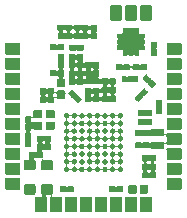
<source format=gts>
G04 #@! TF.GenerationSoftware,KiCad,Pcbnew,(5.1.2-1)-1*
G04 #@! TF.CreationDate,2019-07-31T11:47:25+02:00*
G04 #@! TF.ProjectId,TLM-v1_2,544c4d2d-7631-45f3-922e-6b696361645f,1.1*
G04 #@! TF.SameCoordinates,Original*
G04 #@! TF.FileFunction,Soldermask,Top*
G04 #@! TF.FilePolarity,Negative*
%FSLAX46Y46*%
G04 Gerber Fmt 4.6, Leading zero omitted, Abs format (unit mm)*
G04 Created by KiCad (PCBNEW (5.1.2-1)-1) date 2019-07-31 11:47:25*
%MOMM*%
%LPD*%
G04 APERTURE LIST*
%ADD10C,0.100000*%
G04 APERTURE END LIST*
D10*
G36*
X141115946Y-88737002D02*
G01*
X141139358Y-88744104D01*
X141160931Y-88755635D01*
X141179844Y-88771156D01*
X141195365Y-88790069D01*
X141206896Y-88811642D01*
X141213998Y-88835054D01*
X141217000Y-88865538D01*
X141217000Y-89904462D01*
X141213998Y-89934946D01*
X141206896Y-89958358D01*
X141195365Y-89979931D01*
X141179844Y-89998844D01*
X141160931Y-90014365D01*
X141139358Y-90025896D01*
X141115946Y-90032998D01*
X141085462Y-90036000D01*
X140346538Y-90036000D01*
X140316054Y-90032998D01*
X140292642Y-90025896D01*
X140271069Y-90014365D01*
X140252156Y-89998844D01*
X140236635Y-89979931D01*
X140225104Y-89958358D01*
X140218002Y-89934946D01*
X140215000Y-89904462D01*
X140215000Y-88865538D01*
X140218002Y-88835054D01*
X140225104Y-88811642D01*
X140236635Y-88790069D01*
X140252156Y-88771156D01*
X140271069Y-88755635D01*
X140292642Y-88744104D01*
X140316054Y-88737002D01*
X140346538Y-88734000D01*
X141085462Y-88734000D01*
X141115946Y-88737002D01*
X141115946Y-88737002D01*
G37*
G36*
X139845946Y-88737002D02*
G01*
X139869358Y-88744104D01*
X139890931Y-88755635D01*
X139909844Y-88771156D01*
X139925365Y-88790069D01*
X139936896Y-88811642D01*
X139943998Y-88835054D01*
X139947000Y-88865538D01*
X139947000Y-89904462D01*
X139943998Y-89934946D01*
X139936896Y-89958358D01*
X139925365Y-89979931D01*
X139909844Y-89998844D01*
X139890931Y-90014365D01*
X139869358Y-90025896D01*
X139845946Y-90032998D01*
X139815462Y-90036000D01*
X139076538Y-90036000D01*
X139046054Y-90032998D01*
X139022642Y-90025896D01*
X139001069Y-90014365D01*
X138982156Y-89998844D01*
X138966635Y-89979931D01*
X138955104Y-89958358D01*
X138948002Y-89934946D01*
X138945000Y-89904462D01*
X138945000Y-88865538D01*
X138948002Y-88835054D01*
X138955104Y-88811642D01*
X138966635Y-88790069D01*
X138982156Y-88771156D01*
X139001069Y-88755635D01*
X139022642Y-88744104D01*
X139046054Y-88737002D01*
X139076538Y-88734000D01*
X139815462Y-88734000D01*
X139845946Y-88737002D01*
X139845946Y-88737002D01*
G37*
G36*
X138575946Y-88737002D02*
G01*
X138599358Y-88744104D01*
X138620931Y-88755635D01*
X138639844Y-88771156D01*
X138655365Y-88790069D01*
X138666896Y-88811642D01*
X138673998Y-88835054D01*
X138677000Y-88865538D01*
X138677000Y-89904462D01*
X138673998Y-89934946D01*
X138666896Y-89958358D01*
X138655365Y-89979931D01*
X138639844Y-89998844D01*
X138620931Y-90014365D01*
X138599358Y-90025896D01*
X138575946Y-90032998D01*
X138545462Y-90036000D01*
X137806538Y-90036000D01*
X137776054Y-90032998D01*
X137752642Y-90025896D01*
X137731069Y-90014365D01*
X137712156Y-89998844D01*
X137696635Y-89979931D01*
X137685104Y-89958358D01*
X137678002Y-89934946D01*
X137675000Y-89904462D01*
X137675000Y-88865538D01*
X137678002Y-88835054D01*
X137685104Y-88811642D01*
X137696635Y-88790069D01*
X137712156Y-88771156D01*
X137731069Y-88755635D01*
X137752642Y-88744104D01*
X137776054Y-88737002D01*
X137806538Y-88734000D01*
X138545462Y-88734000D01*
X138575946Y-88737002D01*
X138575946Y-88737002D01*
G37*
G36*
X137305946Y-88737002D02*
G01*
X137329358Y-88744104D01*
X137350931Y-88755635D01*
X137369844Y-88771156D01*
X137385365Y-88790069D01*
X137396896Y-88811642D01*
X137403998Y-88835054D01*
X137407000Y-88865538D01*
X137407000Y-89904462D01*
X137403998Y-89934946D01*
X137396896Y-89958358D01*
X137385365Y-89979931D01*
X137369844Y-89998844D01*
X137350931Y-90014365D01*
X137329358Y-90025896D01*
X137305946Y-90032998D01*
X137275462Y-90036000D01*
X136536538Y-90036000D01*
X136506054Y-90032998D01*
X136482642Y-90025896D01*
X136461069Y-90014365D01*
X136442156Y-89998844D01*
X136426635Y-89979931D01*
X136415104Y-89958358D01*
X136408002Y-89934946D01*
X136405000Y-89904462D01*
X136405000Y-88865538D01*
X136408002Y-88835054D01*
X136415104Y-88811642D01*
X136426635Y-88790069D01*
X136442156Y-88771156D01*
X136461069Y-88755635D01*
X136482642Y-88744104D01*
X136506054Y-88737002D01*
X136536538Y-88734000D01*
X137275462Y-88734000D01*
X137305946Y-88737002D01*
X137305946Y-88737002D01*
G37*
G36*
X136035946Y-88737002D02*
G01*
X136059358Y-88744104D01*
X136080931Y-88755635D01*
X136099844Y-88771156D01*
X136115365Y-88790069D01*
X136126896Y-88811642D01*
X136133998Y-88835054D01*
X136137000Y-88865538D01*
X136137000Y-89904462D01*
X136133998Y-89934946D01*
X136126896Y-89958358D01*
X136115365Y-89979931D01*
X136099844Y-89998844D01*
X136080931Y-90014365D01*
X136059358Y-90025896D01*
X136035946Y-90032998D01*
X136005462Y-90036000D01*
X135266538Y-90036000D01*
X135236054Y-90032998D01*
X135212642Y-90025896D01*
X135191069Y-90014365D01*
X135172156Y-89998844D01*
X135156635Y-89979931D01*
X135145104Y-89958358D01*
X135138002Y-89934946D01*
X135135000Y-89904462D01*
X135135000Y-88865538D01*
X135138002Y-88835054D01*
X135145104Y-88811642D01*
X135156635Y-88790069D01*
X135172156Y-88771156D01*
X135191069Y-88755635D01*
X135212642Y-88744104D01*
X135236054Y-88737002D01*
X135266538Y-88734000D01*
X136005462Y-88734000D01*
X136035946Y-88737002D01*
X136035946Y-88737002D01*
G37*
G36*
X134765946Y-88737002D02*
G01*
X134789358Y-88744104D01*
X134810931Y-88755635D01*
X134829844Y-88771156D01*
X134845365Y-88790069D01*
X134856896Y-88811642D01*
X134863998Y-88835054D01*
X134867000Y-88865538D01*
X134867000Y-89904462D01*
X134863998Y-89934946D01*
X134856896Y-89958358D01*
X134845365Y-89979931D01*
X134829844Y-89998844D01*
X134810931Y-90014365D01*
X134789358Y-90025896D01*
X134765946Y-90032998D01*
X134735462Y-90036000D01*
X133996538Y-90036000D01*
X133966054Y-90032998D01*
X133942642Y-90025896D01*
X133921069Y-90014365D01*
X133902156Y-89998844D01*
X133886635Y-89979931D01*
X133875104Y-89958358D01*
X133868002Y-89934946D01*
X133865000Y-89904462D01*
X133865000Y-88865538D01*
X133868002Y-88835054D01*
X133875104Y-88811642D01*
X133886635Y-88790069D01*
X133902156Y-88771156D01*
X133921069Y-88755635D01*
X133942642Y-88744104D01*
X133966054Y-88737002D01*
X133996538Y-88734000D01*
X134735462Y-88734000D01*
X134765946Y-88737002D01*
X134765946Y-88737002D01*
G37*
G36*
X132694683Y-87652724D02*
G01*
X132725143Y-87661965D01*
X132753223Y-87676973D01*
X132777831Y-87697168D01*
X132798026Y-87721776D01*
X132813034Y-87749856D01*
X132822275Y-87780316D01*
X132826000Y-87818139D01*
X132826000Y-88381859D01*
X132822275Y-88419682D01*
X132813034Y-88450142D01*
X132798026Y-88478222D01*
X132777830Y-88502831D01*
X132766199Y-88512376D01*
X132748872Y-88529703D01*
X132735258Y-88550078D01*
X132725881Y-88572717D01*
X132721101Y-88596750D01*
X132721101Y-88621254D01*
X132725882Y-88645287D01*
X132735259Y-88667926D01*
X132748873Y-88688300D01*
X132766200Y-88705627D01*
X132786575Y-88719241D01*
X132809214Y-88728618D01*
X132845498Y-88734000D01*
X133465462Y-88734000D01*
X133495946Y-88737002D01*
X133519358Y-88744104D01*
X133540931Y-88755635D01*
X133559844Y-88771156D01*
X133575365Y-88790069D01*
X133586896Y-88811642D01*
X133593998Y-88835054D01*
X133597000Y-88865538D01*
X133597000Y-89904462D01*
X133593998Y-89934946D01*
X133586896Y-89958358D01*
X133575365Y-89979931D01*
X133559844Y-89998844D01*
X133540931Y-90014365D01*
X133519358Y-90025896D01*
X133495946Y-90032998D01*
X133465462Y-90036000D01*
X132726538Y-90036000D01*
X132696054Y-90032998D01*
X132672642Y-90025896D01*
X132651069Y-90014365D01*
X132632156Y-89998844D01*
X132616635Y-89979931D01*
X132605104Y-89958358D01*
X132598002Y-89934946D01*
X132595000Y-89904462D01*
X132595000Y-88865538D01*
X132598002Y-88835054D01*
X132605104Y-88811642D01*
X132616635Y-88790069D01*
X132633625Y-88769367D01*
X132647695Y-88755297D01*
X132661309Y-88734922D01*
X132670687Y-88712284D01*
X132675467Y-88688250D01*
X132675467Y-88663746D01*
X132670687Y-88639713D01*
X132661309Y-88617074D01*
X132647696Y-88596700D01*
X132630369Y-88579373D01*
X132609994Y-88565759D01*
X132587356Y-88556381D01*
X132563322Y-88551601D01*
X132551070Y-88550999D01*
X132370930Y-88550999D01*
X132346544Y-88553401D01*
X132323095Y-88560514D01*
X132301484Y-88572065D01*
X132282542Y-88587610D01*
X132266997Y-88606552D01*
X132255446Y-88628163D01*
X132248333Y-88651612D01*
X132245931Y-88675998D01*
X132248333Y-88700384D01*
X132255446Y-88723833D01*
X132266997Y-88745444D01*
X132282542Y-88764386D01*
X132289353Y-88770559D01*
X132305365Y-88790069D01*
X132316896Y-88811642D01*
X132323998Y-88835054D01*
X132327000Y-88865538D01*
X132327000Y-89904462D01*
X132323998Y-89934946D01*
X132316896Y-89958358D01*
X132305365Y-89979931D01*
X132289844Y-89998844D01*
X132270931Y-90014365D01*
X132249358Y-90025896D01*
X132225946Y-90032998D01*
X132195462Y-90036000D01*
X131456538Y-90036000D01*
X131426054Y-90032998D01*
X131402642Y-90025896D01*
X131381069Y-90014365D01*
X131362156Y-89998844D01*
X131346635Y-89979931D01*
X131335104Y-89958358D01*
X131328002Y-89934946D01*
X131325000Y-89904462D01*
X131325000Y-88865538D01*
X131328002Y-88835054D01*
X131335104Y-88811642D01*
X131346635Y-88790069D01*
X131362158Y-88771155D01*
X131378033Y-88758127D01*
X131392220Y-88743942D01*
X131394900Y-88743942D01*
X131418931Y-88739163D01*
X131426055Y-88737002D01*
X131456538Y-88734000D01*
X131804502Y-88734000D01*
X131828888Y-88731598D01*
X131852337Y-88724485D01*
X131873948Y-88712934D01*
X131892890Y-88697389D01*
X131908435Y-88678447D01*
X131919986Y-88656836D01*
X131927099Y-88633387D01*
X131929501Y-88609001D01*
X131927099Y-88584615D01*
X131919986Y-88561166D01*
X131908435Y-88539555D01*
X131883801Y-88512376D01*
X131872170Y-88502831D01*
X131851974Y-88478222D01*
X131836966Y-88450142D01*
X131827725Y-88419682D01*
X131824000Y-88381859D01*
X131824000Y-87818139D01*
X131827725Y-87780316D01*
X131836966Y-87749856D01*
X131851974Y-87721776D01*
X131872169Y-87697168D01*
X131896777Y-87676973D01*
X131924857Y-87661965D01*
X131955317Y-87652724D01*
X131993140Y-87648999D01*
X132656860Y-87648999D01*
X132694683Y-87652724D01*
X132694683Y-87652724D01*
G37*
G36*
X131244683Y-87652724D02*
G01*
X131275143Y-87661965D01*
X131303223Y-87676973D01*
X131327831Y-87697168D01*
X131348026Y-87721776D01*
X131363034Y-87749856D01*
X131372275Y-87780316D01*
X131376000Y-87818139D01*
X131376000Y-88381859D01*
X131372275Y-88419682D01*
X131363034Y-88450142D01*
X131348026Y-88478222D01*
X131327829Y-88502832D01*
X131303352Y-88522919D01*
X131289166Y-88537103D01*
X131286488Y-88537103D01*
X131262452Y-88541883D01*
X131244680Y-88547274D01*
X131206860Y-88550999D01*
X130543140Y-88550999D01*
X130505317Y-88547274D01*
X130474857Y-88538033D01*
X130446777Y-88523025D01*
X130422169Y-88502830D01*
X130401974Y-88478222D01*
X130386966Y-88450142D01*
X130377725Y-88419682D01*
X130374000Y-88381859D01*
X130374000Y-87818139D01*
X130377725Y-87780316D01*
X130386966Y-87749856D01*
X130401974Y-87721776D01*
X130422169Y-87697168D01*
X130446777Y-87676973D01*
X130474857Y-87661965D01*
X130505317Y-87652724D01*
X130543140Y-87648999D01*
X131206860Y-87648999D01*
X131244683Y-87652724D01*
X131244683Y-87652724D01*
G37*
G36*
X139827538Y-87731716D02*
G01*
X139848157Y-87737971D01*
X139867153Y-87748124D01*
X139883808Y-87761792D01*
X139897476Y-87778447D01*
X139907629Y-87797443D01*
X139913884Y-87818062D01*
X139916600Y-87845640D01*
X139916600Y-88354360D01*
X139913884Y-88381938D01*
X139907629Y-88402557D01*
X139897476Y-88421553D01*
X139883808Y-88438208D01*
X139867153Y-88451876D01*
X139848157Y-88462029D01*
X139827538Y-88468284D01*
X139799960Y-88471000D01*
X139341240Y-88471000D01*
X139313662Y-88468284D01*
X139293043Y-88462029D01*
X139274047Y-88451876D01*
X139257392Y-88438208D01*
X139243724Y-88421553D01*
X139233571Y-88402557D01*
X139227316Y-88381938D01*
X139224600Y-88354360D01*
X139224600Y-87845640D01*
X139227316Y-87818062D01*
X139233571Y-87797443D01*
X139243724Y-87778447D01*
X139257392Y-87761792D01*
X139274047Y-87748124D01*
X139293043Y-87737971D01*
X139313662Y-87731716D01*
X139341240Y-87729000D01*
X139799960Y-87729000D01*
X139827538Y-87731716D01*
X139827538Y-87731716D01*
G37*
G36*
X140797538Y-87731716D02*
G01*
X140818157Y-87737971D01*
X140837153Y-87748124D01*
X140853808Y-87761792D01*
X140867476Y-87778447D01*
X140877629Y-87797443D01*
X140883884Y-87818062D01*
X140886600Y-87845640D01*
X140886600Y-88354360D01*
X140883884Y-88381938D01*
X140877629Y-88402557D01*
X140867476Y-88421553D01*
X140853808Y-88438208D01*
X140837153Y-88451876D01*
X140818157Y-88462029D01*
X140797538Y-88468284D01*
X140769960Y-88471000D01*
X140311240Y-88471000D01*
X140283662Y-88468284D01*
X140263043Y-88462029D01*
X140244047Y-88451876D01*
X140227392Y-88438208D01*
X140213724Y-88421553D01*
X140203571Y-88402557D01*
X140197316Y-88381938D01*
X140194600Y-88354360D01*
X140194600Y-87845640D01*
X140197316Y-87818062D01*
X140203571Y-87797443D01*
X140213724Y-87778447D01*
X140227392Y-87761792D01*
X140244047Y-87748124D01*
X140263043Y-87737971D01*
X140283662Y-87731716D01*
X140311240Y-87729000D01*
X140769960Y-87729000D01*
X140797538Y-87731716D01*
X140797538Y-87731716D01*
G37*
G36*
X133910170Y-87850803D02*
G01*
X133921877Y-87854355D01*
X133941077Y-87864617D01*
X133963716Y-87873994D01*
X133987749Y-87878774D01*
X134012253Y-87878774D01*
X134036286Y-87873993D01*
X134058923Y-87864617D01*
X134078123Y-87854355D01*
X134089830Y-87850803D01*
X134108138Y-87849000D01*
X134531862Y-87849000D01*
X134550170Y-87850803D01*
X134561875Y-87854354D01*
X134572665Y-87860121D01*
X134582119Y-87867881D01*
X134589879Y-87877335D01*
X134595646Y-87888125D01*
X134599197Y-87899830D01*
X134601000Y-87918138D01*
X134601000Y-88281862D01*
X134599197Y-88300170D01*
X134595646Y-88311875D01*
X134589879Y-88322665D01*
X134582119Y-88332119D01*
X134572665Y-88339879D01*
X134561875Y-88345646D01*
X134550170Y-88349197D01*
X134531862Y-88351000D01*
X134108138Y-88351000D01*
X134089830Y-88349197D01*
X134078123Y-88345645D01*
X134058923Y-88335383D01*
X134036284Y-88326006D01*
X134012251Y-88321226D01*
X133987747Y-88321226D01*
X133963714Y-88326007D01*
X133941077Y-88335383D01*
X133921877Y-88345645D01*
X133910170Y-88349197D01*
X133891862Y-88351000D01*
X133468138Y-88351000D01*
X133449830Y-88349197D01*
X133438125Y-88345646D01*
X133427335Y-88339879D01*
X133417881Y-88332119D01*
X133410121Y-88322665D01*
X133404354Y-88311875D01*
X133400803Y-88300170D01*
X133399000Y-88281862D01*
X133399000Y-87918138D01*
X133400803Y-87899830D01*
X133404354Y-87888125D01*
X133410121Y-87877335D01*
X133417881Y-87867881D01*
X133427335Y-87860121D01*
X133438125Y-87854354D01*
X133449830Y-87850803D01*
X133468138Y-87849000D01*
X133891862Y-87849000D01*
X133910170Y-87850803D01*
X133910170Y-87850803D01*
G37*
G36*
X138086170Y-87838003D02*
G01*
X138097877Y-87841555D01*
X138117077Y-87851817D01*
X138139716Y-87861194D01*
X138163749Y-87865974D01*
X138188253Y-87865974D01*
X138212286Y-87861193D01*
X138234923Y-87851817D01*
X138254123Y-87841555D01*
X138265830Y-87838003D01*
X138284138Y-87836200D01*
X138707862Y-87836200D01*
X138726170Y-87838003D01*
X138737875Y-87841554D01*
X138748665Y-87847321D01*
X138758119Y-87855081D01*
X138765879Y-87864535D01*
X138771645Y-87875323D01*
X138775197Y-87887030D01*
X138777000Y-87905338D01*
X138777000Y-88269062D01*
X138775197Y-88287370D01*
X138771646Y-88299075D01*
X138765879Y-88309865D01*
X138758119Y-88319319D01*
X138748665Y-88327079D01*
X138737875Y-88332846D01*
X138726170Y-88336397D01*
X138707862Y-88338200D01*
X138284138Y-88338200D01*
X138265830Y-88336397D01*
X138254123Y-88332845D01*
X138234923Y-88322583D01*
X138212284Y-88313206D01*
X138188251Y-88308426D01*
X138163747Y-88308426D01*
X138139714Y-88313207D01*
X138117077Y-88322583D01*
X138097877Y-88332845D01*
X138086170Y-88336397D01*
X138067862Y-88338200D01*
X137644138Y-88338200D01*
X137625830Y-88336397D01*
X137614125Y-88332846D01*
X137603335Y-88327079D01*
X137593881Y-88319319D01*
X137586121Y-88309865D01*
X137580354Y-88299075D01*
X137576803Y-88287370D01*
X137575000Y-88269062D01*
X137575000Y-87905338D01*
X137576803Y-87887030D01*
X137580355Y-87875323D01*
X137586121Y-87864535D01*
X137593881Y-87855081D01*
X137603335Y-87847321D01*
X137614125Y-87841554D01*
X137625830Y-87838003D01*
X137644138Y-87836200D01*
X138067862Y-87836200D01*
X138086170Y-87838003D01*
X138086170Y-87838003D01*
G37*
G36*
X143655946Y-87132002D02*
G01*
X143679358Y-87139104D01*
X143700931Y-87150635D01*
X143719844Y-87166156D01*
X143735365Y-87185069D01*
X143746896Y-87206642D01*
X143753998Y-87230054D01*
X143757000Y-87260538D01*
X143757000Y-87999462D01*
X143753998Y-88029946D01*
X143746896Y-88053358D01*
X143735365Y-88074931D01*
X143719844Y-88093844D01*
X143700931Y-88109365D01*
X143679358Y-88120896D01*
X143655946Y-88127998D01*
X143625462Y-88131000D01*
X142586538Y-88131000D01*
X142556054Y-88127998D01*
X142532642Y-88120896D01*
X142511069Y-88109365D01*
X142492156Y-88093844D01*
X142476635Y-88074931D01*
X142465104Y-88053358D01*
X142458002Y-88029946D01*
X142455000Y-87999462D01*
X142455000Y-87260538D01*
X142458002Y-87230054D01*
X142465104Y-87206642D01*
X142476635Y-87185069D01*
X142492156Y-87166156D01*
X142511069Y-87150635D01*
X142532642Y-87139104D01*
X142556054Y-87132002D01*
X142586538Y-87129000D01*
X143625462Y-87129000D01*
X143655946Y-87132002D01*
X143655946Y-87132002D01*
G37*
G36*
X129985946Y-87132002D02*
G01*
X130009358Y-87139104D01*
X130030931Y-87150635D01*
X130049844Y-87166156D01*
X130065365Y-87185069D01*
X130076896Y-87206642D01*
X130083998Y-87230054D01*
X130087000Y-87260538D01*
X130087000Y-87999462D01*
X130083998Y-88029946D01*
X130076896Y-88053358D01*
X130065365Y-88074931D01*
X130049844Y-88093844D01*
X130030931Y-88109365D01*
X130009358Y-88120896D01*
X129985946Y-88127998D01*
X129955462Y-88131000D01*
X128916538Y-88131000D01*
X128886054Y-88127998D01*
X128862642Y-88120896D01*
X128841069Y-88109365D01*
X128822156Y-88093844D01*
X128806635Y-88074931D01*
X128795104Y-88053358D01*
X128788002Y-88029946D01*
X128785000Y-87999462D01*
X128785000Y-87260538D01*
X128788002Y-87230054D01*
X128795104Y-87206642D01*
X128806635Y-87185069D01*
X128822156Y-87166156D01*
X128841069Y-87150635D01*
X128862642Y-87139104D01*
X128886054Y-87132002D01*
X128916538Y-87129000D01*
X129955462Y-87129000D01*
X129985946Y-87132002D01*
X129985946Y-87132002D01*
G37*
G36*
X140870170Y-85200803D02*
G01*
X140881877Y-85204355D01*
X140901077Y-85214617D01*
X140923716Y-85223994D01*
X140947749Y-85228774D01*
X140972253Y-85228774D01*
X140996286Y-85223993D01*
X141018923Y-85214617D01*
X141038123Y-85204355D01*
X141049830Y-85200803D01*
X141068138Y-85199000D01*
X141491862Y-85199000D01*
X141510170Y-85200803D01*
X141521875Y-85204354D01*
X141532665Y-85210121D01*
X141542119Y-85217881D01*
X141549879Y-85227335D01*
X141555646Y-85238125D01*
X141559197Y-85249830D01*
X141561000Y-85268138D01*
X141561000Y-85631862D01*
X141559197Y-85650170D01*
X141555646Y-85661875D01*
X141549879Y-85672665D01*
X141542119Y-85682119D01*
X141532665Y-85689879D01*
X141521875Y-85695646D01*
X141510170Y-85699197D01*
X141503396Y-85699864D01*
X141479362Y-85704643D01*
X141456723Y-85714020D01*
X141436348Y-85727633D01*
X141419021Y-85744960D01*
X141405407Y-85765334D01*
X141396029Y-85787972D01*
X141391247Y-85812005D01*
X141391247Y-85836509D01*
X141396026Y-85860543D01*
X141405403Y-85883182D01*
X141419016Y-85903557D01*
X141436343Y-85920884D01*
X141456717Y-85934498D01*
X141479355Y-85943876D01*
X141503392Y-85948658D01*
X141525170Y-85950803D01*
X141536875Y-85954354D01*
X141547665Y-85960121D01*
X141557119Y-85967881D01*
X141564879Y-85977335D01*
X141570646Y-85988125D01*
X141574197Y-85999830D01*
X141576000Y-86018138D01*
X141576000Y-86381862D01*
X141574197Y-86400170D01*
X141570646Y-86411875D01*
X141564879Y-86422665D01*
X141557119Y-86432119D01*
X141547665Y-86439879D01*
X141528480Y-86450133D01*
X141523345Y-86452260D01*
X141502970Y-86465873D01*
X141485643Y-86483200D01*
X141472029Y-86503574D01*
X141462651Y-86526212D01*
X141457870Y-86550245D01*
X141457870Y-86574750D01*
X141462650Y-86598783D01*
X141472027Y-86621422D01*
X141485640Y-86641797D01*
X141502967Y-86659124D01*
X141523341Y-86672738D01*
X141528478Y-86674866D01*
X141547665Y-86685121D01*
X141557119Y-86692881D01*
X141564879Y-86702335D01*
X141570646Y-86713125D01*
X141574197Y-86724830D01*
X141576000Y-86743138D01*
X141576000Y-87106862D01*
X141574197Y-87125170D01*
X141570646Y-87136875D01*
X141564879Y-87147665D01*
X141557119Y-87157119D01*
X141547665Y-87164879D01*
X141536875Y-87170646D01*
X141525170Y-87174197D01*
X141506862Y-87176000D01*
X141083138Y-87176000D01*
X141064830Y-87174197D01*
X141053123Y-87170645D01*
X141033923Y-87160383D01*
X141011284Y-87151006D01*
X140987251Y-87146226D01*
X140962747Y-87146226D01*
X140938714Y-87151007D01*
X140916077Y-87160383D01*
X140896877Y-87170645D01*
X140885170Y-87174197D01*
X140866862Y-87176000D01*
X140443138Y-87176000D01*
X140424830Y-87174197D01*
X140413125Y-87170646D01*
X140402335Y-87164879D01*
X140392881Y-87157119D01*
X140385121Y-87147665D01*
X140379354Y-87136875D01*
X140375803Y-87125170D01*
X140374000Y-87106862D01*
X140374000Y-86743138D01*
X140375803Y-86724830D01*
X140379354Y-86713125D01*
X140385121Y-86702335D01*
X140392881Y-86692881D01*
X140402335Y-86685121D01*
X140421520Y-86674867D01*
X140426655Y-86672740D01*
X140447030Y-86659127D01*
X140464357Y-86641800D01*
X140477971Y-86621426D01*
X140487349Y-86598788D01*
X140492130Y-86574755D01*
X140492130Y-86550250D01*
X140492130Y-86550245D01*
X140817870Y-86550245D01*
X140817870Y-86574750D01*
X140822650Y-86598783D01*
X140832027Y-86621422D01*
X140845640Y-86641797D01*
X140862967Y-86659124D01*
X140883341Y-86672738D01*
X140888482Y-86674868D01*
X140916077Y-86689617D01*
X140938716Y-86698994D01*
X140962749Y-86703774D01*
X140987253Y-86703774D01*
X141011286Y-86698993D01*
X141033923Y-86689617D01*
X141061515Y-86674869D01*
X141066655Y-86672740D01*
X141087030Y-86659127D01*
X141104357Y-86641800D01*
X141117971Y-86621426D01*
X141127349Y-86598788D01*
X141132130Y-86574755D01*
X141132130Y-86550250D01*
X141127350Y-86526217D01*
X141117973Y-86503578D01*
X141104360Y-86483203D01*
X141087033Y-86465876D01*
X141066659Y-86452262D01*
X141061518Y-86450132D01*
X141033923Y-86435383D01*
X141011284Y-86426006D01*
X140987251Y-86421226D01*
X140962747Y-86421226D01*
X140938714Y-86426007D01*
X140916077Y-86435383D01*
X140888485Y-86450131D01*
X140883345Y-86452260D01*
X140862970Y-86465873D01*
X140845643Y-86483200D01*
X140832029Y-86503574D01*
X140822651Y-86526212D01*
X140817870Y-86550245D01*
X140492130Y-86550245D01*
X140487350Y-86526217D01*
X140477973Y-86503578D01*
X140464360Y-86483203D01*
X140447033Y-86465876D01*
X140426659Y-86452262D01*
X140421522Y-86450134D01*
X140402335Y-86439879D01*
X140392881Y-86432119D01*
X140385121Y-86422665D01*
X140379354Y-86411875D01*
X140375803Y-86400170D01*
X140374000Y-86381862D01*
X140374000Y-86018138D01*
X140375803Y-85999830D01*
X140379354Y-85988125D01*
X140385121Y-85977335D01*
X140392881Y-85967881D01*
X140402335Y-85960121D01*
X140413125Y-85954354D01*
X140424830Y-85950803D01*
X140431604Y-85950136D01*
X140455638Y-85945357D01*
X140478277Y-85935980D01*
X140498652Y-85922367D01*
X140515979Y-85905040D01*
X140529593Y-85884666D01*
X140538971Y-85862028D01*
X140543753Y-85837995D01*
X140543753Y-85813491D01*
X140543458Y-85812005D01*
X140751247Y-85812005D01*
X140751247Y-85836509D01*
X140756026Y-85860543D01*
X140765403Y-85883182D01*
X140779016Y-85903557D01*
X140796343Y-85920884D01*
X140816717Y-85934498D01*
X140839355Y-85943876D01*
X140863392Y-85948658D01*
X140885170Y-85950803D01*
X140896877Y-85954355D01*
X140916077Y-85964617D01*
X140938716Y-85973994D01*
X140962749Y-85978774D01*
X140987253Y-85978774D01*
X141011286Y-85973993D01*
X141033923Y-85964617D01*
X141053123Y-85954355D01*
X141064830Y-85950803D01*
X141071604Y-85950136D01*
X141095638Y-85945357D01*
X141118277Y-85935980D01*
X141138652Y-85922367D01*
X141155979Y-85905040D01*
X141169593Y-85884666D01*
X141178971Y-85862028D01*
X141183753Y-85837995D01*
X141183753Y-85813491D01*
X141178974Y-85789457D01*
X141169597Y-85766818D01*
X141155984Y-85746443D01*
X141138657Y-85729116D01*
X141118283Y-85715502D01*
X141095645Y-85706124D01*
X141071608Y-85701342D01*
X141049830Y-85699197D01*
X141038123Y-85695645D01*
X141018923Y-85685383D01*
X140996284Y-85676006D01*
X140972251Y-85671226D01*
X140947747Y-85671226D01*
X140923714Y-85676007D01*
X140901077Y-85685383D01*
X140881877Y-85695645D01*
X140870170Y-85699197D01*
X140863396Y-85699864D01*
X140839362Y-85704643D01*
X140816723Y-85714020D01*
X140796348Y-85727633D01*
X140779021Y-85744960D01*
X140765407Y-85765334D01*
X140756029Y-85787972D01*
X140751247Y-85812005D01*
X140543458Y-85812005D01*
X140538974Y-85789457D01*
X140529597Y-85766818D01*
X140515984Y-85746443D01*
X140498657Y-85729116D01*
X140478283Y-85715502D01*
X140455645Y-85706124D01*
X140431608Y-85701342D01*
X140409830Y-85699197D01*
X140398125Y-85695646D01*
X140387335Y-85689879D01*
X140377881Y-85682119D01*
X140370121Y-85672665D01*
X140364354Y-85661875D01*
X140360803Y-85650170D01*
X140359000Y-85631862D01*
X140359000Y-85268138D01*
X140360803Y-85249830D01*
X140364354Y-85238125D01*
X140370121Y-85227335D01*
X140377881Y-85217881D01*
X140387335Y-85210121D01*
X140398125Y-85204354D01*
X140409830Y-85200803D01*
X140428138Y-85199000D01*
X140851862Y-85199000D01*
X140870170Y-85200803D01*
X140870170Y-85200803D01*
G37*
G36*
X129985946Y-85862002D02*
G01*
X130009358Y-85869104D01*
X130030931Y-85880635D01*
X130049844Y-85896156D01*
X130065365Y-85915069D01*
X130076896Y-85936642D01*
X130083998Y-85960054D01*
X130087000Y-85990538D01*
X130087000Y-86729462D01*
X130083998Y-86759946D01*
X130076896Y-86783358D01*
X130065365Y-86804931D01*
X130049844Y-86823844D01*
X130030931Y-86839365D01*
X130009358Y-86850896D01*
X129985946Y-86857998D01*
X129955462Y-86861000D01*
X128916538Y-86861000D01*
X128886054Y-86857998D01*
X128862642Y-86850896D01*
X128841069Y-86839365D01*
X128822156Y-86823844D01*
X128806635Y-86804931D01*
X128795104Y-86783358D01*
X128788002Y-86759946D01*
X128785000Y-86729462D01*
X128785000Y-85990538D01*
X128788002Y-85960054D01*
X128795104Y-85936642D01*
X128806635Y-85915069D01*
X128822156Y-85896156D01*
X128841069Y-85880635D01*
X128862642Y-85869104D01*
X128886054Y-85862002D01*
X128916538Y-85859000D01*
X129955462Y-85859000D01*
X129985946Y-85862002D01*
X129985946Y-85862002D01*
G37*
G36*
X143655946Y-85862002D02*
G01*
X143679358Y-85869104D01*
X143700931Y-85880635D01*
X143719844Y-85896156D01*
X143735365Y-85915069D01*
X143746896Y-85936642D01*
X143753998Y-85960054D01*
X143757000Y-85990538D01*
X143757000Y-86729462D01*
X143753998Y-86759946D01*
X143746896Y-86783358D01*
X143735365Y-86804931D01*
X143719844Y-86823844D01*
X143700931Y-86839365D01*
X143679358Y-86850896D01*
X143655946Y-86857998D01*
X143625462Y-86861000D01*
X142586538Y-86861000D01*
X142556054Y-86857998D01*
X142532642Y-86850896D01*
X142511069Y-86839365D01*
X142492156Y-86823844D01*
X142476635Y-86804931D01*
X142465104Y-86783358D01*
X142458002Y-86759946D01*
X142455000Y-86729462D01*
X142455000Y-85990538D01*
X142458002Y-85960054D01*
X142465104Y-85936642D01*
X142476635Y-85915069D01*
X142492156Y-85896156D01*
X142511069Y-85880635D01*
X142532642Y-85869104D01*
X142556054Y-85862002D01*
X142586538Y-85859000D01*
X143625462Y-85859000D01*
X143655946Y-85862002D01*
X143655946Y-85862002D01*
G37*
G36*
X134040091Y-81640843D02*
G01*
X134061922Y-81645185D01*
X134103051Y-81662221D01*
X134140067Y-81686954D01*
X134171546Y-81718433D01*
X134196279Y-81755449D01*
X134205519Y-81777757D01*
X134217067Y-81799362D01*
X134232612Y-81818304D01*
X134251554Y-81833849D01*
X134273165Y-81845400D01*
X134296614Y-81852513D01*
X134321000Y-81854915D01*
X134345386Y-81852513D01*
X134368835Y-81845400D01*
X134390446Y-81833849D01*
X134409388Y-81818304D01*
X134424933Y-81799362D01*
X134436481Y-81777757D01*
X134445721Y-81755449D01*
X134470454Y-81718433D01*
X134501933Y-81686954D01*
X134538949Y-81662221D01*
X134580078Y-81645185D01*
X134601909Y-81640843D01*
X134623740Y-81636500D01*
X134668260Y-81636500D01*
X134690091Y-81640843D01*
X134711922Y-81645185D01*
X134753051Y-81662221D01*
X134790067Y-81686954D01*
X134821546Y-81718433D01*
X134846279Y-81755449D01*
X134855519Y-81777757D01*
X134867067Y-81799362D01*
X134882612Y-81818304D01*
X134901554Y-81833849D01*
X134923165Y-81845400D01*
X134946614Y-81852513D01*
X134971000Y-81854915D01*
X134995386Y-81852513D01*
X135018835Y-81845400D01*
X135040446Y-81833849D01*
X135059388Y-81818304D01*
X135074933Y-81799362D01*
X135086481Y-81777757D01*
X135095721Y-81755449D01*
X135120454Y-81718433D01*
X135151933Y-81686954D01*
X135188949Y-81662221D01*
X135230078Y-81645185D01*
X135251909Y-81640843D01*
X135273740Y-81636500D01*
X135318260Y-81636500D01*
X135340091Y-81640843D01*
X135361922Y-81645185D01*
X135403051Y-81662221D01*
X135440067Y-81686954D01*
X135471546Y-81718433D01*
X135496279Y-81755449D01*
X135505519Y-81777757D01*
X135517067Y-81799362D01*
X135532612Y-81818304D01*
X135551554Y-81833849D01*
X135573165Y-81845400D01*
X135596614Y-81852513D01*
X135621000Y-81854915D01*
X135645386Y-81852513D01*
X135668835Y-81845400D01*
X135690446Y-81833849D01*
X135709388Y-81818304D01*
X135724933Y-81799362D01*
X135736481Y-81777757D01*
X135745721Y-81755449D01*
X135770454Y-81718433D01*
X135801933Y-81686954D01*
X135838949Y-81662221D01*
X135880078Y-81645185D01*
X135901909Y-81640843D01*
X135923740Y-81636500D01*
X135968260Y-81636500D01*
X135990091Y-81640843D01*
X136011922Y-81645185D01*
X136053051Y-81662221D01*
X136090067Y-81686954D01*
X136121546Y-81718433D01*
X136146279Y-81755449D01*
X136155519Y-81777757D01*
X136167067Y-81799362D01*
X136182612Y-81818304D01*
X136201554Y-81833849D01*
X136223165Y-81845400D01*
X136246614Y-81852513D01*
X136271000Y-81854915D01*
X136295386Y-81852513D01*
X136318835Y-81845400D01*
X136340446Y-81833849D01*
X136359388Y-81818304D01*
X136374933Y-81799362D01*
X136386481Y-81777757D01*
X136395721Y-81755449D01*
X136420454Y-81718433D01*
X136451933Y-81686954D01*
X136488949Y-81662221D01*
X136530078Y-81645185D01*
X136551909Y-81640843D01*
X136573740Y-81636500D01*
X136618260Y-81636500D01*
X136640091Y-81640843D01*
X136661922Y-81645185D01*
X136703051Y-81662221D01*
X136740067Y-81686954D01*
X136771546Y-81718433D01*
X136796279Y-81755449D01*
X136805519Y-81777757D01*
X136817067Y-81799362D01*
X136832612Y-81818304D01*
X136851554Y-81833849D01*
X136873165Y-81845400D01*
X136896614Y-81852513D01*
X136921000Y-81854915D01*
X136945386Y-81852513D01*
X136968835Y-81845400D01*
X136990446Y-81833849D01*
X137009388Y-81818304D01*
X137024933Y-81799362D01*
X137036481Y-81777757D01*
X137045721Y-81755449D01*
X137070454Y-81718433D01*
X137101933Y-81686954D01*
X137138949Y-81662221D01*
X137180078Y-81645185D01*
X137201909Y-81640843D01*
X137223740Y-81636500D01*
X137268260Y-81636500D01*
X137290091Y-81640843D01*
X137311922Y-81645185D01*
X137353051Y-81662221D01*
X137390067Y-81686954D01*
X137421546Y-81718433D01*
X137446279Y-81755449D01*
X137455519Y-81777757D01*
X137467067Y-81799362D01*
X137482612Y-81818304D01*
X137501554Y-81833849D01*
X137523165Y-81845400D01*
X137546614Y-81852513D01*
X137571000Y-81854915D01*
X137595386Y-81852513D01*
X137618835Y-81845400D01*
X137640446Y-81833849D01*
X137659388Y-81818304D01*
X137674933Y-81799362D01*
X137686481Y-81777757D01*
X137695721Y-81755449D01*
X137720454Y-81718433D01*
X137751933Y-81686954D01*
X137788949Y-81662221D01*
X137830078Y-81645185D01*
X137851909Y-81640843D01*
X137873740Y-81636500D01*
X137918260Y-81636500D01*
X137940091Y-81640843D01*
X137961922Y-81645185D01*
X138003051Y-81662221D01*
X138040067Y-81686954D01*
X138071546Y-81718433D01*
X138096279Y-81755449D01*
X138105519Y-81777757D01*
X138117067Y-81799362D01*
X138132612Y-81818304D01*
X138151554Y-81833849D01*
X138173165Y-81845400D01*
X138196614Y-81852513D01*
X138221000Y-81854915D01*
X138245386Y-81852513D01*
X138268835Y-81845400D01*
X138290446Y-81833849D01*
X138309388Y-81818304D01*
X138324933Y-81799362D01*
X138336481Y-81777757D01*
X138345721Y-81755449D01*
X138370454Y-81718433D01*
X138401933Y-81686954D01*
X138438949Y-81662221D01*
X138480078Y-81645185D01*
X138501909Y-81640843D01*
X138523740Y-81636500D01*
X138568260Y-81636500D01*
X138590091Y-81640843D01*
X138611922Y-81645185D01*
X138653051Y-81662221D01*
X138690067Y-81686954D01*
X138721546Y-81718433D01*
X138746279Y-81755449D01*
X138763315Y-81796578D01*
X138772000Y-81840241D01*
X138772000Y-81884759D01*
X138763315Y-81928422D01*
X138746279Y-81969551D01*
X138721546Y-82006567D01*
X138690067Y-82038046D01*
X138653051Y-82062779D01*
X138630743Y-82072019D01*
X138609138Y-82083567D01*
X138590196Y-82099112D01*
X138574651Y-82118054D01*
X138563100Y-82139665D01*
X138555987Y-82163114D01*
X138553585Y-82187500D01*
X138555987Y-82211886D01*
X138563100Y-82235335D01*
X138574651Y-82256946D01*
X138590196Y-82275888D01*
X138609138Y-82291433D01*
X138630743Y-82302981D01*
X138653051Y-82312221D01*
X138690067Y-82336954D01*
X138721546Y-82368433D01*
X138746279Y-82405449D01*
X138763315Y-82446578D01*
X138772000Y-82490241D01*
X138772000Y-82534759D01*
X138763315Y-82578422D01*
X138746279Y-82619551D01*
X138721546Y-82656567D01*
X138690067Y-82688046D01*
X138653051Y-82712779D01*
X138630743Y-82722019D01*
X138609138Y-82733567D01*
X138590196Y-82749112D01*
X138574651Y-82768054D01*
X138563100Y-82789665D01*
X138555987Y-82813114D01*
X138553585Y-82837500D01*
X138555987Y-82861886D01*
X138563100Y-82885335D01*
X138574651Y-82906946D01*
X138590196Y-82925888D01*
X138609138Y-82941433D01*
X138630743Y-82952981D01*
X138653051Y-82962221D01*
X138690067Y-82986954D01*
X138721546Y-83018433D01*
X138746279Y-83055449D01*
X138763315Y-83096578D01*
X138772000Y-83140241D01*
X138772000Y-83184759D01*
X138763315Y-83228422D01*
X138746279Y-83269551D01*
X138721546Y-83306567D01*
X138690067Y-83338046D01*
X138653051Y-83362779D01*
X138630743Y-83372019D01*
X138609138Y-83383567D01*
X138590196Y-83399112D01*
X138574651Y-83418054D01*
X138563100Y-83439665D01*
X138555987Y-83463114D01*
X138553585Y-83487500D01*
X138555987Y-83511886D01*
X138563100Y-83535335D01*
X138574651Y-83556946D01*
X138590196Y-83575888D01*
X138609138Y-83591433D01*
X138630743Y-83602981D01*
X138653051Y-83612221D01*
X138690067Y-83636954D01*
X138721546Y-83668433D01*
X138746279Y-83705449D01*
X138763315Y-83746578D01*
X138772000Y-83790241D01*
X138772000Y-83834759D01*
X138763315Y-83878422D01*
X138746279Y-83919551D01*
X138721546Y-83956567D01*
X138690067Y-83988046D01*
X138653051Y-84012779D01*
X138630743Y-84022019D01*
X138609138Y-84033567D01*
X138590196Y-84049112D01*
X138574651Y-84068054D01*
X138563100Y-84089665D01*
X138555987Y-84113114D01*
X138553585Y-84137500D01*
X138555987Y-84161886D01*
X138563100Y-84185335D01*
X138574651Y-84206946D01*
X138590196Y-84225888D01*
X138609138Y-84241433D01*
X138630743Y-84252981D01*
X138653051Y-84262221D01*
X138690067Y-84286954D01*
X138721546Y-84318433D01*
X138746279Y-84355449D01*
X138762868Y-84395500D01*
X138763315Y-84396579D01*
X138772000Y-84440240D01*
X138772000Y-84484760D01*
X138768547Y-84502119D01*
X138763315Y-84528422D01*
X138746279Y-84569551D01*
X138721546Y-84606567D01*
X138690067Y-84638046D01*
X138653051Y-84662779D01*
X138630743Y-84672019D01*
X138609138Y-84683567D01*
X138590196Y-84699112D01*
X138574651Y-84718054D01*
X138563100Y-84739665D01*
X138555987Y-84763114D01*
X138553585Y-84787500D01*
X138555987Y-84811886D01*
X138563100Y-84835335D01*
X138574651Y-84856946D01*
X138590196Y-84875888D01*
X138609138Y-84891433D01*
X138630743Y-84902981D01*
X138653051Y-84912221D01*
X138690067Y-84936954D01*
X138721546Y-84968433D01*
X138746279Y-85005449D01*
X138763315Y-85046578D01*
X138772000Y-85090241D01*
X138772000Y-85134759D01*
X138763315Y-85178422D01*
X138746279Y-85219551D01*
X138721546Y-85256567D01*
X138690067Y-85288046D01*
X138653051Y-85312779D01*
X138630743Y-85322019D01*
X138609138Y-85333567D01*
X138590196Y-85349112D01*
X138574651Y-85368054D01*
X138563100Y-85389665D01*
X138555987Y-85413114D01*
X138553585Y-85437500D01*
X138555987Y-85461886D01*
X138563100Y-85485335D01*
X138574651Y-85506946D01*
X138590196Y-85525888D01*
X138609138Y-85541433D01*
X138630743Y-85552981D01*
X138653051Y-85562221D01*
X138690067Y-85586954D01*
X138721546Y-85618433D01*
X138746279Y-85655449D01*
X138763315Y-85696578D01*
X138772000Y-85740241D01*
X138772000Y-85784759D01*
X138763315Y-85828422D01*
X138746279Y-85869551D01*
X138721546Y-85906567D01*
X138690067Y-85938046D01*
X138653051Y-85962779D01*
X138630743Y-85972019D01*
X138609138Y-85983567D01*
X138590196Y-85999112D01*
X138574651Y-86018054D01*
X138563100Y-86039665D01*
X138555987Y-86063114D01*
X138553585Y-86087500D01*
X138555987Y-86111886D01*
X138563100Y-86135335D01*
X138574651Y-86156946D01*
X138590196Y-86175888D01*
X138609138Y-86191433D01*
X138630743Y-86202981D01*
X138653051Y-86212221D01*
X138690067Y-86236954D01*
X138721546Y-86268433D01*
X138746279Y-86305449D01*
X138763315Y-86346578D01*
X138763315Y-86346579D01*
X138772000Y-86390240D01*
X138772000Y-86434760D01*
X138768405Y-86452831D01*
X138763315Y-86478422D01*
X138746279Y-86519551D01*
X138721546Y-86556567D01*
X138690067Y-86588046D01*
X138653051Y-86612779D01*
X138611922Y-86629815D01*
X138590091Y-86634157D01*
X138568260Y-86638500D01*
X138523740Y-86638500D01*
X138501909Y-86634157D01*
X138480078Y-86629815D01*
X138438949Y-86612779D01*
X138401933Y-86588046D01*
X138370454Y-86556567D01*
X138345721Y-86519551D01*
X138336481Y-86497243D01*
X138324933Y-86475638D01*
X138309388Y-86456696D01*
X138290446Y-86441151D01*
X138268835Y-86429600D01*
X138245386Y-86422487D01*
X138221000Y-86420085D01*
X138196614Y-86422487D01*
X138173165Y-86429600D01*
X138151554Y-86441151D01*
X138132612Y-86456696D01*
X138117067Y-86475638D01*
X138105519Y-86497243D01*
X138096279Y-86519551D01*
X138071546Y-86556567D01*
X138040067Y-86588046D01*
X138003051Y-86612779D01*
X137961922Y-86629815D01*
X137940091Y-86634157D01*
X137918260Y-86638500D01*
X137873740Y-86638500D01*
X137851909Y-86634157D01*
X137830078Y-86629815D01*
X137788949Y-86612779D01*
X137751933Y-86588046D01*
X137720454Y-86556567D01*
X137695721Y-86519551D01*
X137686481Y-86497243D01*
X137674933Y-86475638D01*
X137659388Y-86456696D01*
X137640446Y-86441151D01*
X137618835Y-86429600D01*
X137595386Y-86422487D01*
X137571000Y-86420085D01*
X137546614Y-86422487D01*
X137523165Y-86429600D01*
X137501554Y-86441151D01*
X137482612Y-86456696D01*
X137467067Y-86475638D01*
X137455519Y-86497243D01*
X137446279Y-86519551D01*
X137421546Y-86556567D01*
X137390067Y-86588046D01*
X137353051Y-86612779D01*
X137311922Y-86629815D01*
X137290091Y-86634157D01*
X137268260Y-86638500D01*
X137223740Y-86638500D01*
X137201909Y-86634157D01*
X137180078Y-86629815D01*
X137138949Y-86612779D01*
X137101933Y-86588046D01*
X137070454Y-86556567D01*
X137045721Y-86519551D01*
X137036481Y-86497243D01*
X137024933Y-86475638D01*
X137009388Y-86456696D01*
X136990446Y-86441151D01*
X136968835Y-86429600D01*
X136945386Y-86422487D01*
X136921000Y-86420085D01*
X136896614Y-86422487D01*
X136873165Y-86429600D01*
X136851554Y-86441151D01*
X136832612Y-86456696D01*
X136817067Y-86475638D01*
X136805519Y-86497243D01*
X136796279Y-86519551D01*
X136771546Y-86556567D01*
X136740067Y-86588046D01*
X136703051Y-86612779D01*
X136661922Y-86629815D01*
X136640091Y-86634157D01*
X136618260Y-86638500D01*
X136573740Y-86638500D01*
X136551909Y-86634157D01*
X136530078Y-86629815D01*
X136488949Y-86612779D01*
X136451933Y-86588046D01*
X136420454Y-86556567D01*
X136395721Y-86519551D01*
X136386481Y-86497243D01*
X136374933Y-86475638D01*
X136359388Y-86456696D01*
X136340446Y-86441151D01*
X136318835Y-86429600D01*
X136295386Y-86422487D01*
X136271000Y-86420085D01*
X136246614Y-86422487D01*
X136223165Y-86429600D01*
X136201554Y-86441151D01*
X136182612Y-86456696D01*
X136167067Y-86475638D01*
X136155519Y-86497243D01*
X136146279Y-86519551D01*
X136121546Y-86556567D01*
X136090067Y-86588046D01*
X136053051Y-86612779D01*
X136011922Y-86629815D01*
X135990091Y-86634157D01*
X135968260Y-86638500D01*
X135923740Y-86638500D01*
X135901909Y-86634157D01*
X135880078Y-86629815D01*
X135838949Y-86612779D01*
X135801933Y-86588046D01*
X135770454Y-86556567D01*
X135745721Y-86519551D01*
X135736481Y-86497243D01*
X135724933Y-86475638D01*
X135709388Y-86456696D01*
X135690446Y-86441151D01*
X135668835Y-86429600D01*
X135645386Y-86422487D01*
X135621000Y-86420085D01*
X135596614Y-86422487D01*
X135573165Y-86429600D01*
X135551554Y-86441151D01*
X135532612Y-86456696D01*
X135517067Y-86475638D01*
X135505519Y-86497243D01*
X135496279Y-86519551D01*
X135471546Y-86556567D01*
X135440067Y-86588046D01*
X135403051Y-86612779D01*
X135361922Y-86629815D01*
X135340091Y-86634157D01*
X135318260Y-86638500D01*
X135273740Y-86638500D01*
X135251909Y-86634157D01*
X135230078Y-86629815D01*
X135188949Y-86612779D01*
X135151933Y-86588046D01*
X135120454Y-86556567D01*
X135095721Y-86519551D01*
X135086481Y-86497243D01*
X135074933Y-86475638D01*
X135059388Y-86456696D01*
X135040446Y-86441151D01*
X135018835Y-86429600D01*
X134995386Y-86422487D01*
X134971000Y-86420085D01*
X134946614Y-86422487D01*
X134923165Y-86429600D01*
X134901554Y-86441151D01*
X134882612Y-86456696D01*
X134867067Y-86475638D01*
X134855519Y-86497243D01*
X134846279Y-86519551D01*
X134821546Y-86556567D01*
X134790067Y-86588046D01*
X134753051Y-86612779D01*
X134711922Y-86629815D01*
X134690091Y-86634157D01*
X134668260Y-86638500D01*
X134623740Y-86638500D01*
X134601909Y-86634157D01*
X134580078Y-86629815D01*
X134538949Y-86612779D01*
X134501933Y-86588046D01*
X134470454Y-86556567D01*
X134445721Y-86519551D01*
X134436481Y-86497243D01*
X134424933Y-86475638D01*
X134409388Y-86456696D01*
X134390446Y-86441151D01*
X134368835Y-86429600D01*
X134345386Y-86422487D01*
X134321000Y-86420085D01*
X134296614Y-86422487D01*
X134273165Y-86429600D01*
X134251554Y-86441151D01*
X134232612Y-86456696D01*
X134217067Y-86475638D01*
X134205519Y-86497243D01*
X134196279Y-86519551D01*
X134171546Y-86556567D01*
X134140067Y-86588046D01*
X134103051Y-86612779D01*
X134061922Y-86629815D01*
X134040091Y-86634157D01*
X134018260Y-86638500D01*
X133973740Y-86638500D01*
X133951909Y-86634157D01*
X133930078Y-86629815D01*
X133888949Y-86612779D01*
X133851933Y-86588046D01*
X133820454Y-86556567D01*
X133795721Y-86519551D01*
X133778685Y-86478422D01*
X133773595Y-86452831D01*
X133770000Y-86434760D01*
X133770000Y-86390240D01*
X133778685Y-86346579D01*
X133778685Y-86346578D01*
X133795721Y-86305449D01*
X133820454Y-86268433D01*
X133851933Y-86236954D01*
X133888949Y-86212221D01*
X133911257Y-86202981D01*
X133932862Y-86191433D01*
X133951804Y-86175888D01*
X133967349Y-86156946D01*
X133978900Y-86135335D01*
X133986013Y-86111886D01*
X133988415Y-86087500D01*
X134003585Y-86087500D01*
X134005987Y-86111886D01*
X134013100Y-86135335D01*
X134024651Y-86156946D01*
X134040196Y-86175888D01*
X134059138Y-86191433D01*
X134080743Y-86202981D01*
X134103051Y-86212221D01*
X134140067Y-86236954D01*
X134171546Y-86268433D01*
X134196279Y-86305449D01*
X134205519Y-86327757D01*
X134217067Y-86349362D01*
X134232612Y-86368304D01*
X134251554Y-86383849D01*
X134273165Y-86395400D01*
X134296614Y-86402513D01*
X134321000Y-86404915D01*
X134345386Y-86402513D01*
X134368835Y-86395400D01*
X134390446Y-86383849D01*
X134409388Y-86368304D01*
X134424933Y-86349362D01*
X134436481Y-86327757D01*
X134445721Y-86305449D01*
X134470454Y-86268433D01*
X134501933Y-86236954D01*
X134538949Y-86212221D01*
X134561257Y-86202981D01*
X134582862Y-86191433D01*
X134601804Y-86175888D01*
X134617349Y-86156946D01*
X134628900Y-86135335D01*
X134636013Y-86111886D01*
X134638415Y-86087500D01*
X134653585Y-86087500D01*
X134655987Y-86111886D01*
X134663100Y-86135335D01*
X134674651Y-86156946D01*
X134690196Y-86175888D01*
X134709138Y-86191433D01*
X134730743Y-86202981D01*
X134753051Y-86212221D01*
X134790067Y-86236954D01*
X134821546Y-86268433D01*
X134846279Y-86305449D01*
X134855519Y-86327757D01*
X134867067Y-86349362D01*
X134882612Y-86368304D01*
X134901554Y-86383849D01*
X134923165Y-86395400D01*
X134946614Y-86402513D01*
X134971000Y-86404915D01*
X134995386Y-86402513D01*
X135018835Y-86395400D01*
X135040446Y-86383849D01*
X135059388Y-86368304D01*
X135074933Y-86349362D01*
X135086481Y-86327757D01*
X135095721Y-86305449D01*
X135120454Y-86268433D01*
X135151933Y-86236954D01*
X135188949Y-86212221D01*
X135211257Y-86202981D01*
X135232862Y-86191433D01*
X135251804Y-86175888D01*
X135267349Y-86156946D01*
X135278900Y-86135335D01*
X135286013Y-86111886D01*
X135288415Y-86087500D01*
X135303585Y-86087500D01*
X135305987Y-86111886D01*
X135313100Y-86135335D01*
X135324651Y-86156946D01*
X135340196Y-86175888D01*
X135359138Y-86191433D01*
X135380743Y-86202981D01*
X135403051Y-86212221D01*
X135440067Y-86236954D01*
X135471546Y-86268433D01*
X135496279Y-86305449D01*
X135505519Y-86327757D01*
X135517067Y-86349362D01*
X135532612Y-86368304D01*
X135551554Y-86383849D01*
X135573165Y-86395400D01*
X135596614Y-86402513D01*
X135621000Y-86404915D01*
X135645386Y-86402513D01*
X135668835Y-86395400D01*
X135690446Y-86383849D01*
X135709388Y-86368304D01*
X135724933Y-86349362D01*
X135736481Y-86327757D01*
X135745721Y-86305449D01*
X135770454Y-86268433D01*
X135801933Y-86236954D01*
X135838949Y-86212221D01*
X135861257Y-86202981D01*
X135882862Y-86191433D01*
X135901804Y-86175888D01*
X135917349Y-86156946D01*
X135928900Y-86135335D01*
X135936013Y-86111886D01*
X135938415Y-86087500D01*
X135953585Y-86087500D01*
X135955987Y-86111886D01*
X135963100Y-86135335D01*
X135974651Y-86156946D01*
X135990196Y-86175888D01*
X136009138Y-86191433D01*
X136030743Y-86202981D01*
X136053051Y-86212221D01*
X136090067Y-86236954D01*
X136121546Y-86268433D01*
X136146279Y-86305449D01*
X136155519Y-86327757D01*
X136167067Y-86349362D01*
X136182612Y-86368304D01*
X136201554Y-86383849D01*
X136223165Y-86395400D01*
X136246614Y-86402513D01*
X136271000Y-86404915D01*
X136295386Y-86402513D01*
X136318835Y-86395400D01*
X136340446Y-86383849D01*
X136359388Y-86368304D01*
X136374933Y-86349362D01*
X136386481Y-86327757D01*
X136395721Y-86305449D01*
X136420454Y-86268433D01*
X136451933Y-86236954D01*
X136488949Y-86212221D01*
X136511257Y-86202981D01*
X136532862Y-86191433D01*
X136551804Y-86175888D01*
X136567349Y-86156946D01*
X136578900Y-86135335D01*
X136586013Y-86111886D01*
X136588415Y-86087500D01*
X136603585Y-86087500D01*
X136605987Y-86111886D01*
X136613100Y-86135335D01*
X136624651Y-86156946D01*
X136640196Y-86175888D01*
X136659138Y-86191433D01*
X136680743Y-86202981D01*
X136703051Y-86212221D01*
X136740067Y-86236954D01*
X136771546Y-86268433D01*
X136796279Y-86305449D01*
X136805519Y-86327757D01*
X136817067Y-86349362D01*
X136832612Y-86368304D01*
X136851554Y-86383849D01*
X136873165Y-86395400D01*
X136896614Y-86402513D01*
X136921000Y-86404915D01*
X136945386Y-86402513D01*
X136968835Y-86395400D01*
X136990446Y-86383849D01*
X137009388Y-86368304D01*
X137024933Y-86349362D01*
X137036481Y-86327757D01*
X137045721Y-86305449D01*
X137070454Y-86268433D01*
X137101933Y-86236954D01*
X137138949Y-86212221D01*
X137161257Y-86202981D01*
X137182862Y-86191433D01*
X137201804Y-86175888D01*
X137217349Y-86156946D01*
X137228900Y-86135335D01*
X137236013Y-86111886D01*
X137238415Y-86087500D01*
X137253585Y-86087500D01*
X137255987Y-86111886D01*
X137263100Y-86135335D01*
X137274651Y-86156946D01*
X137290196Y-86175888D01*
X137309138Y-86191433D01*
X137330743Y-86202981D01*
X137353051Y-86212221D01*
X137390067Y-86236954D01*
X137421546Y-86268433D01*
X137446279Y-86305449D01*
X137455519Y-86327757D01*
X137467067Y-86349362D01*
X137482612Y-86368304D01*
X137501554Y-86383849D01*
X137523165Y-86395400D01*
X137546614Y-86402513D01*
X137571000Y-86404915D01*
X137595386Y-86402513D01*
X137618835Y-86395400D01*
X137640446Y-86383849D01*
X137659388Y-86368304D01*
X137674933Y-86349362D01*
X137686481Y-86327757D01*
X137695721Y-86305449D01*
X137720454Y-86268433D01*
X137751933Y-86236954D01*
X137788949Y-86212221D01*
X137811257Y-86202981D01*
X137832862Y-86191433D01*
X137851804Y-86175888D01*
X137867349Y-86156946D01*
X137878900Y-86135335D01*
X137886013Y-86111886D01*
X137888415Y-86087500D01*
X137903585Y-86087500D01*
X137905987Y-86111886D01*
X137913100Y-86135335D01*
X137924651Y-86156946D01*
X137940196Y-86175888D01*
X137959138Y-86191433D01*
X137980743Y-86202981D01*
X138003051Y-86212221D01*
X138040067Y-86236954D01*
X138071546Y-86268433D01*
X138096279Y-86305449D01*
X138105519Y-86327757D01*
X138117067Y-86349362D01*
X138132612Y-86368304D01*
X138151554Y-86383849D01*
X138173165Y-86395400D01*
X138196614Y-86402513D01*
X138221000Y-86404915D01*
X138245386Y-86402513D01*
X138268835Y-86395400D01*
X138290446Y-86383849D01*
X138309388Y-86368304D01*
X138324933Y-86349362D01*
X138336481Y-86327757D01*
X138345721Y-86305449D01*
X138370454Y-86268433D01*
X138401933Y-86236954D01*
X138438949Y-86212221D01*
X138461257Y-86202981D01*
X138482862Y-86191433D01*
X138501804Y-86175888D01*
X138517349Y-86156946D01*
X138528900Y-86135335D01*
X138536013Y-86111886D01*
X138538415Y-86087500D01*
X138536013Y-86063114D01*
X138528900Y-86039665D01*
X138517349Y-86018054D01*
X138501804Y-85999112D01*
X138482862Y-85983567D01*
X138461257Y-85972019D01*
X138438949Y-85962779D01*
X138401933Y-85938046D01*
X138370454Y-85906567D01*
X138345721Y-85869551D01*
X138336481Y-85847243D01*
X138324933Y-85825638D01*
X138309388Y-85806696D01*
X138290446Y-85791151D01*
X138268835Y-85779600D01*
X138245386Y-85772487D01*
X138221000Y-85770085D01*
X138196614Y-85772487D01*
X138173165Y-85779600D01*
X138151554Y-85791151D01*
X138132612Y-85806696D01*
X138117067Y-85825638D01*
X138105519Y-85847243D01*
X138096279Y-85869551D01*
X138071546Y-85906567D01*
X138040067Y-85938046D01*
X138003051Y-85962779D01*
X137980743Y-85972019D01*
X137959138Y-85983567D01*
X137940196Y-85999112D01*
X137924651Y-86018054D01*
X137913100Y-86039665D01*
X137905987Y-86063114D01*
X137903585Y-86087500D01*
X137888415Y-86087500D01*
X137886013Y-86063114D01*
X137878900Y-86039665D01*
X137867349Y-86018054D01*
X137851804Y-85999112D01*
X137832862Y-85983567D01*
X137811257Y-85972019D01*
X137788949Y-85962779D01*
X137751933Y-85938046D01*
X137720454Y-85906567D01*
X137695721Y-85869551D01*
X137686481Y-85847243D01*
X137674933Y-85825638D01*
X137659388Y-85806696D01*
X137640446Y-85791151D01*
X137618835Y-85779600D01*
X137595386Y-85772487D01*
X137571000Y-85770085D01*
X137546614Y-85772487D01*
X137523165Y-85779600D01*
X137501554Y-85791151D01*
X137482612Y-85806696D01*
X137467067Y-85825638D01*
X137455519Y-85847243D01*
X137446279Y-85869551D01*
X137421546Y-85906567D01*
X137390067Y-85938046D01*
X137353051Y-85962779D01*
X137330743Y-85972019D01*
X137309138Y-85983567D01*
X137290196Y-85999112D01*
X137274651Y-86018054D01*
X137263100Y-86039665D01*
X137255987Y-86063114D01*
X137253585Y-86087500D01*
X137238415Y-86087500D01*
X137236013Y-86063114D01*
X137228900Y-86039665D01*
X137217349Y-86018054D01*
X137201804Y-85999112D01*
X137182862Y-85983567D01*
X137161257Y-85972019D01*
X137138949Y-85962779D01*
X137101933Y-85938046D01*
X137070454Y-85906567D01*
X137045721Y-85869551D01*
X137036481Y-85847243D01*
X137024933Y-85825638D01*
X137009388Y-85806696D01*
X136990446Y-85791151D01*
X136968835Y-85779600D01*
X136945386Y-85772487D01*
X136921000Y-85770085D01*
X136896614Y-85772487D01*
X136873165Y-85779600D01*
X136851554Y-85791151D01*
X136832612Y-85806696D01*
X136817067Y-85825638D01*
X136805519Y-85847243D01*
X136796279Y-85869551D01*
X136771546Y-85906567D01*
X136740067Y-85938046D01*
X136703051Y-85962779D01*
X136680743Y-85972019D01*
X136659138Y-85983567D01*
X136640196Y-85999112D01*
X136624651Y-86018054D01*
X136613100Y-86039665D01*
X136605987Y-86063114D01*
X136603585Y-86087500D01*
X136588415Y-86087500D01*
X136586013Y-86063114D01*
X136578900Y-86039665D01*
X136567349Y-86018054D01*
X136551804Y-85999112D01*
X136532862Y-85983567D01*
X136511257Y-85972019D01*
X136488949Y-85962779D01*
X136451933Y-85938046D01*
X136420454Y-85906567D01*
X136395721Y-85869551D01*
X136386481Y-85847243D01*
X136374933Y-85825638D01*
X136359388Y-85806696D01*
X136340446Y-85791151D01*
X136318835Y-85779600D01*
X136295386Y-85772487D01*
X136271000Y-85770085D01*
X136246614Y-85772487D01*
X136223165Y-85779600D01*
X136201554Y-85791151D01*
X136182612Y-85806696D01*
X136167067Y-85825638D01*
X136155519Y-85847243D01*
X136146279Y-85869551D01*
X136121546Y-85906567D01*
X136090067Y-85938046D01*
X136053051Y-85962779D01*
X136030743Y-85972019D01*
X136009138Y-85983567D01*
X135990196Y-85999112D01*
X135974651Y-86018054D01*
X135963100Y-86039665D01*
X135955987Y-86063114D01*
X135953585Y-86087500D01*
X135938415Y-86087500D01*
X135936013Y-86063114D01*
X135928900Y-86039665D01*
X135917349Y-86018054D01*
X135901804Y-85999112D01*
X135882862Y-85983567D01*
X135861257Y-85972019D01*
X135838949Y-85962779D01*
X135801933Y-85938046D01*
X135770454Y-85906567D01*
X135745721Y-85869551D01*
X135736481Y-85847243D01*
X135724933Y-85825638D01*
X135709388Y-85806696D01*
X135690446Y-85791151D01*
X135668835Y-85779600D01*
X135645386Y-85772487D01*
X135621000Y-85770085D01*
X135596614Y-85772487D01*
X135573165Y-85779600D01*
X135551554Y-85791151D01*
X135532612Y-85806696D01*
X135517067Y-85825638D01*
X135505519Y-85847243D01*
X135496279Y-85869551D01*
X135471546Y-85906567D01*
X135440067Y-85938046D01*
X135403051Y-85962779D01*
X135380743Y-85972019D01*
X135359138Y-85983567D01*
X135340196Y-85999112D01*
X135324651Y-86018054D01*
X135313100Y-86039665D01*
X135305987Y-86063114D01*
X135303585Y-86087500D01*
X135288415Y-86087500D01*
X135286013Y-86063114D01*
X135278900Y-86039665D01*
X135267349Y-86018054D01*
X135251804Y-85999112D01*
X135232862Y-85983567D01*
X135211257Y-85972019D01*
X135188949Y-85962779D01*
X135151933Y-85938046D01*
X135120454Y-85906567D01*
X135095721Y-85869551D01*
X135086481Y-85847243D01*
X135074933Y-85825638D01*
X135059388Y-85806696D01*
X135040446Y-85791151D01*
X135018835Y-85779600D01*
X134995386Y-85772487D01*
X134971000Y-85770085D01*
X134946614Y-85772487D01*
X134923165Y-85779600D01*
X134901554Y-85791151D01*
X134882612Y-85806696D01*
X134867067Y-85825638D01*
X134855519Y-85847243D01*
X134846279Y-85869551D01*
X134821546Y-85906567D01*
X134790067Y-85938046D01*
X134753051Y-85962779D01*
X134730743Y-85972019D01*
X134709138Y-85983567D01*
X134690196Y-85999112D01*
X134674651Y-86018054D01*
X134663100Y-86039665D01*
X134655987Y-86063114D01*
X134653585Y-86087500D01*
X134638415Y-86087500D01*
X134636013Y-86063114D01*
X134628900Y-86039665D01*
X134617349Y-86018054D01*
X134601804Y-85999112D01*
X134582862Y-85983567D01*
X134561257Y-85972019D01*
X134538949Y-85962779D01*
X134501933Y-85938046D01*
X134470454Y-85906567D01*
X134445721Y-85869551D01*
X134436481Y-85847243D01*
X134424933Y-85825638D01*
X134409388Y-85806696D01*
X134390446Y-85791151D01*
X134368835Y-85779600D01*
X134345386Y-85772487D01*
X134321000Y-85770085D01*
X134296614Y-85772487D01*
X134273165Y-85779600D01*
X134251554Y-85791151D01*
X134232612Y-85806696D01*
X134217067Y-85825638D01*
X134205519Y-85847243D01*
X134196279Y-85869551D01*
X134171546Y-85906567D01*
X134140067Y-85938046D01*
X134103051Y-85962779D01*
X134080743Y-85972019D01*
X134059138Y-85983567D01*
X134040196Y-85999112D01*
X134024651Y-86018054D01*
X134013100Y-86039665D01*
X134005987Y-86063114D01*
X134003585Y-86087500D01*
X133988415Y-86087500D01*
X133986013Y-86063114D01*
X133978900Y-86039665D01*
X133967349Y-86018054D01*
X133951804Y-85999112D01*
X133932862Y-85983567D01*
X133911257Y-85972019D01*
X133888949Y-85962779D01*
X133851933Y-85938046D01*
X133820454Y-85906567D01*
X133795721Y-85869551D01*
X133778685Y-85828422D01*
X133770000Y-85784759D01*
X133770000Y-85740241D01*
X133778685Y-85696578D01*
X133795721Y-85655449D01*
X133820454Y-85618433D01*
X133851933Y-85586954D01*
X133888949Y-85562221D01*
X133911257Y-85552981D01*
X133932862Y-85541433D01*
X133951804Y-85525888D01*
X133967349Y-85506946D01*
X133978900Y-85485335D01*
X133986013Y-85461886D01*
X133988415Y-85437500D01*
X134003585Y-85437500D01*
X134005987Y-85461886D01*
X134013100Y-85485335D01*
X134024651Y-85506946D01*
X134040196Y-85525888D01*
X134059138Y-85541433D01*
X134080743Y-85552981D01*
X134103051Y-85562221D01*
X134140067Y-85586954D01*
X134171546Y-85618433D01*
X134196279Y-85655449D01*
X134205519Y-85677757D01*
X134217067Y-85699362D01*
X134232612Y-85718304D01*
X134251554Y-85733849D01*
X134273165Y-85745400D01*
X134296614Y-85752513D01*
X134321000Y-85754915D01*
X134345386Y-85752513D01*
X134368835Y-85745400D01*
X134390446Y-85733849D01*
X134409388Y-85718304D01*
X134424933Y-85699362D01*
X134436481Y-85677757D01*
X134445721Y-85655449D01*
X134470454Y-85618433D01*
X134501933Y-85586954D01*
X134538949Y-85562221D01*
X134561257Y-85552981D01*
X134582862Y-85541433D01*
X134601804Y-85525888D01*
X134617349Y-85506946D01*
X134628900Y-85485335D01*
X134636013Y-85461886D01*
X134638415Y-85437500D01*
X134653585Y-85437500D01*
X134655987Y-85461886D01*
X134663100Y-85485335D01*
X134674651Y-85506946D01*
X134690196Y-85525888D01*
X134709138Y-85541433D01*
X134730743Y-85552981D01*
X134753051Y-85562221D01*
X134790067Y-85586954D01*
X134821546Y-85618433D01*
X134846279Y-85655449D01*
X134855519Y-85677757D01*
X134867067Y-85699362D01*
X134882612Y-85718304D01*
X134901554Y-85733849D01*
X134923165Y-85745400D01*
X134946614Y-85752513D01*
X134971000Y-85754915D01*
X134995386Y-85752513D01*
X135018835Y-85745400D01*
X135040446Y-85733849D01*
X135059388Y-85718304D01*
X135074933Y-85699362D01*
X135086481Y-85677757D01*
X135095721Y-85655449D01*
X135120454Y-85618433D01*
X135151933Y-85586954D01*
X135188949Y-85562221D01*
X135211257Y-85552981D01*
X135232862Y-85541433D01*
X135251804Y-85525888D01*
X135267349Y-85506946D01*
X135278900Y-85485335D01*
X135286013Y-85461886D01*
X135288415Y-85437500D01*
X135303585Y-85437500D01*
X135305987Y-85461886D01*
X135313100Y-85485335D01*
X135324651Y-85506946D01*
X135340196Y-85525888D01*
X135359138Y-85541433D01*
X135380743Y-85552981D01*
X135403051Y-85562221D01*
X135440067Y-85586954D01*
X135471546Y-85618433D01*
X135496279Y-85655449D01*
X135505519Y-85677757D01*
X135517067Y-85699362D01*
X135532612Y-85718304D01*
X135551554Y-85733849D01*
X135573165Y-85745400D01*
X135596614Y-85752513D01*
X135621000Y-85754915D01*
X135645386Y-85752513D01*
X135668835Y-85745400D01*
X135690446Y-85733849D01*
X135709388Y-85718304D01*
X135724933Y-85699362D01*
X135736481Y-85677757D01*
X135745721Y-85655449D01*
X135770454Y-85618433D01*
X135801933Y-85586954D01*
X135838949Y-85562221D01*
X135861257Y-85552981D01*
X135882862Y-85541433D01*
X135901804Y-85525888D01*
X135917349Y-85506946D01*
X135928900Y-85485335D01*
X135936013Y-85461886D01*
X135938415Y-85437500D01*
X135953585Y-85437500D01*
X135955987Y-85461886D01*
X135963100Y-85485335D01*
X135974651Y-85506946D01*
X135990196Y-85525888D01*
X136009138Y-85541433D01*
X136030743Y-85552981D01*
X136053051Y-85562221D01*
X136090067Y-85586954D01*
X136121546Y-85618433D01*
X136146279Y-85655449D01*
X136155519Y-85677757D01*
X136167067Y-85699362D01*
X136182612Y-85718304D01*
X136201554Y-85733849D01*
X136223165Y-85745400D01*
X136246614Y-85752513D01*
X136271000Y-85754915D01*
X136295386Y-85752513D01*
X136318835Y-85745400D01*
X136340446Y-85733849D01*
X136359388Y-85718304D01*
X136374933Y-85699362D01*
X136386481Y-85677757D01*
X136395721Y-85655449D01*
X136420454Y-85618433D01*
X136451933Y-85586954D01*
X136488949Y-85562221D01*
X136511257Y-85552981D01*
X136532862Y-85541433D01*
X136551804Y-85525888D01*
X136567349Y-85506946D01*
X136578900Y-85485335D01*
X136586013Y-85461886D01*
X136588415Y-85437500D01*
X136603585Y-85437500D01*
X136605987Y-85461886D01*
X136613100Y-85485335D01*
X136624651Y-85506946D01*
X136640196Y-85525888D01*
X136659138Y-85541433D01*
X136680743Y-85552981D01*
X136703051Y-85562221D01*
X136740067Y-85586954D01*
X136771546Y-85618433D01*
X136796279Y-85655449D01*
X136805519Y-85677757D01*
X136817067Y-85699362D01*
X136832612Y-85718304D01*
X136851554Y-85733849D01*
X136873165Y-85745400D01*
X136896614Y-85752513D01*
X136921000Y-85754915D01*
X136945386Y-85752513D01*
X136968835Y-85745400D01*
X136990446Y-85733849D01*
X137009388Y-85718304D01*
X137024933Y-85699362D01*
X137036481Y-85677757D01*
X137045721Y-85655449D01*
X137070454Y-85618433D01*
X137101933Y-85586954D01*
X137138949Y-85562221D01*
X137161257Y-85552981D01*
X137182862Y-85541433D01*
X137201804Y-85525888D01*
X137217349Y-85506946D01*
X137228900Y-85485335D01*
X137236013Y-85461886D01*
X137238415Y-85437500D01*
X137253585Y-85437500D01*
X137255987Y-85461886D01*
X137263100Y-85485335D01*
X137274651Y-85506946D01*
X137290196Y-85525888D01*
X137309138Y-85541433D01*
X137330743Y-85552981D01*
X137353051Y-85562221D01*
X137390067Y-85586954D01*
X137421546Y-85618433D01*
X137446279Y-85655449D01*
X137455519Y-85677757D01*
X137467067Y-85699362D01*
X137482612Y-85718304D01*
X137501554Y-85733849D01*
X137523165Y-85745400D01*
X137546614Y-85752513D01*
X137571000Y-85754915D01*
X137595386Y-85752513D01*
X137618835Y-85745400D01*
X137640446Y-85733849D01*
X137659388Y-85718304D01*
X137674933Y-85699362D01*
X137686481Y-85677757D01*
X137695721Y-85655449D01*
X137720454Y-85618433D01*
X137751933Y-85586954D01*
X137788949Y-85562221D01*
X137811257Y-85552981D01*
X137832862Y-85541433D01*
X137851804Y-85525888D01*
X137867349Y-85506946D01*
X137878900Y-85485335D01*
X137886013Y-85461886D01*
X137888415Y-85437500D01*
X137903585Y-85437500D01*
X137905987Y-85461886D01*
X137913100Y-85485335D01*
X137924651Y-85506946D01*
X137940196Y-85525888D01*
X137959138Y-85541433D01*
X137980743Y-85552981D01*
X138003051Y-85562221D01*
X138040067Y-85586954D01*
X138071546Y-85618433D01*
X138096279Y-85655449D01*
X138105519Y-85677757D01*
X138117067Y-85699362D01*
X138132612Y-85718304D01*
X138151554Y-85733849D01*
X138173165Y-85745400D01*
X138196614Y-85752513D01*
X138221000Y-85754915D01*
X138245386Y-85752513D01*
X138268835Y-85745400D01*
X138290446Y-85733849D01*
X138309388Y-85718304D01*
X138324933Y-85699362D01*
X138336481Y-85677757D01*
X138345721Y-85655449D01*
X138370454Y-85618433D01*
X138401933Y-85586954D01*
X138438949Y-85562221D01*
X138461257Y-85552981D01*
X138482862Y-85541433D01*
X138501804Y-85525888D01*
X138517349Y-85506946D01*
X138528900Y-85485335D01*
X138536013Y-85461886D01*
X138538415Y-85437500D01*
X138536013Y-85413114D01*
X138528900Y-85389665D01*
X138517349Y-85368054D01*
X138501804Y-85349112D01*
X138482862Y-85333567D01*
X138461257Y-85322019D01*
X138438949Y-85312779D01*
X138401933Y-85288046D01*
X138370454Y-85256567D01*
X138345721Y-85219551D01*
X138336481Y-85197243D01*
X138324933Y-85175638D01*
X138309388Y-85156696D01*
X138290446Y-85141151D01*
X138268835Y-85129600D01*
X138245386Y-85122487D01*
X138221000Y-85120085D01*
X138196614Y-85122487D01*
X138173165Y-85129600D01*
X138151554Y-85141151D01*
X138132612Y-85156696D01*
X138117067Y-85175638D01*
X138105519Y-85197243D01*
X138096279Y-85219551D01*
X138071546Y-85256567D01*
X138040067Y-85288046D01*
X138003051Y-85312779D01*
X137980743Y-85322019D01*
X137959138Y-85333567D01*
X137940196Y-85349112D01*
X137924651Y-85368054D01*
X137913100Y-85389665D01*
X137905987Y-85413114D01*
X137903585Y-85437500D01*
X137888415Y-85437500D01*
X137886013Y-85413114D01*
X137878900Y-85389665D01*
X137867349Y-85368054D01*
X137851804Y-85349112D01*
X137832862Y-85333567D01*
X137811257Y-85322019D01*
X137788949Y-85312779D01*
X137751933Y-85288046D01*
X137720454Y-85256567D01*
X137695721Y-85219551D01*
X137686481Y-85197243D01*
X137674933Y-85175638D01*
X137659388Y-85156696D01*
X137640446Y-85141151D01*
X137618835Y-85129600D01*
X137595386Y-85122487D01*
X137571000Y-85120085D01*
X137546614Y-85122487D01*
X137523165Y-85129600D01*
X137501554Y-85141151D01*
X137482612Y-85156696D01*
X137467067Y-85175638D01*
X137455519Y-85197243D01*
X137446279Y-85219551D01*
X137421546Y-85256567D01*
X137390067Y-85288046D01*
X137353051Y-85312779D01*
X137330743Y-85322019D01*
X137309138Y-85333567D01*
X137290196Y-85349112D01*
X137274651Y-85368054D01*
X137263100Y-85389665D01*
X137255987Y-85413114D01*
X137253585Y-85437500D01*
X137238415Y-85437500D01*
X137236013Y-85413114D01*
X137228900Y-85389665D01*
X137217349Y-85368054D01*
X137201804Y-85349112D01*
X137182862Y-85333567D01*
X137161257Y-85322019D01*
X137138949Y-85312779D01*
X137101933Y-85288046D01*
X137070454Y-85256567D01*
X137045721Y-85219551D01*
X137036481Y-85197243D01*
X137024933Y-85175638D01*
X137009388Y-85156696D01*
X136990446Y-85141151D01*
X136968835Y-85129600D01*
X136945386Y-85122487D01*
X136921000Y-85120085D01*
X136896614Y-85122487D01*
X136873165Y-85129600D01*
X136851554Y-85141151D01*
X136832612Y-85156696D01*
X136817067Y-85175638D01*
X136805519Y-85197243D01*
X136796279Y-85219551D01*
X136771546Y-85256567D01*
X136740067Y-85288046D01*
X136703051Y-85312779D01*
X136680743Y-85322019D01*
X136659138Y-85333567D01*
X136640196Y-85349112D01*
X136624651Y-85368054D01*
X136613100Y-85389665D01*
X136605987Y-85413114D01*
X136603585Y-85437500D01*
X136588415Y-85437500D01*
X136586013Y-85413114D01*
X136578900Y-85389665D01*
X136567349Y-85368054D01*
X136551804Y-85349112D01*
X136532862Y-85333567D01*
X136511257Y-85322019D01*
X136488949Y-85312779D01*
X136451933Y-85288046D01*
X136420454Y-85256567D01*
X136395721Y-85219551D01*
X136386481Y-85197243D01*
X136374933Y-85175638D01*
X136359388Y-85156696D01*
X136340446Y-85141151D01*
X136318835Y-85129600D01*
X136295386Y-85122487D01*
X136271000Y-85120085D01*
X136246614Y-85122487D01*
X136223165Y-85129600D01*
X136201554Y-85141151D01*
X136182612Y-85156696D01*
X136167067Y-85175638D01*
X136155519Y-85197243D01*
X136146279Y-85219551D01*
X136121546Y-85256567D01*
X136090067Y-85288046D01*
X136053051Y-85312779D01*
X136030743Y-85322019D01*
X136009138Y-85333567D01*
X135990196Y-85349112D01*
X135974651Y-85368054D01*
X135963100Y-85389665D01*
X135955987Y-85413114D01*
X135953585Y-85437500D01*
X135938415Y-85437500D01*
X135936013Y-85413114D01*
X135928900Y-85389665D01*
X135917349Y-85368054D01*
X135901804Y-85349112D01*
X135882862Y-85333567D01*
X135861257Y-85322019D01*
X135838949Y-85312779D01*
X135801933Y-85288046D01*
X135770454Y-85256567D01*
X135745721Y-85219551D01*
X135736481Y-85197243D01*
X135724933Y-85175638D01*
X135709388Y-85156696D01*
X135690446Y-85141151D01*
X135668835Y-85129600D01*
X135645386Y-85122487D01*
X135621000Y-85120085D01*
X135596614Y-85122487D01*
X135573165Y-85129600D01*
X135551554Y-85141151D01*
X135532612Y-85156696D01*
X135517067Y-85175638D01*
X135505519Y-85197243D01*
X135496279Y-85219551D01*
X135471546Y-85256567D01*
X135440067Y-85288046D01*
X135403051Y-85312779D01*
X135380743Y-85322019D01*
X135359138Y-85333567D01*
X135340196Y-85349112D01*
X135324651Y-85368054D01*
X135313100Y-85389665D01*
X135305987Y-85413114D01*
X135303585Y-85437500D01*
X135288415Y-85437500D01*
X135286013Y-85413114D01*
X135278900Y-85389665D01*
X135267349Y-85368054D01*
X135251804Y-85349112D01*
X135232862Y-85333567D01*
X135211257Y-85322019D01*
X135188949Y-85312779D01*
X135151933Y-85288046D01*
X135120454Y-85256567D01*
X135095721Y-85219551D01*
X135086481Y-85197243D01*
X135074933Y-85175638D01*
X135059388Y-85156696D01*
X135040446Y-85141151D01*
X135018835Y-85129600D01*
X134995386Y-85122487D01*
X134971000Y-85120085D01*
X134946614Y-85122487D01*
X134923165Y-85129600D01*
X134901554Y-85141151D01*
X134882612Y-85156696D01*
X134867067Y-85175638D01*
X134855519Y-85197243D01*
X134846279Y-85219551D01*
X134821546Y-85256567D01*
X134790067Y-85288046D01*
X134753051Y-85312779D01*
X134730743Y-85322019D01*
X134709138Y-85333567D01*
X134690196Y-85349112D01*
X134674651Y-85368054D01*
X134663100Y-85389665D01*
X134655987Y-85413114D01*
X134653585Y-85437500D01*
X134638415Y-85437500D01*
X134636013Y-85413114D01*
X134628900Y-85389665D01*
X134617349Y-85368054D01*
X134601804Y-85349112D01*
X134582862Y-85333567D01*
X134561257Y-85322019D01*
X134538949Y-85312779D01*
X134501933Y-85288046D01*
X134470454Y-85256567D01*
X134445721Y-85219551D01*
X134436481Y-85197243D01*
X134424933Y-85175638D01*
X134409388Y-85156696D01*
X134390446Y-85141151D01*
X134368835Y-85129600D01*
X134345386Y-85122487D01*
X134321000Y-85120085D01*
X134296614Y-85122487D01*
X134273165Y-85129600D01*
X134251554Y-85141151D01*
X134232612Y-85156696D01*
X134217067Y-85175638D01*
X134205519Y-85197243D01*
X134196279Y-85219551D01*
X134171546Y-85256567D01*
X134140067Y-85288046D01*
X134103051Y-85312779D01*
X134080743Y-85322019D01*
X134059138Y-85333567D01*
X134040196Y-85349112D01*
X134024651Y-85368054D01*
X134013100Y-85389665D01*
X134005987Y-85413114D01*
X134003585Y-85437500D01*
X133988415Y-85437500D01*
X133986013Y-85413114D01*
X133978900Y-85389665D01*
X133967349Y-85368054D01*
X133951804Y-85349112D01*
X133932862Y-85333567D01*
X133911257Y-85322019D01*
X133888949Y-85312779D01*
X133851933Y-85288046D01*
X133820454Y-85256567D01*
X133795721Y-85219551D01*
X133778685Y-85178422D01*
X133770000Y-85134759D01*
X133770000Y-85090241D01*
X133778685Y-85046578D01*
X133795721Y-85005449D01*
X133820454Y-84968433D01*
X133851933Y-84936954D01*
X133888949Y-84912221D01*
X133911257Y-84902981D01*
X133932862Y-84891433D01*
X133951804Y-84875888D01*
X133967349Y-84856946D01*
X133978900Y-84835335D01*
X133986013Y-84811886D01*
X133988415Y-84787500D01*
X134003585Y-84787500D01*
X134005987Y-84811886D01*
X134013100Y-84835335D01*
X134024651Y-84856946D01*
X134040196Y-84875888D01*
X134059138Y-84891433D01*
X134080743Y-84902981D01*
X134103051Y-84912221D01*
X134140067Y-84936954D01*
X134171546Y-84968433D01*
X134196279Y-85005449D01*
X134205519Y-85027757D01*
X134217067Y-85049362D01*
X134232612Y-85068304D01*
X134251554Y-85083849D01*
X134273165Y-85095400D01*
X134296614Y-85102513D01*
X134321000Y-85104915D01*
X134345386Y-85102513D01*
X134368835Y-85095400D01*
X134390446Y-85083849D01*
X134409388Y-85068304D01*
X134424933Y-85049362D01*
X134436481Y-85027757D01*
X134445721Y-85005449D01*
X134470454Y-84968433D01*
X134501933Y-84936954D01*
X134538949Y-84912221D01*
X134561257Y-84902981D01*
X134582862Y-84891433D01*
X134601804Y-84875888D01*
X134617349Y-84856946D01*
X134628900Y-84835335D01*
X134636013Y-84811886D01*
X134638415Y-84787500D01*
X134653585Y-84787500D01*
X134655987Y-84811886D01*
X134663100Y-84835335D01*
X134674651Y-84856946D01*
X134690196Y-84875888D01*
X134709138Y-84891433D01*
X134730743Y-84902981D01*
X134753051Y-84912221D01*
X134790067Y-84936954D01*
X134821546Y-84968433D01*
X134846279Y-85005449D01*
X134855519Y-85027757D01*
X134867067Y-85049362D01*
X134882612Y-85068304D01*
X134901554Y-85083849D01*
X134923165Y-85095400D01*
X134946614Y-85102513D01*
X134971000Y-85104915D01*
X134995386Y-85102513D01*
X135018835Y-85095400D01*
X135040446Y-85083849D01*
X135059388Y-85068304D01*
X135074933Y-85049362D01*
X135086481Y-85027757D01*
X135095721Y-85005449D01*
X135120454Y-84968433D01*
X135151933Y-84936954D01*
X135188949Y-84912221D01*
X135211257Y-84902981D01*
X135232862Y-84891433D01*
X135251804Y-84875888D01*
X135267349Y-84856946D01*
X135278900Y-84835335D01*
X135286013Y-84811886D01*
X135288415Y-84787500D01*
X135303585Y-84787500D01*
X135305987Y-84811886D01*
X135313100Y-84835335D01*
X135324651Y-84856946D01*
X135340196Y-84875888D01*
X135359138Y-84891433D01*
X135380743Y-84902981D01*
X135403051Y-84912221D01*
X135440067Y-84936954D01*
X135471546Y-84968433D01*
X135496279Y-85005449D01*
X135505519Y-85027757D01*
X135517067Y-85049362D01*
X135532612Y-85068304D01*
X135551554Y-85083849D01*
X135573165Y-85095400D01*
X135596614Y-85102513D01*
X135621000Y-85104915D01*
X135645386Y-85102513D01*
X135668835Y-85095400D01*
X135690446Y-85083849D01*
X135709388Y-85068304D01*
X135724933Y-85049362D01*
X135736481Y-85027757D01*
X135745721Y-85005449D01*
X135770454Y-84968433D01*
X135801933Y-84936954D01*
X135838949Y-84912221D01*
X135861257Y-84902981D01*
X135882862Y-84891433D01*
X135901804Y-84875888D01*
X135917349Y-84856946D01*
X135928900Y-84835335D01*
X135936013Y-84811886D01*
X135938415Y-84787500D01*
X135953585Y-84787500D01*
X135955987Y-84811886D01*
X135963100Y-84835335D01*
X135974651Y-84856946D01*
X135990196Y-84875888D01*
X136009138Y-84891433D01*
X136030743Y-84902981D01*
X136053051Y-84912221D01*
X136090067Y-84936954D01*
X136121546Y-84968433D01*
X136146279Y-85005449D01*
X136155519Y-85027757D01*
X136167067Y-85049362D01*
X136182612Y-85068304D01*
X136201554Y-85083849D01*
X136223165Y-85095400D01*
X136246614Y-85102513D01*
X136271000Y-85104915D01*
X136295386Y-85102513D01*
X136318835Y-85095400D01*
X136340446Y-85083849D01*
X136359388Y-85068304D01*
X136374933Y-85049362D01*
X136386481Y-85027757D01*
X136395721Y-85005449D01*
X136420454Y-84968433D01*
X136451933Y-84936954D01*
X136488949Y-84912221D01*
X136511257Y-84902981D01*
X136532862Y-84891433D01*
X136551804Y-84875888D01*
X136567349Y-84856946D01*
X136578900Y-84835335D01*
X136586013Y-84811886D01*
X136588415Y-84787500D01*
X136603585Y-84787500D01*
X136605987Y-84811886D01*
X136613100Y-84835335D01*
X136624651Y-84856946D01*
X136640196Y-84875888D01*
X136659138Y-84891433D01*
X136680743Y-84902981D01*
X136703051Y-84912221D01*
X136740067Y-84936954D01*
X136771546Y-84968433D01*
X136796279Y-85005449D01*
X136805519Y-85027757D01*
X136817067Y-85049362D01*
X136832612Y-85068304D01*
X136851554Y-85083849D01*
X136873165Y-85095400D01*
X136896614Y-85102513D01*
X136921000Y-85104915D01*
X136945386Y-85102513D01*
X136968835Y-85095400D01*
X136990446Y-85083849D01*
X137009388Y-85068304D01*
X137024933Y-85049362D01*
X137036481Y-85027757D01*
X137045721Y-85005449D01*
X137070454Y-84968433D01*
X137101933Y-84936954D01*
X137138949Y-84912221D01*
X137161257Y-84902981D01*
X137182862Y-84891433D01*
X137201804Y-84875888D01*
X137217349Y-84856946D01*
X137228900Y-84835335D01*
X137236013Y-84811886D01*
X137238415Y-84787500D01*
X137253585Y-84787500D01*
X137255987Y-84811886D01*
X137263100Y-84835335D01*
X137274651Y-84856946D01*
X137290196Y-84875888D01*
X137309138Y-84891433D01*
X137330743Y-84902981D01*
X137353051Y-84912221D01*
X137390067Y-84936954D01*
X137421546Y-84968433D01*
X137446279Y-85005449D01*
X137455519Y-85027757D01*
X137467067Y-85049362D01*
X137482612Y-85068304D01*
X137501554Y-85083849D01*
X137523165Y-85095400D01*
X137546614Y-85102513D01*
X137571000Y-85104915D01*
X137595386Y-85102513D01*
X137618835Y-85095400D01*
X137640446Y-85083849D01*
X137659388Y-85068304D01*
X137674933Y-85049362D01*
X137686481Y-85027757D01*
X137695721Y-85005449D01*
X137720454Y-84968433D01*
X137751933Y-84936954D01*
X137788949Y-84912221D01*
X137811257Y-84902981D01*
X137832862Y-84891433D01*
X137851804Y-84875888D01*
X137867349Y-84856946D01*
X137878900Y-84835335D01*
X137886013Y-84811886D01*
X137888415Y-84787500D01*
X137903585Y-84787500D01*
X137905987Y-84811886D01*
X137913100Y-84835335D01*
X137924651Y-84856946D01*
X137940196Y-84875888D01*
X137959138Y-84891433D01*
X137980743Y-84902981D01*
X138003051Y-84912221D01*
X138040067Y-84936954D01*
X138071546Y-84968433D01*
X138096279Y-85005449D01*
X138105519Y-85027757D01*
X138117067Y-85049362D01*
X138132612Y-85068304D01*
X138151554Y-85083849D01*
X138173165Y-85095400D01*
X138196614Y-85102513D01*
X138221000Y-85104915D01*
X138245386Y-85102513D01*
X138268835Y-85095400D01*
X138290446Y-85083849D01*
X138309388Y-85068304D01*
X138324933Y-85049362D01*
X138336481Y-85027757D01*
X138345721Y-85005449D01*
X138370454Y-84968433D01*
X138401933Y-84936954D01*
X138438949Y-84912221D01*
X138461257Y-84902981D01*
X138482862Y-84891433D01*
X138501804Y-84875888D01*
X138517349Y-84856946D01*
X138528900Y-84835335D01*
X138536013Y-84811886D01*
X138538415Y-84787500D01*
X138536013Y-84763114D01*
X138528900Y-84739665D01*
X138517349Y-84718054D01*
X138501804Y-84699112D01*
X138482862Y-84683567D01*
X138461257Y-84672019D01*
X138438949Y-84662779D01*
X138401933Y-84638046D01*
X138370454Y-84606567D01*
X138345721Y-84569551D01*
X138336481Y-84547243D01*
X138324933Y-84525638D01*
X138309388Y-84506696D01*
X138290446Y-84491151D01*
X138268835Y-84479600D01*
X138245386Y-84472487D01*
X138221000Y-84470085D01*
X138196614Y-84472487D01*
X138173165Y-84479600D01*
X138151554Y-84491151D01*
X138132612Y-84506696D01*
X138117067Y-84525638D01*
X138105519Y-84547243D01*
X138096279Y-84569551D01*
X138071546Y-84606567D01*
X138040067Y-84638046D01*
X138003051Y-84662779D01*
X137980743Y-84672019D01*
X137959138Y-84683567D01*
X137940196Y-84699112D01*
X137924651Y-84718054D01*
X137913100Y-84739665D01*
X137905987Y-84763114D01*
X137903585Y-84787500D01*
X137888415Y-84787500D01*
X137886013Y-84763114D01*
X137878900Y-84739665D01*
X137867349Y-84718054D01*
X137851804Y-84699112D01*
X137832862Y-84683567D01*
X137811257Y-84672019D01*
X137788949Y-84662779D01*
X137751933Y-84638046D01*
X137720454Y-84606567D01*
X137695721Y-84569551D01*
X137686481Y-84547243D01*
X137674933Y-84525638D01*
X137659388Y-84506696D01*
X137640446Y-84491151D01*
X137618835Y-84479600D01*
X137595386Y-84472487D01*
X137571000Y-84470085D01*
X137546614Y-84472487D01*
X137523165Y-84479600D01*
X137501554Y-84491151D01*
X137482612Y-84506696D01*
X137467067Y-84525638D01*
X137455519Y-84547243D01*
X137446279Y-84569551D01*
X137421546Y-84606567D01*
X137390067Y-84638046D01*
X137353051Y-84662779D01*
X137330743Y-84672019D01*
X137309138Y-84683567D01*
X137290196Y-84699112D01*
X137274651Y-84718054D01*
X137263100Y-84739665D01*
X137255987Y-84763114D01*
X137253585Y-84787500D01*
X137238415Y-84787500D01*
X137236013Y-84763114D01*
X137228900Y-84739665D01*
X137217349Y-84718054D01*
X137201804Y-84699112D01*
X137182862Y-84683567D01*
X137161257Y-84672019D01*
X137138949Y-84662779D01*
X137101933Y-84638046D01*
X137070454Y-84606567D01*
X137045721Y-84569551D01*
X137036481Y-84547243D01*
X137024933Y-84525638D01*
X137009388Y-84506696D01*
X136990446Y-84491151D01*
X136968835Y-84479600D01*
X136945386Y-84472487D01*
X136921000Y-84470085D01*
X136896614Y-84472487D01*
X136873165Y-84479600D01*
X136851554Y-84491151D01*
X136832612Y-84506696D01*
X136817067Y-84525638D01*
X136805519Y-84547243D01*
X136796279Y-84569551D01*
X136771546Y-84606567D01*
X136740067Y-84638046D01*
X136703051Y-84662779D01*
X136680743Y-84672019D01*
X136659138Y-84683567D01*
X136640196Y-84699112D01*
X136624651Y-84718054D01*
X136613100Y-84739665D01*
X136605987Y-84763114D01*
X136603585Y-84787500D01*
X136588415Y-84787500D01*
X136586013Y-84763114D01*
X136578900Y-84739665D01*
X136567349Y-84718054D01*
X136551804Y-84699112D01*
X136532862Y-84683567D01*
X136511257Y-84672019D01*
X136488949Y-84662779D01*
X136451933Y-84638046D01*
X136420454Y-84606567D01*
X136395721Y-84569551D01*
X136386481Y-84547243D01*
X136374933Y-84525638D01*
X136359388Y-84506696D01*
X136340446Y-84491151D01*
X136318835Y-84479600D01*
X136295386Y-84472487D01*
X136271000Y-84470085D01*
X136246614Y-84472487D01*
X136223165Y-84479600D01*
X136201554Y-84491151D01*
X136182612Y-84506696D01*
X136167067Y-84525638D01*
X136155519Y-84547243D01*
X136146279Y-84569551D01*
X136121546Y-84606567D01*
X136090067Y-84638046D01*
X136053051Y-84662779D01*
X136030743Y-84672019D01*
X136009138Y-84683567D01*
X135990196Y-84699112D01*
X135974651Y-84718054D01*
X135963100Y-84739665D01*
X135955987Y-84763114D01*
X135953585Y-84787500D01*
X135938415Y-84787500D01*
X135936013Y-84763114D01*
X135928900Y-84739665D01*
X135917349Y-84718054D01*
X135901804Y-84699112D01*
X135882862Y-84683567D01*
X135861257Y-84672019D01*
X135838949Y-84662779D01*
X135801933Y-84638046D01*
X135770454Y-84606567D01*
X135745721Y-84569551D01*
X135736481Y-84547243D01*
X135724933Y-84525638D01*
X135709388Y-84506696D01*
X135690446Y-84491151D01*
X135668835Y-84479600D01*
X135645386Y-84472487D01*
X135621000Y-84470085D01*
X135596614Y-84472487D01*
X135573165Y-84479600D01*
X135551554Y-84491151D01*
X135532612Y-84506696D01*
X135517067Y-84525638D01*
X135505519Y-84547243D01*
X135496279Y-84569551D01*
X135471546Y-84606567D01*
X135440067Y-84638046D01*
X135403051Y-84662779D01*
X135380743Y-84672019D01*
X135359138Y-84683567D01*
X135340196Y-84699112D01*
X135324651Y-84718054D01*
X135313100Y-84739665D01*
X135305987Y-84763114D01*
X135303585Y-84787500D01*
X135288415Y-84787500D01*
X135286013Y-84763114D01*
X135278900Y-84739665D01*
X135267349Y-84718054D01*
X135251804Y-84699112D01*
X135232862Y-84683567D01*
X135211257Y-84672019D01*
X135188949Y-84662779D01*
X135151933Y-84638046D01*
X135120454Y-84606567D01*
X135095721Y-84569551D01*
X135086481Y-84547243D01*
X135074933Y-84525638D01*
X135059388Y-84506696D01*
X135040446Y-84491151D01*
X135018835Y-84479600D01*
X134995386Y-84472487D01*
X134971000Y-84470085D01*
X134946614Y-84472487D01*
X134923165Y-84479600D01*
X134901554Y-84491151D01*
X134882612Y-84506696D01*
X134867067Y-84525638D01*
X134855519Y-84547243D01*
X134846279Y-84569551D01*
X134821546Y-84606567D01*
X134790067Y-84638046D01*
X134753051Y-84662779D01*
X134730743Y-84672019D01*
X134709138Y-84683567D01*
X134690196Y-84699112D01*
X134674651Y-84718054D01*
X134663100Y-84739665D01*
X134655987Y-84763114D01*
X134653585Y-84787500D01*
X134638415Y-84787500D01*
X134636013Y-84763114D01*
X134628900Y-84739665D01*
X134617349Y-84718054D01*
X134601804Y-84699112D01*
X134582862Y-84683567D01*
X134561257Y-84672019D01*
X134538949Y-84662779D01*
X134501933Y-84638046D01*
X134470454Y-84606567D01*
X134445721Y-84569551D01*
X134436481Y-84547243D01*
X134424933Y-84525638D01*
X134409388Y-84506696D01*
X134390446Y-84491151D01*
X134368835Y-84479600D01*
X134345386Y-84472487D01*
X134321000Y-84470085D01*
X134296614Y-84472487D01*
X134273165Y-84479600D01*
X134251554Y-84491151D01*
X134232612Y-84506696D01*
X134217067Y-84525638D01*
X134205519Y-84547243D01*
X134196279Y-84569551D01*
X134171546Y-84606567D01*
X134140067Y-84638046D01*
X134103051Y-84662779D01*
X134080743Y-84672019D01*
X134059138Y-84683567D01*
X134040196Y-84699112D01*
X134024651Y-84718054D01*
X134013100Y-84739665D01*
X134005987Y-84763114D01*
X134003585Y-84787500D01*
X133988415Y-84787500D01*
X133986013Y-84763114D01*
X133978900Y-84739665D01*
X133967349Y-84718054D01*
X133951804Y-84699112D01*
X133932862Y-84683567D01*
X133911257Y-84672019D01*
X133888949Y-84662779D01*
X133851933Y-84638046D01*
X133820454Y-84606567D01*
X133795721Y-84569551D01*
X133778685Y-84528422D01*
X133773453Y-84502119D01*
X133770000Y-84484760D01*
X133770000Y-84440240D01*
X133778685Y-84396579D01*
X133779132Y-84395500D01*
X133795721Y-84355449D01*
X133820454Y-84318433D01*
X133851933Y-84286954D01*
X133888949Y-84262221D01*
X133911257Y-84252981D01*
X133932862Y-84241433D01*
X133951804Y-84225888D01*
X133967349Y-84206946D01*
X133978900Y-84185335D01*
X133986013Y-84161886D01*
X133988415Y-84137500D01*
X134003585Y-84137500D01*
X134005987Y-84161886D01*
X134013100Y-84185335D01*
X134024651Y-84206946D01*
X134040196Y-84225888D01*
X134059138Y-84241433D01*
X134080743Y-84252981D01*
X134103051Y-84262221D01*
X134140067Y-84286954D01*
X134171546Y-84318433D01*
X134196279Y-84355449D01*
X134205519Y-84377757D01*
X134217067Y-84399362D01*
X134232612Y-84418304D01*
X134251554Y-84433849D01*
X134273165Y-84445400D01*
X134296614Y-84452513D01*
X134321000Y-84454915D01*
X134345386Y-84452513D01*
X134368835Y-84445400D01*
X134390446Y-84433849D01*
X134409388Y-84418304D01*
X134424933Y-84399362D01*
X134436481Y-84377757D01*
X134445721Y-84355449D01*
X134470454Y-84318433D01*
X134501933Y-84286954D01*
X134538949Y-84262221D01*
X134561257Y-84252981D01*
X134582862Y-84241433D01*
X134601804Y-84225888D01*
X134617349Y-84206946D01*
X134628900Y-84185335D01*
X134636013Y-84161886D01*
X134638415Y-84137500D01*
X134653585Y-84137500D01*
X134655987Y-84161886D01*
X134663100Y-84185335D01*
X134674651Y-84206946D01*
X134690196Y-84225888D01*
X134709138Y-84241433D01*
X134730743Y-84252981D01*
X134753051Y-84262221D01*
X134790067Y-84286954D01*
X134821546Y-84318433D01*
X134846279Y-84355449D01*
X134855519Y-84377757D01*
X134867067Y-84399362D01*
X134882612Y-84418304D01*
X134901554Y-84433849D01*
X134923165Y-84445400D01*
X134946614Y-84452513D01*
X134971000Y-84454915D01*
X134995386Y-84452513D01*
X135018835Y-84445400D01*
X135040446Y-84433849D01*
X135059388Y-84418304D01*
X135074933Y-84399362D01*
X135086481Y-84377757D01*
X135095721Y-84355449D01*
X135120454Y-84318433D01*
X135151933Y-84286954D01*
X135188949Y-84262221D01*
X135211257Y-84252981D01*
X135232862Y-84241433D01*
X135251804Y-84225888D01*
X135267349Y-84206946D01*
X135278900Y-84185335D01*
X135286013Y-84161886D01*
X135288415Y-84137500D01*
X135303585Y-84137500D01*
X135305987Y-84161886D01*
X135313100Y-84185335D01*
X135324651Y-84206946D01*
X135340196Y-84225888D01*
X135359138Y-84241433D01*
X135380743Y-84252981D01*
X135403051Y-84262221D01*
X135440067Y-84286954D01*
X135471546Y-84318433D01*
X135496279Y-84355449D01*
X135505519Y-84377757D01*
X135517067Y-84399362D01*
X135532612Y-84418304D01*
X135551554Y-84433849D01*
X135573165Y-84445400D01*
X135596614Y-84452513D01*
X135621000Y-84454915D01*
X135645386Y-84452513D01*
X135668835Y-84445400D01*
X135690446Y-84433849D01*
X135709388Y-84418304D01*
X135724933Y-84399362D01*
X135736481Y-84377757D01*
X135745721Y-84355449D01*
X135770454Y-84318433D01*
X135801933Y-84286954D01*
X135838949Y-84262221D01*
X135861257Y-84252981D01*
X135882862Y-84241433D01*
X135901804Y-84225888D01*
X135917349Y-84206946D01*
X135928900Y-84185335D01*
X135936013Y-84161886D01*
X135938415Y-84137500D01*
X135953585Y-84137500D01*
X135955987Y-84161886D01*
X135963100Y-84185335D01*
X135974651Y-84206946D01*
X135990196Y-84225888D01*
X136009138Y-84241433D01*
X136030743Y-84252981D01*
X136053051Y-84262221D01*
X136090067Y-84286954D01*
X136121546Y-84318433D01*
X136146279Y-84355449D01*
X136155519Y-84377757D01*
X136167067Y-84399362D01*
X136182612Y-84418304D01*
X136201554Y-84433849D01*
X136223165Y-84445400D01*
X136246614Y-84452513D01*
X136271000Y-84454915D01*
X136295386Y-84452513D01*
X136318835Y-84445400D01*
X136340446Y-84433849D01*
X136359388Y-84418304D01*
X136374933Y-84399362D01*
X136386481Y-84377757D01*
X136395721Y-84355449D01*
X136420454Y-84318433D01*
X136451933Y-84286954D01*
X136488949Y-84262221D01*
X136511257Y-84252981D01*
X136532862Y-84241433D01*
X136551804Y-84225888D01*
X136567349Y-84206946D01*
X136578900Y-84185335D01*
X136586013Y-84161886D01*
X136588415Y-84137500D01*
X136603585Y-84137500D01*
X136605987Y-84161886D01*
X136613100Y-84185335D01*
X136624651Y-84206946D01*
X136640196Y-84225888D01*
X136659138Y-84241433D01*
X136680743Y-84252981D01*
X136703051Y-84262221D01*
X136740067Y-84286954D01*
X136771546Y-84318433D01*
X136796279Y-84355449D01*
X136805519Y-84377757D01*
X136817067Y-84399362D01*
X136832612Y-84418304D01*
X136851554Y-84433849D01*
X136873165Y-84445400D01*
X136896614Y-84452513D01*
X136921000Y-84454915D01*
X136945386Y-84452513D01*
X136968835Y-84445400D01*
X136990446Y-84433849D01*
X137009388Y-84418304D01*
X137024933Y-84399362D01*
X137036481Y-84377757D01*
X137045721Y-84355449D01*
X137070454Y-84318433D01*
X137101933Y-84286954D01*
X137138949Y-84262221D01*
X137161257Y-84252981D01*
X137182862Y-84241433D01*
X137201804Y-84225888D01*
X137217349Y-84206946D01*
X137228900Y-84185335D01*
X137236013Y-84161886D01*
X137238415Y-84137500D01*
X137253585Y-84137500D01*
X137255987Y-84161886D01*
X137263100Y-84185335D01*
X137274651Y-84206946D01*
X137290196Y-84225888D01*
X137309138Y-84241433D01*
X137330743Y-84252981D01*
X137353051Y-84262221D01*
X137390067Y-84286954D01*
X137421546Y-84318433D01*
X137446279Y-84355449D01*
X137455519Y-84377757D01*
X137467067Y-84399362D01*
X137482612Y-84418304D01*
X137501554Y-84433849D01*
X137523165Y-84445400D01*
X137546614Y-84452513D01*
X137571000Y-84454915D01*
X137595386Y-84452513D01*
X137618835Y-84445400D01*
X137640446Y-84433849D01*
X137659388Y-84418304D01*
X137674933Y-84399362D01*
X137686481Y-84377757D01*
X137695721Y-84355449D01*
X137720454Y-84318433D01*
X137751933Y-84286954D01*
X137788949Y-84262221D01*
X137811257Y-84252981D01*
X137832862Y-84241433D01*
X137851804Y-84225888D01*
X137867349Y-84206946D01*
X137878900Y-84185335D01*
X137886013Y-84161886D01*
X137888415Y-84137500D01*
X137903585Y-84137500D01*
X137905987Y-84161886D01*
X137913100Y-84185335D01*
X137924651Y-84206946D01*
X137940196Y-84225888D01*
X137959138Y-84241433D01*
X137980743Y-84252981D01*
X138003051Y-84262221D01*
X138040067Y-84286954D01*
X138071546Y-84318433D01*
X138096279Y-84355449D01*
X138105519Y-84377757D01*
X138117067Y-84399362D01*
X138132612Y-84418304D01*
X138151554Y-84433849D01*
X138173165Y-84445400D01*
X138196614Y-84452513D01*
X138221000Y-84454915D01*
X138245386Y-84452513D01*
X138268835Y-84445400D01*
X138290446Y-84433849D01*
X138309388Y-84418304D01*
X138324933Y-84399362D01*
X138336481Y-84377757D01*
X138345721Y-84355449D01*
X138370454Y-84318433D01*
X138401933Y-84286954D01*
X138438949Y-84262221D01*
X138461257Y-84252981D01*
X138482862Y-84241433D01*
X138501804Y-84225888D01*
X138517349Y-84206946D01*
X138528900Y-84185335D01*
X138536013Y-84161886D01*
X138538415Y-84137500D01*
X138536013Y-84113114D01*
X138528900Y-84089665D01*
X138517349Y-84068054D01*
X138501804Y-84049112D01*
X138482862Y-84033567D01*
X138461257Y-84022019D01*
X138438949Y-84012779D01*
X138401933Y-83988046D01*
X138370454Y-83956567D01*
X138345721Y-83919551D01*
X138336481Y-83897243D01*
X138324933Y-83875638D01*
X138309388Y-83856696D01*
X138290446Y-83841151D01*
X138268835Y-83829600D01*
X138245386Y-83822487D01*
X138221000Y-83820085D01*
X138196614Y-83822487D01*
X138173165Y-83829600D01*
X138151554Y-83841151D01*
X138132612Y-83856696D01*
X138117067Y-83875638D01*
X138105519Y-83897243D01*
X138096279Y-83919551D01*
X138071546Y-83956567D01*
X138040067Y-83988046D01*
X138003051Y-84012779D01*
X137980743Y-84022019D01*
X137959138Y-84033567D01*
X137940196Y-84049112D01*
X137924651Y-84068054D01*
X137913100Y-84089665D01*
X137905987Y-84113114D01*
X137903585Y-84137500D01*
X137888415Y-84137500D01*
X137886013Y-84113114D01*
X137878900Y-84089665D01*
X137867349Y-84068054D01*
X137851804Y-84049112D01*
X137832862Y-84033567D01*
X137811257Y-84022019D01*
X137788949Y-84012779D01*
X137751933Y-83988046D01*
X137720454Y-83956567D01*
X137695721Y-83919551D01*
X137686481Y-83897243D01*
X137674933Y-83875638D01*
X137659388Y-83856696D01*
X137640446Y-83841151D01*
X137618835Y-83829600D01*
X137595386Y-83822487D01*
X137571000Y-83820085D01*
X137546614Y-83822487D01*
X137523165Y-83829600D01*
X137501554Y-83841151D01*
X137482612Y-83856696D01*
X137467067Y-83875638D01*
X137455519Y-83897243D01*
X137446279Y-83919551D01*
X137421546Y-83956567D01*
X137390067Y-83988046D01*
X137353051Y-84012779D01*
X137330743Y-84022019D01*
X137309138Y-84033567D01*
X137290196Y-84049112D01*
X137274651Y-84068054D01*
X137263100Y-84089665D01*
X137255987Y-84113114D01*
X137253585Y-84137500D01*
X137238415Y-84137500D01*
X137236013Y-84113114D01*
X137228900Y-84089665D01*
X137217349Y-84068054D01*
X137201804Y-84049112D01*
X137182862Y-84033567D01*
X137161257Y-84022019D01*
X137138949Y-84012779D01*
X137101933Y-83988046D01*
X137070454Y-83956567D01*
X137045721Y-83919551D01*
X137036481Y-83897243D01*
X137024933Y-83875638D01*
X137009388Y-83856696D01*
X136990446Y-83841151D01*
X136968835Y-83829600D01*
X136945386Y-83822487D01*
X136921000Y-83820085D01*
X136896614Y-83822487D01*
X136873165Y-83829600D01*
X136851554Y-83841151D01*
X136832612Y-83856696D01*
X136817067Y-83875638D01*
X136805519Y-83897243D01*
X136796279Y-83919551D01*
X136771546Y-83956567D01*
X136740067Y-83988046D01*
X136703051Y-84012779D01*
X136680743Y-84022019D01*
X136659138Y-84033567D01*
X136640196Y-84049112D01*
X136624651Y-84068054D01*
X136613100Y-84089665D01*
X136605987Y-84113114D01*
X136603585Y-84137500D01*
X136588415Y-84137500D01*
X136586013Y-84113114D01*
X136578900Y-84089665D01*
X136567349Y-84068054D01*
X136551804Y-84049112D01*
X136532862Y-84033567D01*
X136511257Y-84022019D01*
X136488949Y-84012779D01*
X136451933Y-83988046D01*
X136420454Y-83956567D01*
X136395721Y-83919551D01*
X136386481Y-83897243D01*
X136374933Y-83875638D01*
X136359388Y-83856696D01*
X136340446Y-83841151D01*
X136318835Y-83829600D01*
X136295386Y-83822487D01*
X136271000Y-83820085D01*
X136246614Y-83822487D01*
X136223165Y-83829600D01*
X136201554Y-83841151D01*
X136182612Y-83856696D01*
X136167067Y-83875638D01*
X136155519Y-83897243D01*
X136146279Y-83919551D01*
X136121546Y-83956567D01*
X136090067Y-83988046D01*
X136053051Y-84012779D01*
X136030743Y-84022019D01*
X136009138Y-84033567D01*
X135990196Y-84049112D01*
X135974651Y-84068054D01*
X135963100Y-84089665D01*
X135955987Y-84113114D01*
X135953585Y-84137500D01*
X135938415Y-84137500D01*
X135936013Y-84113114D01*
X135928900Y-84089665D01*
X135917349Y-84068054D01*
X135901804Y-84049112D01*
X135882862Y-84033567D01*
X135861257Y-84022019D01*
X135838949Y-84012779D01*
X135801933Y-83988046D01*
X135770454Y-83956567D01*
X135745721Y-83919551D01*
X135736481Y-83897243D01*
X135724933Y-83875638D01*
X135709388Y-83856696D01*
X135690446Y-83841151D01*
X135668835Y-83829600D01*
X135645386Y-83822487D01*
X135621000Y-83820085D01*
X135596614Y-83822487D01*
X135573165Y-83829600D01*
X135551554Y-83841151D01*
X135532612Y-83856696D01*
X135517067Y-83875638D01*
X135505519Y-83897243D01*
X135496279Y-83919551D01*
X135471546Y-83956567D01*
X135440067Y-83988046D01*
X135403051Y-84012779D01*
X135380743Y-84022019D01*
X135359138Y-84033567D01*
X135340196Y-84049112D01*
X135324651Y-84068054D01*
X135313100Y-84089665D01*
X135305987Y-84113114D01*
X135303585Y-84137500D01*
X135288415Y-84137500D01*
X135286013Y-84113114D01*
X135278900Y-84089665D01*
X135267349Y-84068054D01*
X135251804Y-84049112D01*
X135232862Y-84033567D01*
X135211257Y-84022019D01*
X135188949Y-84012779D01*
X135151933Y-83988046D01*
X135120454Y-83956567D01*
X135095721Y-83919551D01*
X135086481Y-83897243D01*
X135074933Y-83875638D01*
X135059388Y-83856696D01*
X135040446Y-83841151D01*
X135018835Y-83829600D01*
X134995386Y-83822487D01*
X134971000Y-83820085D01*
X134946614Y-83822487D01*
X134923165Y-83829600D01*
X134901554Y-83841151D01*
X134882612Y-83856696D01*
X134867067Y-83875638D01*
X134855519Y-83897243D01*
X134846279Y-83919551D01*
X134821546Y-83956567D01*
X134790067Y-83988046D01*
X134753051Y-84012779D01*
X134730743Y-84022019D01*
X134709138Y-84033567D01*
X134690196Y-84049112D01*
X134674651Y-84068054D01*
X134663100Y-84089665D01*
X134655987Y-84113114D01*
X134653585Y-84137500D01*
X134638415Y-84137500D01*
X134636013Y-84113114D01*
X134628900Y-84089665D01*
X134617349Y-84068054D01*
X134601804Y-84049112D01*
X134582862Y-84033567D01*
X134561257Y-84022019D01*
X134538949Y-84012779D01*
X134501933Y-83988046D01*
X134470454Y-83956567D01*
X134445721Y-83919551D01*
X134436481Y-83897243D01*
X134424933Y-83875638D01*
X134409388Y-83856696D01*
X134390446Y-83841151D01*
X134368835Y-83829600D01*
X134345386Y-83822487D01*
X134321000Y-83820085D01*
X134296614Y-83822487D01*
X134273165Y-83829600D01*
X134251554Y-83841151D01*
X134232612Y-83856696D01*
X134217067Y-83875638D01*
X134205519Y-83897243D01*
X134196279Y-83919551D01*
X134171546Y-83956567D01*
X134140067Y-83988046D01*
X134103051Y-84012779D01*
X134080743Y-84022019D01*
X134059138Y-84033567D01*
X134040196Y-84049112D01*
X134024651Y-84068054D01*
X134013100Y-84089665D01*
X134005987Y-84113114D01*
X134003585Y-84137500D01*
X133988415Y-84137500D01*
X133986013Y-84113114D01*
X133978900Y-84089665D01*
X133967349Y-84068054D01*
X133951804Y-84049112D01*
X133932862Y-84033567D01*
X133911257Y-84022019D01*
X133888949Y-84012779D01*
X133851933Y-83988046D01*
X133820454Y-83956567D01*
X133795721Y-83919551D01*
X133778685Y-83878422D01*
X133770000Y-83834759D01*
X133770000Y-83790241D01*
X133778685Y-83746578D01*
X133795721Y-83705449D01*
X133820454Y-83668433D01*
X133851933Y-83636954D01*
X133888949Y-83612221D01*
X133911257Y-83602981D01*
X133932862Y-83591433D01*
X133951804Y-83575888D01*
X133967349Y-83556946D01*
X133978900Y-83535335D01*
X133986013Y-83511886D01*
X133988415Y-83487500D01*
X134003585Y-83487500D01*
X134005987Y-83511886D01*
X134013100Y-83535335D01*
X134024651Y-83556946D01*
X134040196Y-83575888D01*
X134059138Y-83591433D01*
X134080743Y-83602981D01*
X134103051Y-83612221D01*
X134140067Y-83636954D01*
X134171546Y-83668433D01*
X134196279Y-83705449D01*
X134205519Y-83727757D01*
X134217067Y-83749362D01*
X134232612Y-83768304D01*
X134251554Y-83783849D01*
X134273165Y-83795400D01*
X134296614Y-83802513D01*
X134321000Y-83804915D01*
X134345386Y-83802513D01*
X134368835Y-83795400D01*
X134390446Y-83783849D01*
X134409388Y-83768304D01*
X134424933Y-83749362D01*
X134436481Y-83727757D01*
X134445721Y-83705449D01*
X134470454Y-83668433D01*
X134501933Y-83636954D01*
X134538949Y-83612221D01*
X134561257Y-83602981D01*
X134582862Y-83591433D01*
X134601804Y-83575888D01*
X134617349Y-83556946D01*
X134628900Y-83535335D01*
X134636013Y-83511886D01*
X134638415Y-83487500D01*
X134653585Y-83487500D01*
X134655987Y-83511886D01*
X134663100Y-83535335D01*
X134674651Y-83556946D01*
X134690196Y-83575888D01*
X134709138Y-83591433D01*
X134730743Y-83602981D01*
X134753051Y-83612221D01*
X134790067Y-83636954D01*
X134821546Y-83668433D01*
X134846279Y-83705449D01*
X134855519Y-83727757D01*
X134867067Y-83749362D01*
X134882612Y-83768304D01*
X134901554Y-83783849D01*
X134923165Y-83795400D01*
X134946614Y-83802513D01*
X134971000Y-83804915D01*
X134995386Y-83802513D01*
X135018835Y-83795400D01*
X135040446Y-83783849D01*
X135059388Y-83768304D01*
X135074933Y-83749362D01*
X135086481Y-83727757D01*
X135095721Y-83705449D01*
X135120454Y-83668433D01*
X135151933Y-83636954D01*
X135188949Y-83612221D01*
X135211257Y-83602981D01*
X135232862Y-83591433D01*
X135251804Y-83575888D01*
X135267349Y-83556946D01*
X135278900Y-83535335D01*
X135286013Y-83511886D01*
X135288415Y-83487500D01*
X135303585Y-83487500D01*
X135305987Y-83511886D01*
X135313100Y-83535335D01*
X135324651Y-83556946D01*
X135340196Y-83575888D01*
X135359138Y-83591433D01*
X135380743Y-83602981D01*
X135403051Y-83612221D01*
X135440067Y-83636954D01*
X135471546Y-83668433D01*
X135496279Y-83705449D01*
X135505519Y-83727757D01*
X135517067Y-83749362D01*
X135532612Y-83768304D01*
X135551554Y-83783849D01*
X135573165Y-83795400D01*
X135596614Y-83802513D01*
X135621000Y-83804915D01*
X135645386Y-83802513D01*
X135668835Y-83795400D01*
X135690446Y-83783849D01*
X135709388Y-83768304D01*
X135724933Y-83749362D01*
X135736481Y-83727757D01*
X135745721Y-83705449D01*
X135770454Y-83668433D01*
X135801933Y-83636954D01*
X135838949Y-83612221D01*
X135861257Y-83602981D01*
X135882862Y-83591433D01*
X135901804Y-83575888D01*
X135917349Y-83556946D01*
X135928900Y-83535335D01*
X135936013Y-83511886D01*
X135938415Y-83487500D01*
X135953585Y-83487500D01*
X135955987Y-83511886D01*
X135963100Y-83535335D01*
X135974651Y-83556946D01*
X135990196Y-83575888D01*
X136009138Y-83591433D01*
X136030743Y-83602981D01*
X136053051Y-83612221D01*
X136090067Y-83636954D01*
X136121546Y-83668433D01*
X136146279Y-83705449D01*
X136155519Y-83727757D01*
X136167067Y-83749362D01*
X136182612Y-83768304D01*
X136201554Y-83783849D01*
X136223165Y-83795400D01*
X136246614Y-83802513D01*
X136271000Y-83804915D01*
X136295386Y-83802513D01*
X136318835Y-83795400D01*
X136340446Y-83783849D01*
X136359388Y-83768304D01*
X136374933Y-83749362D01*
X136386481Y-83727757D01*
X136395721Y-83705449D01*
X136420454Y-83668433D01*
X136451933Y-83636954D01*
X136488949Y-83612221D01*
X136511257Y-83602981D01*
X136532862Y-83591433D01*
X136551804Y-83575888D01*
X136567349Y-83556946D01*
X136578900Y-83535335D01*
X136586013Y-83511886D01*
X136588415Y-83487500D01*
X136603585Y-83487500D01*
X136605987Y-83511886D01*
X136613100Y-83535335D01*
X136624651Y-83556946D01*
X136640196Y-83575888D01*
X136659138Y-83591433D01*
X136680743Y-83602981D01*
X136703051Y-83612221D01*
X136740067Y-83636954D01*
X136771546Y-83668433D01*
X136796279Y-83705449D01*
X136805519Y-83727757D01*
X136817067Y-83749362D01*
X136832612Y-83768304D01*
X136851554Y-83783849D01*
X136873165Y-83795400D01*
X136896614Y-83802513D01*
X136921000Y-83804915D01*
X136945386Y-83802513D01*
X136968835Y-83795400D01*
X136990446Y-83783849D01*
X137009388Y-83768304D01*
X137024933Y-83749362D01*
X137036481Y-83727757D01*
X137045721Y-83705449D01*
X137070454Y-83668433D01*
X137101933Y-83636954D01*
X137138949Y-83612221D01*
X137161257Y-83602981D01*
X137182862Y-83591433D01*
X137201804Y-83575888D01*
X137217349Y-83556946D01*
X137228900Y-83535335D01*
X137236013Y-83511886D01*
X137238415Y-83487500D01*
X137253585Y-83487500D01*
X137255987Y-83511886D01*
X137263100Y-83535335D01*
X137274651Y-83556946D01*
X137290196Y-83575888D01*
X137309138Y-83591433D01*
X137330743Y-83602981D01*
X137353051Y-83612221D01*
X137390067Y-83636954D01*
X137421546Y-83668433D01*
X137446279Y-83705449D01*
X137455519Y-83727757D01*
X137467067Y-83749362D01*
X137482612Y-83768304D01*
X137501554Y-83783849D01*
X137523165Y-83795400D01*
X137546614Y-83802513D01*
X137571000Y-83804915D01*
X137595386Y-83802513D01*
X137618835Y-83795400D01*
X137640446Y-83783849D01*
X137659388Y-83768304D01*
X137674933Y-83749362D01*
X137686481Y-83727757D01*
X137695721Y-83705449D01*
X137720454Y-83668433D01*
X137751933Y-83636954D01*
X137788949Y-83612221D01*
X137811257Y-83602981D01*
X137832862Y-83591433D01*
X137851804Y-83575888D01*
X137867349Y-83556946D01*
X137878900Y-83535335D01*
X137886013Y-83511886D01*
X137888415Y-83487500D01*
X137903585Y-83487500D01*
X137905987Y-83511886D01*
X137913100Y-83535335D01*
X137924651Y-83556946D01*
X137940196Y-83575888D01*
X137959138Y-83591433D01*
X137980743Y-83602981D01*
X138003051Y-83612221D01*
X138040067Y-83636954D01*
X138071546Y-83668433D01*
X138096279Y-83705449D01*
X138105519Y-83727757D01*
X138117067Y-83749362D01*
X138132612Y-83768304D01*
X138151554Y-83783849D01*
X138173165Y-83795400D01*
X138196614Y-83802513D01*
X138221000Y-83804915D01*
X138245386Y-83802513D01*
X138268835Y-83795400D01*
X138290446Y-83783849D01*
X138309388Y-83768304D01*
X138324933Y-83749362D01*
X138336481Y-83727757D01*
X138345721Y-83705449D01*
X138370454Y-83668433D01*
X138401933Y-83636954D01*
X138438949Y-83612221D01*
X138461257Y-83602981D01*
X138482862Y-83591433D01*
X138501804Y-83575888D01*
X138517349Y-83556946D01*
X138528900Y-83535335D01*
X138536013Y-83511886D01*
X138538415Y-83487500D01*
X138536013Y-83463114D01*
X138528900Y-83439665D01*
X138517349Y-83418054D01*
X138501804Y-83399112D01*
X138482862Y-83383567D01*
X138461257Y-83372019D01*
X138438949Y-83362779D01*
X138401933Y-83338046D01*
X138370454Y-83306567D01*
X138345721Y-83269551D01*
X138336481Y-83247243D01*
X138324933Y-83225638D01*
X138309388Y-83206696D01*
X138290446Y-83191151D01*
X138268835Y-83179600D01*
X138245386Y-83172487D01*
X138221000Y-83170085D01*
X138196614Y-83172487D01*
X138173165Y-83179600D01*
X138151554Y-83191151D01*
X138132612Y-83206696D01*
X138117067Y-83225638D01*
X138105519Y-83247243D01*
X138096279Y-83269551D01*
X138071546Y-83306567D01*
X138040067Y-83338046D01*
X138003051Y-83362779D01*
X137980743Y-83372019D01*
X137959138Y-83383567D01*
X137940196Y-83399112D01*
X137924651Y-83418054D01*
X137913100Y-83439665D01*
X137905987Y-83463114D01*
X137903585Y-83487500D01*
X137888415Y-83487500D01*
X137886013Y-83463114D01*
X137878900Y-83439665D01*
X137867349Y-83418054D01*
X137851804Y-83399112D01*
X137832862Y-83383567D01*
X137811257Y-83372019D01*
X137788949Y-83362779D01*
X137751933Y-83338046D01*
X137720454Y-83306567D01*
X137695721Y-83269551D01*
X137686481Y-83247243D01*
X137674933Y-83225638D01*
X137659388Y-83206696D01*
X137640446Y-83191151D01*
X137618835Y-83179600D01*
X137595386Y-83172487D01*
X137571000Y-83170085D01*
X137546614Y-83172487D01*
X137523165Y-83179600D01*
X137501554Y-83191151D01*
X137482612Y-83206696D01*
X137467067Y-83225638D01*
X137455519Y-83247243D01*
X137446279Y-83269551D01*
X137421546Y-83306567D01*
X137390067Y-83338046D01*
X137353051Y-83362779D01*
X137330743Y-83372019D01*
X137309138Y-83383567D01*
X137290196Y-83399112D01*
X137274651Y-83418054D01*
X137263100Y-83439665D01*
X137255987Y-83463114D01*
X137253585Y-83487500D01*
X137238415Y-83487500D01*
X137236013Y-83463114D01*
X137228900Y-83439665D01*
X137217349Y-83418054D01*
X137201804Y-83399112D01*
X137182862Y-83383567D01*
X137161257Y-83372019D01*
X137138949Y-83362779D01*
X137101933Y-83338046D01*
X137070454Y-83306567D01*
X137045721Y-83269551D01*
X137036481Y-83247243D01*
X137024933Y-83225638D01*
X137009388Y-83206696D01*
X136990446Y-83191151D01*
X136968835Y-83179600D01*
X136945386Y-83172487D01*
X136921000Y-83170085D01*
X136896614Y-83172487D01*
X136873165Y-83179600D01*
X136851554Y-83191151D01*
X136832612Y-83206696D01*
X136817067Y-83225638D01*
X136805519Y-83247243D01*
X136796279Y-83269551D01*
X136771546Y-83306567D01*
X136740067Y-83338046D01*
X136703051Y-83362779D01*
X136680743Y-83372019D01*
X136659138Y-83383567D01*
X136640196Y-83399112D01*
X136624651Y-83418054D01*
X136613100Y-83439665D01*
X136605987Y-83463114D01*
X136603585Y-83487500D01*
X136588415Y-83487500D01*
X136586013Y-83463114D01*
X136578900Y-83439665D01*
X136567349Y-83418054D01*
X136551804Y-83399112D01*
X136532862Y-83383567D01*
X136511257Y-83372019D01*
X136488949Y-83362779D01*
X136451933Y-83338046D01*
X136420454Y-83306567D01*
X136395721Y-83269551D01*
X136386481Y-83247243D01*
X136374933Y-83225638D01*
X136359388Y-83206696D01*
X136340446Y-83191151D01*
X136318835Y-83179600D01*
X136295386Y-83172487D01*
X136271000Y-83170085D01*
X136246614Y-83172487D01*
X136223165Y-83179600D01*
X136201554Y-83191151D01*
X136182612Y-83206696D01*
X136167067Y-83225638D01*
X136155519Y-83247243D01*
X136146279Y-83269551D01*
X136121546Y-83306567D01*
X136090067Y-83338046D01*
X136053051Y-83362779D01*
X136030743Y-83372019D01*
X136009138Y-83383567D01*
X135990196Y-83399112D01*
X135974651Y-83418054D01*
X135963100Y-83439665D01*
X135955987Y-83463114D01*
X135953585Y-83487500D01*
X135938415Y-83487500D01*
X135936013Y-83463114D01*
X135928900Y-83439665D01*
X135917349Y-83418054D01*
X135901804Y-83399112D01*
X135882862Y-83383567D01*
X135861257Y-83372019D01*
X135838949Y-83362779D01*
X135801933Y-83338046D01*
X135770454Y-83306567D01*
X135745721Y-83269551D01*
X135736481Y-83247243D01*
X135724933Y-83225638D01*
X135709388Y-83206696D01*
X135690446Y-83191151D01*
X135668835Y-83179600D01*
X135645386Y-83172487D01*
X135621000Y-83170085D01*
X135596614Y-83172487D01*
X135573165Y-83179600D01*
X135551554Y-83191151D01*
X135532612Y-83206696D01*
X135517067Y-83225638D01*
X135505519Y-83247243D01*
X135496279Y-83269551D01*
X135471546Y-83306567D01*
X135440067Y-83338046D01*
X135403051Y-83362779D01*
X135380743Y-83372019D01*
X135359138Y-83383567D01*
X135340196Y-83399112D01*
X135324651Y-83418054D01*
X135313100Y-83439665D01*
X135305987Y-83463114D01*
X135303585Y-83487500D01*
X135288415Y-83487500D01*
X135286013Y-83463114D01*
X135278900Y-83439665D01*
X135267349Y-83418054D01*
X135251804Y-83399112D01*
X135232862Y-83383567D01*
X135211257Y-83372019D01*
X135188949Y-83362779D01*
X135151933Y-83338046D01*
X135120454Y-83306567D01*
X135095721Y-83269551D01*
X135086481Y-83247243D01*
X135074933Y-83225638D01*
X135059388Y-83206696D01*
X135040446Y-83191151D01*
X135018835Y-83179600D01*
X134995386Y-83172487D01*
X134971000Y-83170085D01*
X134946614Y-83172487D01*
X134923165Y-83179600D01*
X134901554Y-83191151D01*
X134882612Y-83206696D01*
X134867067Y-83225638D01*
X134855519Y-83247243D01*
X134846279Y-83269551D01*
X134821546Y-83306567D01*
X134790067Y-83338046D01*
X134753051Y-83362779D01*
X134730743Y-83372019D01*
X134709138Y-83383567D01*
X134690196Y-83399112D01*
X134674651Y-83418054D01*
X134663100Y-83439665D01*
X134655987Y-83463114D01*
X134653585Y-83487500D01*
X134638415Y-83487500D01*
X134636013Y-83463114D01*
X134628900Y-83439665D01*
X134617349Y-83418054D01*
X134601804Y-83399112D01*
X134582862Y-83383567D01*
X134561257Y-83372019D01*
X134538949Y-83362779D01*
X134501933Y-83338046D01*
X134470454Y-83306567D01*
X134445721Y-83269551D01*
X134436481Y-83247243D01*
X134424933Y-83225638D01*
X134409388Y-83206696D01*
X134390446Y-83191151D01*
X134368835Y-83179600D01*
X134345386Y-83172487D01*
X134321000Y-83170085D01*
X134296614Y-83172487D01*
X134273165Y-83179600D01*
X134251554Y-83191151D01*
X134232612Y-83206696D01*
X134217067Y-83225638D01*
X134205519Y-83247243D01*
X134196279Y-83269551D01*
X134171546Y-83306567D01*
X134140067Y-83338046D01*
X134103051Y-83362779D01*
X134080743Y-83372019D01*
X134059138Y-83383567D01*
X134040196Y-83399112D01*
X134024651Y-83418054D01*
X134013100Y-83439665D01*
X134005987Y-83463114D01*
X134003585Y-83487500D01*
X133988415Y-83487500D01*
X133986013Y-83463114D01*
X133978900Y-83439665D01*
X133967349Y-83418054D01*
X133951804Y-83399112D01*
X133932862Y-83383567D01*
X133911257Y-83372019D01*
X133888949Y-83362779D01*
X133851933Y-83338046D01*
X133820454Y-83306567D01*
X133795721Y-83269551D01*
X133778685Y-83228422D01*
X133770000Y-83184759D01*
X133770000Y-83140241D01*
X133778685Y-83096578D01*
X133795721Y-83055449D01*
X133820454Y-83018433D01*
X133851933Y-82986954D01*
X133888949Y-82962221D01*
X133911257Y-82952981D01*
X133932862Y-82941433D01*
X133951804Y-82925888D01*
X133967349Y-82906946D01*
X133978900Y-82885335D01*
X133986013Y-82861886D01*
X133988415Y-82837500D01*
X134003585Y-82837500D01*
X134005987Y-82861886D01*
X134013100Y-82885335D01*
X134024651Y-82906946D01*
X134040196Y-82925888D01*
X134059138Y-82941433D01*
X134080743Y-82952981D01*
X134103051Y-82962221D01*
X134140067Y-82986954D01*
X134171546Y-83018433D01*
X134196279Y-83055449D01*
X134205519Y-83077757D01*
X134217067Y-83099362D01*
X134232612Y-83118304D01*
X134251554Y-83133849D01*
X134273165Y-83145400D01*
X134296614Y-83152513D01*
X134321000Y-83154915D01*
X134345386Y-83152513D01*
X134368835Y-83145400D01*
X134390446Y-83133849D01*
X134409388Y-83118304D01*
X134424933Y-83099362D01*
X134436481Y-83077757D01*
X134445721Y-83055449D01*
X134470454Y-83018433D01*
X134501933Y-82986954D01*
X134538949Y-82962221D01*
X134561257Y-82952981D01*
X134582862Y-82941433D01*
X134601804Y-82925888D01*
X134617349Y-82906946D01*
X134628900Y-82885335D01*
X134636013Y-82861886D01*
X134638415Y-82837500D01*
X134653585Y-82837500D01*
X134655987Y-82861886D01*
X134663100Y-82885335D01*
X134674651Y-82906946D01*
X134690196Y-82925888D01*
X134709138Y-82941433D01*
X134730743Y-82952981D01*
X134753051Y-82962221D01*
X134790067Y-82986954D01*
X134821546Y-83018433D01*
X134846279Y-83055449D01*
X134855519Y-83077757D01*
X134867067Y-83099362D01*
X134882612Y-83118304D01*
X134901554Y-83133849D01*
X134923165Y-83145400D01*
X134946614Y-83152513D01*
X134971000Y-83154915D01*
X134995386Y-83152513D01*
X135018835Y-83145400D01*
X135040446Y-83133849D01*
X135059388Y-83118304D01*
X135074933Y-83099362D01*
X135086481Y-83077757D01*
X135095721Y-83055449D01*
X135120454Y-83018433D01*
X135151933Y-82986954D01*
X135188949Y-82962221D01*
X135211257Y-82952981D01*
X135232862Y-82941433D01*
X135251804Y-82925888D01*
X135267349Y-82906946D01*
X135278900Y-82885335D01*
X135286013Y-82861886D01*
X135288415Y-82837500D01*
X135303585Y-82837500D01*
X135305987Y-82861886D01*
X135313100Y-82885335D01*
X135324651Y-82906946D01*
X135340196Y-82925888D01*
X135359138Y-82941433D01*
X135380743Y-82952981D01*
X135403051Y-82962221D01*
X135440067Y-82986954D01*
X135471546Y-83018433D01*
X135496279Y-83055449D01*
X135505519Y-83077757D01*
X135517067Y-83099362D01*
X135532612Y-83118304D01*
X135551554Y-83133849D01*
X135573165Y-83145400D01*
X135596614Y-83152513D01*
X135621000Y-83154915D01*
X135645386Y-83152513D01*
X135668835Y-83145400D01*
X135690446Y-83133849D01*
X135709388Y-83118304D01*
X135724933Y-83099362D01*
X135736481Y-83077757D01*
X135745721Y-83055449D01*
X135770454Y-83018433D01*
X135801933Y-82986954D01*
X135838949Y-82962221D01*
X135861257Y-82952981D01*
X135882862Y-82941433D01*
X135901804Y-82925888D01*
X135917349Y-82906946D01*
X135928900Y-82885335D01*
X135936013Y-82861886D01*
X135938415Y-82837500D01*
X135953585Y-82837500D01*
X135955987Y-82861886D01*
X135963100Y-82885335D01*
X135974651Y-82906946D01*
X135990196Y-82925888D01*
X136009138Y-82941433D01*
X136030743Y-82952981D01*
X136053051Y-82962221D01*
X136090067Y-82986954D01*
X136121546Y-83018433D01*
X136146279Y-83055449D01*
X136155519Y-83077757D01*
X136167067Y-83099362D01*
X136182612Y-83118304D01*
X136201554Y-83133849D01*
X136223165Y-83145400D01*
X136246614Y-83152513D01*
X136271000Y-83154915D01*
X136295386Y-83152513D01*
X136318835Y-83145400D01*
X136340446Y-83133849D01*
X136359388Y-83118304D01*
X136374933Y-83099362D01*
X136386481Y-83077757D01*
X136395721Y-83055449D01*
X136420454Y-83018433D01*
X136451933Y-82986954D01*
X136488949Y-82962221D01*
X136511257Y-82952981D01*
X136532862Y-82941433D01*
X136551804Y-82925888D01*
X136567349Y-82906946D01*
X136578900Y-82885335D01*
X136586013Y-82861886D01*
X136588415Y-82837500D01*
X136603585Y-82837500D01*
X136605987Y-82861886D01*
X136613100Y-82885335D01*
X136624651Y-82906946D01*
X136640196Y-82925888D01*
X136659138Y-82941433D01*
X136680743Y-82952981D01*
X136703051Y-82962221D01*
X136740067Y-82986954D01*
X136771546Y-83018433D01*
X136796279Y-83055449D01*
X136805519Y-83077757D01*
X136817067Y-83099362D01*
X136832612Y-83118304D01*
X136851554Y-83133849D01*
X136873165Y-83145400D01*
X136896614Y-83152513D01*
X136921000Y-83154915D01*
X136945386Y-83152513D01*
X136968835Y-83145400D01*
X136990446Y-83133849D01*
X137009388Y-83118304D01*
X137024933Y-83099362D01*
X137036481Y-83077757D01*
X137045721Y-83055449D01*
X137070454Y-83018433D01*
X137101933Y-82986954D01*
X137138949Y-82962221D01*
X137161257Y-82952981D01*
X137182862Y-82941433D01*
X137201804Y-82925888D01*
X137217349Y-82906946D01*
X137228900Y-82885335D01*
X137236013Y-82861886D01*
X137238415Y-82837500D01*
X137253585Y-82837500D01*
X137255987Y-82861886D01*
X137263100Y-82885335D01*
X137274651Y-82906946D01*
X137290196Y-82925888D01*
X137309138Y-82941433D01*
X137330743Y-82952981D01*
X137353051Y-82962221D01*
X137390067Y-82986954D01*
X137421546Y-83018433D01*
X137446279Y-83055449D01*
X137455519Y-83077757D01*
X137467067Y-83099362D01*
X137482612Y-83118304D01*
X137501554Y-83133849D01*
X137523165Y-83145400D01*
X137546614Y-83152513D01*
X137571000Y-83154915D01*
X137595386Y-83152513D01*
X137618835Y-83145400D01*
X137640446Y-83133849D01*
X137659388Y-83118304D01*
X137674933Y-83099362D01*
X137686481Y-83077757D01*
X137695721Y-83055449D01*
X137720454Y-83018433D01*
X137751933Y-82986954D01*
X137788949Y-82962221D01*
X137811257Y-82952981D01*
X137832862Y-82941433D01*
X137851804Y-82925888D01*
X137867349Y-82906946D01*
X137878900Y-82885335D01*
X137886013Y-82861886D01*
X137888415Y-82837500D01*
X137903585Y-82837500D01*
X137905987Y-82861886D01*
X137913100Y-82885335D01*
X137924651Y-82906946D01*
X137940196Y-82925888D01*
X137959138Y-82941433D01*
X137980743Y-82952981D01*
X138003051Y-82962221D01*
X138040067Y-82986954D01*
X138071546Y-83018433D01*
X138096279Y-83055449D01*
X138105519Y-83077757D01*
X138117067Y-83099362D01*
X138132612Y-83118304D01*
X138151554Y-83133849D01*
X138173165Y-83145400D01*
X138196614Y-83152513D01*
X138221000Y-83154915D01*
X138245386Y-83152513D01*
X138268835Y-83145400D01*
X138290446Y-83133849D01*
X138309388Y-83118304D01*
X138324933Y-83099362D01*
X138336481Y-83077757D01*
X138345721Y-83055449D01*
X138370454Y-83018433D01*
X138401933Y-82986954D01*
X138438949Y-82962221D01*
X138461257Y-82952981D01*
X138482862Y-82941433D01*
X138501804Y-82925888D01*
X138517349Y-82906946D01*
X138528900Y-82885335D01*
X138536013Y-82861886D01*
X138538415Y-82837500D01*
X138536013Y-82813114D01*
X138528900Y-82789665D01*
X138517349Y-82768054D01*
X138501804Y-82749112D01*
X138482862Y-82733567D01*
X138461257Y-82722019D01*
X138438949Y-82712779D01*
X138401933Y-82688046D01*
X138370454Y-82656567D01*
X138345721Y-82619551D01*
X138336481Y-82597243D01*
X138324933Y-82575638D01*
X138309388Y-82556696D01*
X138290446Y-82541151D01*
X138268835Y-82529600D01*
X138245386Y-82522487D01*
X138221000Y-82520085D01*
X138196614Y-82522487D01*
X138173165Y-82529600D01*
X138151554Y-82541151D01*
X138132612Y-82556696D01*
X138117067Y-82575638D01*
X138105519Y-82597243D01*
X138096279Y-82619551D01*
X138071546Y-82656567D01*
X138040067Y-82688046D01*
X138003051Y-82712779D01*
X137980743Y-82722019D01*
X137959138Y-82733567D01*
X137940196Y-82749112D01*
X137924651Y-82768054D01*
X137913100Y-82789665D01*
X137905987Y-82813114D01*
X137903585Y-82837500D01*
X137888415Y-82837500D01*
X137886013Y-82813114D01*
X137878900Y-82789665D01*
X137867349Y-82768054D01*
X137851804Y-82749112D01*
X137832862Y-82733567D01*
X137811257Y-82722019D01*
X137788949Y-82712779D01*
X137751933Y-82688046D01*
X137720454Y-82656567D01*
X137695721Y-82619551D01*
X137686481Y-82597243D01*
X137674933Y-82575638D01*
X137659388Y-82556696D01*
X137640446Y-82541151D01*
X137618835Y-82529600D01*
X137595386Y-82522487D01*
X137571000Y-82520085D01*
X137546614Y-82522487D01*
X137523165Y-82529600D01*
X137501554Y-82541151D01*
X137482612Y-82556696D01*
X137467067Y-82575638D01*
X137455519Y-82597243D01*
X137446279Y-82619551D01*
X137421546Y-82656567D01*
X137390067Y-82688046D01*
X137353051Y-82712779D01*
X137330743Y-82722019D01*
X137309138Y-82733567D01*
X137290196Y-82749112D01*
X137274651Y-82768054D01*
X137263100Y-82789665D01*
X137255987Y-82813114D01*
X137253585Y-82837500D01*
X137238415Y-82837500D01*
X137236013Y-82813114D01*
X137228900Y-82789665D01*
X137217349Y-82768054D01*
X137201804Y-82749112D01*
X137182862Y-82733567D01*
X137161257Y-82722019D01*
X137138949Y-82712779D01*
X137101933Y-82688046D01*
X137070454Y-82656567D01*
X137045721Y-82619551D01*
X137036481Y-82597243D01*
X137024933Y-82575638D01*
X137009388Y-82556696D01*
X136990446Y-82541151D01*
X136968835Y-82529600D01*
X136945386Y-82522487D01*
X136921000Y-82520085D01*
X136896614Y-82522487D01*
X136873165Y-82529600D01*
X136851554Y-82541151D01*
X136832612Y-82556696D01*
X136817067Y-82575638D01*
X136805519Y-82597243D01*
X136796279Y-82619551D01*
X136771546Y-82656567D01*
X136740067Y-82688046D01*
X136703051Y-82712779D01*
X136680743Y-82722019D01*
X136659138Y-82733567D01*
X136640196Y-82749112D01*
X136624651Y-82768054D01*
X136613100Y-82789665D01*
X136605987Y-82813114D01*
X136603585Y-82837500D01*
X136588415Y-82837500D01*
X136586013Y-82813114D01*
X136578900Y-82789665D01*
X136567349Y-82768054D01*
X136551804Y-82749112D01*
X136532862Y-82733567D01*
X136511257Y-82722019D01*
X136488949Y-82712779D01*
X136451933Y-82688046D01*
X136420454Y-82656567D01*
X136395721Y-82619551D01*
X136386481Y-82597243D01*
X136374933Y-82575638D01*
X136359388Y-82556696D01*
X136340446Y-82541151D01*
X136318835Y-82529600D01*
X136295386Y-82522487D01*
X136271000Y-82520085D01*
X136246614Y-82522487D01*
X136223165Y-82529600D01*
X136201554Y-82541151D01*
X136182612Y-82556696D01*
X136167067Y-82575638D01*
X136155519Y-82597243D01*
X136146279Y-82619551D01*
X136121546Y-82656567D01*
X136090067Y-82688046D01*
X136053051Y-82712779D01*
X136030743Y-82722019D01*
X136009138Y-82733567D01*
X135990196Y-82749112D01*
X135974651Y-82768054D01*
X135963100Y-82789665D01*
X135955987Y-82813114D01*
X135953585Y-82837500D01*
X135938415Y-82837500D01*
X135936013Y-82813114D01*
X135928900Y-82789665D01*
X135917349Y-82768054D01*
X135901804Y-82749112D01*
X135882862Y-82733567D01*
X135861257Y-82722019D01*
X135838949Y-82712779D01*
X135801933Y-82688046D01*
X135770454Y-82656567D01*
X135745721Y-82619551D01*
X135736481Y-82597243D01*
X135724933Y-82575638D01*
X135709388Y-82556696D01*
X135690446Y-82541151D01*
X135668835Y-82529600D01*
X135645386Y-82522487D01*
X135621000Y-82520085D01*
X135596614Y-82522487D01*
X135573165Y-82529600D01*
X135551554Y-82541151D01*
X135532612Y-82556696D01*
X135517067Y-82575638D01*
X135505519Y-82597243D01*
X135496279Y-82619551D01*
X135471546Y-82656567D01*
X135440067Y-82688046D01*
X135403051Y-82712779D01*
X135380743Y-82722019D01*
X135359138Y-82733567D01*
X135340196Y-82749112D01*
X135324651Y-82768054D01*
X135313100Y-82789665D01*
X135305987Y-82813114D01*
X135303585Y-82837500D01*
X135288415Y-82837500D01*
X135286013Y-82813114D01*
X135278900Y-82789665D01*
X135267349Y-82768054D01*
X135251804Y-82749112D01*
X135232862Y-82733567D01*
X135211257Y-82722019D01*
X135188949Y-82712779D01*
X135151933Y-82688046D01*
X135120454Y-82656567D01*
X135095721Y-82619551D01*
X135086481Y-82597243D01*
X135074933Y-82575638D01*
X135059388Y-82556696D01*
X135040446Y-82541151D01*
X135018835Y-82529600D01*
X134995386Y-82522487D01*
X134971000Y-82520085D01*
X134946614Y-82522487D01*
X134923165Y-82529600D01*
X134901554Y-82541151D01*
X134882612Y-82556696D01*
X134867067Y-82575638D01*
X134855519Y-82597243D01*
X134846279Y-82619551D01*
X134821546Y-82656567D01*
X134790067Y-82688046D01*
X134753051Y-82712779D01*
X134730743Y-82722019D01*
X134709138Y-82733567D01*
X134690196Y-82749112D01*
X134674651Y-82768054D01*
X134663100Y-82789665D01*
X134655987Y-82813114D01*
X134653585Y-82837500D01*
X134638415Y-82837500D01*
X134636013Y-82813114D01*
X134628900Y-82789665D01*
X134617349Y-82768054D01*
X134601804Y-82749112D01*
X134582862Y-82733567D01*
X134561257Y-82722019D01*
X134538949Y-82712779D01*
X134501933Y-82688046D01*
X134470454Y-82656567D01*
X134445721Y-82619551D01*
X134436481Y-82597243D01*
X134424933Y-82575638D01*
X134409388Y-82556696D01*
X134390446Y-82541151D01*
X134368835Y-82529600D01*
X134345386Y-82522487D01*
X134321000Y-82520085D01*
X134296614Y-82522487D01*
X134273165Y-82529600D01*
X134251554Y-82541151D01*
X134232612Y-82556696D01*
X134217067Y-82575638D01*
X134205519Y-82597243D01*
X134196279Y-82619551D01*
X134171546Y-82656567D01*
X134140067Y-82688046D01*
X134103051Y-82712779D01*
X134080743Y-82722019D01*
X134059138Y-82733567D01*
X134040196Y-82749112D01*
X134024651Y-82768054D01*
X134013100Y-82789665D01*
X134005987Y-82813114D01*
X134003585Y-82837500D01*
X133988415Y-82837500D01*
X133986013Y-82813114D01*
X133978900Y-82789665D01*
X133967349Y-82768054D01*
X133951804Y-82749112D01*
X133932862Y-82733567D01*
X133911257Y-82722019D01*
X133888949Y-82712779D01*
X133851933Y-82688046D01*
X133820454Y-82656567D01*
X133795721Y-82619551D01*
X133778685Y-82578422D01*
X133770000Y-82534759D01*
X133770000Y-82490241D01*
X133778685Y-82446578D01*
X133795721Y-82405449D01*
X133820454Y-82368433D01*
X133851933Y-82336954D01*
X133888949Y-82312221D01*
X133911257Y-82302981D01*
X133932862Y-82291433D01*
X133951804Y-82275888D01*
X133967349Y-82256946D01*
X133978900Y-82235335D01*
X133986013Y-82211886D01*
X133988415Y-82187500D01*
X134003585Y-82187500D01*
X134005987Y-82211886D01*
X134013100Y-82235335D01*
X134024651Y-82256946D01*
X134040196Y-82275888D01*
X134059138Y-82291433D01*
X134080743Y-82302981D01*
X134103051Y-82312221D01*
X134140067Y-82336954D01*
X134171546Y-82368433D01*
X134196279Y-82405449D01*
X134205519Y-82427757D01*
X134217067Y-82449362D01*
X134232612Y-82468304D01*
X134251554Y-82483849D01*
X134273165Y-82495400D01*
X134296614Y-82502513D01*
X134321000Y-82504915D01*
X134345386Y-82502513D01*
X134368835Y-82495400D01*
X134390446Y-82483849D01*
X134409388Y-82468304D01*
X134424933Y-82449362D01*
X134436481Y-82427757D01*
X134445721Y-82405449D01*
X134470454Y-82368433D01*
X134501933Y-82336954D01*
X134538949Y-82312221D01*
X134561257Y-82302981D01*
X134582862Y-82291433D01*
X134601804Y-82275888D01*
X134617349Y-82256946D01*
X134628900Y-82235335D01*
X134636013Y-82211886D01*
X134638415Y-82187500D01*
X134653585Y-82187500D01*
X134655987Y-82211886D01*
X134663100Y-82235335D01*
X134674651Y-82256946D01*
X134690196Y-82275888D01*
X134709138Y-82291433D01*
X134730743Y-82302981D01*
X134753051Y-82312221D01*
X134790067Y-82336954D01*
X134821546Y-82368433D01*
X134846279Y-82405449D01*
X134855519Y-82427757D01*
X134867067Y-82449362D01*
X134882612Y-82468304D01*
X134901554Y-82483849D01*
X134923165Y-82495400D01*
X134946614Y-82502513D01*
X134971000Y-82504915D01*
X134995386Y-82502513D01*
X135018835Y-82495400D01*
X135040446Y-82483849D01*
X135059388Y-82468304D01*
X135074933Y-82449362D01*
X135086481Y-82427757D01*
X135095721Y-82405449D01*
X135120454Y-82368433D01*
X135151933Y-82336954D01*
X135188949Y-82312221D01*
X135211257Y-82302981D01*
X135232862Y-82291433D01*
X135251804Y-82275888D01*
X135267349Y-82256946D01*
X135278900Y-82235335D01*
X135286013Y-82211886D01*
X135288415Y-82187500D01*
X135303585Y-82187500D01*
X135305987Y-82211886D01*
X135313100Y-82235335D01*
X135324651Y-82256946D01*
X135340196Y-82275888D01*
X135359138Y-82291433D01*
X135380743Y-82302981D01*
X135403051Y-82312221D01*
X135440067Y-82336954D01*
X135471546Y-82368433D01*
X135496279Y-82405449D01*
X135505519Y-82427757D01*
X135517067Y-82449362D01*
X135532612Y-82468304D01*
X135551554Y-82483849D01*
X135573165Y-82495400D01*
X135596614Y-82502513D01*
X135621000Y-82504915D01*
X135645386Y-82502513D01*
X135668835Y-82495400D01*
X135690446Y-82483849D01*
X135709388Y-82468304D01*
X135724933Y-82449362D01*
X135736481Y-82427757D01*
X135745721Y-82405449D01*
X135770454Y-82368433D01*
X135801933Y-82336954D01*
X135838949Y-82312221D01*
X135861257Y-82302981D01*
X135882862Y-82291433D01*
X135901804Y-82275888D01*
X135917349Y-82256946D01*
X135928900Y-82235335D01*
X135936013Y-82211886D01*
X135938415Y-82187500D01*
X135953585Y-82187500D01*
X135955987Y-82211886D01*
X135963100Y-82235335D01*
X135974651Y-82256946D01*
X135990196Y-82275888D01*
X136009138Y-82291433D01*
X136030743Y-82302981D01*
X136053051Y-82312221D01*
X136090067Y-82336954D01*
X136121546Y-82368433D01*
X136146279Y-82405449D01*
X136155519Y-82427757D01*
X136167067Y-82449362D01*
X136182612Y-82468304D01*
X136201554Y-82483849D01*
X136223165Y-82495400D01*
X136246614Y-82502513D01*
X136271000Y-82504915D01*
X136295386Y-82502513D01*
X136318835Y-82495400D01*
X136340446Y-82483849D01*
X136359388Y-82468304D01*
X136374933Y-82449362D01*
X136386481Y-82427757D01*
X136395721Y-82405449D01*
X136420454Y-82368433D01*
X136451933Y-82336954D01*
X136488949Y-82312221D01*
X136511257Y-82302981D01*
X136532862Y-82291433D01*
X136551804Y-82275888D01*
X136567349Y-82256946D01*
X136578900Y-82235335D01*
X136586013Y-82211886D01*
X136588415Y-82187500D01*
X136603585Y-82187500D01*
X136605987Y-82211886D01*
X136613100Y-82235335D01*
X136624651Y-82256946D01*
X136640196Y-82275888D01*
X136659138Y-82291433D01*
X136680743Y-82302981D01*
X136703051Y-82312221D01*
X136740067Y-82336954D01*
X136771546Y-82368433D01*
X136796279Y-82405449D01*
X136805519Y-82427757D01*
X136817067Y-82449362D01*
X136832612Y-82468304D01*
X136851554Y-82483849D01*
X136873165Y-82495400D01*
X136896614Y-82502513D01*
X136921000Y-82504915D01*
X136945386Y-82502513D01*
X136968835Y-82495400D01*
X136990446Y-82483849D01*
X137009388Y-82468304D01*
X137024933Y-82449362D01*
X137036481Y-82427757D01*
X137045721Y-82405449D01*
X137070454Y-82368433D01*
X137101933Y-82336954D01*
X137138949Y-82312221D01*
X137161257Y-82302981D01*
X137182862Y-82291433D01*
X137201804Y-82275888D01*
X137217349Y-82256946D01*
X137228900Y-82235335D01*
X137236013Y-82211886D01*
X137238415Y-82187500D01*
X137253585Y-82187500D01*
X137255987Y-82211886D01*
X137263100Y-82235335D01*
X137274651Y-82256946D01*
X137290196Y-82275888D01*
X137309138Y-82291433D01*
X137330743Y-82302981D01*
X137353051Y-82312221D01*
X137390067Y-82336954D01*
X137421546Y-82368433D01*
X137446279Y-82405449D01*
X137455519Y-82427757D01*
X137467067Y-82449362D01*
X137482612Y-82468304D01*
X137501554Y-82483849D01*
X137523165Y-82495400D01*
X137546614Y-82502513D01*
X137571000Y-82504915D01*
X137595386Y-82502513D01*
X137618835Y-82495400D01*
X137640446Y-82483849D01*
X137659388Y-82468304D01*
X137674933Y-82449362D01*
X137686481Y-82427757D01*
X137695721Y-82405449D01*
X137720454Y-82368433D01*
X137751933Y-82336954D01*
X137788949Y-82312221D01*
X137811257Y-82302981D01*
X137832862Y-82291433D01*
X137851804Y-82275888D01*
X137867349Y-82256946D01*
X137878900Y-82235335D01*
X137886013Y-82211886D01*
X137888415Y-82187500D01*
X137903585Y-82187500D01*
X137905987Y-82211886D01*
X137913100Y-82235335D01*
X137924651Y-82256946D01*
X137940196Y-82275888D01*
X137959138Y-82291433D01*
X137980743Y-82302981D01*
X138003051Y-82312221D01*
X138040067Y-82336954D01*
X138071546Y-82368433D01*
X138096279Y-82405449D01*
X138105519Y-82427757D01*
X138117067Y-82449362D01*
X138132612Y-82468304D01*
X138151554Y-82483849D01*
X138173165Y-82495400D01*
X138196614Y-82502513D01*
X138221000Y-82504915D01*
X138245386Y-82502513D01*
X138268835Y-82495400D01*
X138290446Y-82483849D01*
X138309388Y-82468304D01*
X138324933Y-82449362D01*
X138336481Y-82427757D01*
X138345721Y-82405449D01*
X138370454Y-82368433D01*
X138401933Y-82336954D01*
X138438949Y-82312221D01*
X138461257Y-82302981D01*
X138482862Y-82291433D01*
X138501804Y-82275888D01*
X138517349Y-82256946D01*
X138528900Y-82235335D01*
X138536013Y-82211886D01*
X138538415Y-82187500D01*
X138536013Y-82163114D01*
X138528900Y-82139665D01*
X138517349Y-82118054D01*
X138501804Y-82099112D01*
X138482862Y-82083567D01*
X138461257Y-82072019D01*
X138438949Y-82062779D01*
X138401933Y-82038046D01*
X138370454Y-82006567D01*
X138345721Y-81969551D01*
X138336481Y-81947243D01*
X138324933Y-81925638D01*
X138309388Y-81906696D01*
X138290446Y-81891151D01*
X138268835Y-81879600D01*
X138245386Y-81872487D01*
X138221000Y-81870085D01*
X138196614Y-81872487D01*
X138173165Y-81879600D01*
X138151554Y-81891151D01*
X138132612Y-81906696D01*
X138117067Y-81925638D01*
X138105519Y-81947243D01*
X138096279Y-81969551D01*
X138071546Y-82006567D01*
X138040067Y-82038046D01*
X138003051Y-82062779D01*
X137980743Y-82072019D01*
X137959138Y-82083567D01*
X137940196Y-82099112D01*
X137924651Y-82118054D01*
X137913100Y-82139665D01*
X137905987Y-82163114D01*
X137903585Y-82187500D01*
X137888415Y-82187500D01*
X137886013Y-82163114D01*
X137878900Y-82139665D01*
X137867349Y-82118054D01*
X137851804Y-82099112D01*
X137832862Y-82083567D01*
X137811257Y-82072019D01*
X137788949Y-82062779D01*
X137751933Y-82038046D01*
X137720454Y-82006567D01*
X137695721Y-81969551D01*
X137686481Y-81947243D01*
X137674933Y-81925638D01*
X137659388Y-81906696D01*
X137640446Y-81891151D01*
X137618835Y-81879600D01*
X137595386Y-81872487D01*
X137571000Y-81870085D01*
X137546614Y-81872487D01*
X137523165Y-81879600D01*
X137501554Y-81891151D01*
X137482612Y-81906696D01*
X137467067Y-81925638D01*
X137455519Y-81947243D01*
X137446279Y-81969551D01*
X137421546Y-82006567D01*
X137390067Y-82038046D01*
X137353051Y-82062779D01*
X137330743Y-82072019D01*
X137309138Y-82083567D01*
X137290196Y-82099112D01*
X137274651Y-82118054D01*
X137263100Y-82139665D01*
X137255987Y-82163114D01*
X137253585Y-82187500D01*
X137238415Y-82187500D01*
X137236013Y-82163114D01*
X137228900Y-82139665D01*
X137217349Y-82118054D01*
X137201804Y-82099112D01*
X137182862Y-82083567D01*
X137161257Y-82072019D01*
X137138949Y-82062779D01*
X137101933Y-82038046D01*
X137070454Y-82006567D01*
X137045721Y-81969551D01*
X137036481Y-81947243D01*
X137024933Y-81925638D01*
X137009388Y-81906696D01*
X136990446Y-81891151D01*
X136968835Y-81879600D01*
X136945386Y-81872487D01*
X136921000Y-81870085D01*
X136896614Y-81872487D01*
X136873165Y-81879600D01*
X136851554Y-81891151D01*
X136832612Y-81906696D01*
X136817067Y-81925638D01*
X136805519Y-81947243D01*
X136796279Y-81969551D01*
X136771546Y-82006567D01*
X136740067Y-82038046D01*
X136703051Y-82062779D01*
X136680743Y-82072019D01*
X136659138Y-82083567D01*
X136640196Y-82099112D01*
X136624651Y-82118054D01*
X136613100Y-82139665D01*
X136605987Y-82163114D01*
X136603585Y-82187500D01*
X136588415Y-82187500D01*
X136586013Y-82163114D01*
X136578900Y-82139665D01*
X136567349Y-82118054D01*
X136551804Y-82099112D01*
X136532862Y-82083567D01*
X136511257Y-82072019D01*
X136488949Y-82062779D01*
X136451933Y-82038046D01*
X136420454Y-82006567D01*
X136395721Y-81969551D01*
X136386481Y-81947243D01*
X136374933Y-81925638D01*
X136359388Y-81906696D01*
X136340446Y-81891151D01*
X136318835Y-81879600D01*
X136295386Y-81872487D01*
X136271000Y-81870085D01*
X136246614Y-81872487D01*
X136223165Y-81879600D01*
X136201554Y-81891151D01*
X136182612Y-81906696D01*
X136167067Y-81925638D01*
X136155519Y-81947243D01*
X136146279Y-81969551D01*
X136121546Y-82006567D01*
X136090067Y-82038046D01*
X136053051Y-82062779D01*
X136030743Y-82072019D01*
X136009138Y-82083567D01*
X135990196Y-82099112D01*
X135974651Y-82118054D01*
X135963100Y-82139665D01*
X135955987Y-82163114D01*
X135953585Y-82187500D01*
X135938415Y-82187500D01*
X135936013Y-82163114D01*
X135928900Y-82139665D01*
X135917349Y-82118054D01*
X135901804Y-82099112D01*
X135882862Y-82083567D01*
X135861257Y-82072019D01*
X135838949Y-82062779D01*
X135801933Y-82038046D01*
X135770454Y-82006567D01*
X135745721Y-81969551D01*
X135736481Y-81947243D01*
X135724933Y-81925638D01*
X135709388Y-81906696D01*
X135690446Y-81891151D01*
X135668835Y-81879600D01*
X135645386Y-81872487D01*
X135621000Y-81870085D01*
X135596614Y-81872487D01*
X135573165Y-81879600D01*
X135551554Y-81891151D01*
X135532612Y-81906696D01*
X135517067Y-81925638D01*
X135505519Y-81947243D01*
X135496279Y-81969551D01*
X135471546Y-82006567D01*
X135440067Y-82038046D01*
X135403051Y-82062779D01*
X135380743Y-82072019D01*
X135359138Y-82083567D01*
X135340196Y-82099112D01*
X135324651Y-82118054D01*
X135313100Y-82139665D01*
X135305987Y-82163114D01*
X135303585Y-82187500D01*
X135288415Y-82187500D01*
X135286013Y-82163114D01*
X135278900Y-82139665D01*
X135267349Y-82118054D01*
X135251804Y-82099112D01*
X135232862Y-82083567D01*
X135211257Y-82072019D01*
X135188949Y-82062779D01*
X135151933Y-82038046D01*
X135120454Y-82006567D01*
X135095721Y-81969551D01*
X135086481Y-81947243D01*
X135074933Y-81925638D01*
X135059388Y-81906696D01*
X135040446Y-81891151D01*
X135018835Y-81879600D01*
X134995386Y-81872487D01*
X134971000Y-81870085D01*
X134946614Y-81872487D01*
X134923165Y-81879600D01*
X134901554Y-81891151D01*
X134882612Y-81906696D01*
X134867067Y-81925638D01*
X134855519Y-81947243D01*
X134846279Y-81969551D01*
X134821546Y-82006567D01*
X134790067Y-82038046D01*
X134753051Y-82062779D01*
X134730743Y-82072019D01*
X134709138Y-82083567D01*
X134690196Y-82099112D01*
X134674651Y-82118054D01*
X134663100Y-82139665D01*
X134655987Y-82163114D01*
X134653585Y-82187500D01*
X134638415Y-82187500D01*
X134636013Y-82163114D01*
X134628900Y-82139665D01*
X134617349Y-82118054D01*
X134601804Y-82099112D01*
X134582862Y-82083567D01*
X134561257Y-82072019D01*
X134538949Y-82062779D01*
X134501933Y-82038046D01*
X134470454Y-82006567D01*
X134445721Y-81969551D01*
X134436481Y-81947243D01*
X134424933Y-81925638D01*
X134409388Y-81906696D01*
X134390446Y-81891151D01*
X134368835Y-81879600D01*
X134345386Y-81872487D01*
X134321000Y-81870085D01*
X134296614Y-81872487D01*
X134273165Y-81879600D01*
X134251554Y-81891151D01*
X134232612Y-81906696D01*
X134217067Y-81925638D01*
X134205519Y-81947243D01*
X134196279Y-81969551D01*
X134171546Y-82006567D01*
X134140067Y-82038046D01*
X134103051Y-82062779D01*
X134080743Y-82072019D01*
X134059138Y-82083567D01*
X134040196Y-82099112D01*
X134024651Y-82118054D01*
X134013100Y-82139665D01*
X134005987Y-82163114D01*
X134003585Y-82187500D01*
X133988415Y-82187500D01*
X133986013Y-82163114D01*
X133978900Y-82139665D01*
X133967349Y-82118054D01*
X133951804Y-82099112D01*
X133932862Y-82083567D01*
X133911257Y-82072019D01*
X133888949Y-82062779D01*
X133851933Y-82038046D01*
X133820454Y-82006567D01*
X133795721Y-81969551D01*
X133778685Y-81928422D01*
X133770000Y-81884759D01*
X133770000Y-81840241D01*
X133778685Y-81796578D01*
X133795721Y-81755449D01*
X133820454Y-81718433D01*
X133851933Y-81686954D01*
X133888949Y-81662221D01*
X133930078Y-81645185D01*
X133951909Y-81640843D01*
X133973740Y-81636500D01*
X134018260Y-81636500D01*
X134040091Y-81640843D01*
X134040091Y-81640843D01*
G37*
G36*
X131985170Y-83550803D02*
G01*
X131996877Y-83554355D01*
X132016077Y-83564617D01*
X132038716Y-83573994D01*
X132062749Y-83578774D01*
X132087253Y-83578774D01*
X132111286Y-83573993D01*
X132133923Y-83564617D01*
X132153123Y-83554355D01*
X132164830Y-83550803D01*
X132183138Y-83549000D01*
X132606862Y-83549000D01*
X132625170Y-83550803D01*
X132636875Y-83554354D01*
X132647665Y-83560121D01*
X132657119Y-83567881D01*
X132664879Y-83577335D01*
X132670646Y-83588125D01*
X132674197Y-83599830D01*
X132676000Y-83618138D01*
X132676000Y-83981862D01*
X132674197Y-84000170D01*
X132670646Y-84011875D01*
X132664879Y-84022665D01*
X132657119Y-84032119D01*
X132647470Y-84040039D01*
X132627513Y-84053374D01*
X132610186Y-84070701D01*
X132596572Y-84091075D01*
X132587195Y-84113714D01*
X132582414Y-84137747D01*
X132582414Y-84162251D01*
X132587194Y-84186285D01*
X132596571Y-84208924D01*
X132610185Y-84229298D01*
X132627512Y-84246625D01*
X132647470Y-84259961D01*
X132657119Y-84267881D01*
X132664879Y-84277335D01*
X132670646Y-84288125D01*
X132674197Y-84299830D01*
X132676000Y-84318138D01*
X132676000Y-84681862D01*
X132674197Y-84700170D01*
X132670646Y-84711875D01*
X132664879Y-84722665D01*
X132657119Y-84732119D01*
X132647665Y-84739879D01*
X132636875Y-84745646D01*
X132625170Y-84749197D01*
X132606862Y-84751000D01*
X132183138Y-84751000D01*
X132164830Y-84749197D01*
X132153123Y-84745645D01*
X132133923Y-84735383D01*
X132111284Y-84726006D01*
X132087251Y-84721226D01*
X132062747Y-84721226D01*
X132038714Y-84726007D01*
X132016079Y-84735382D01*
X131991060Y-84748754D01*
X131970685Y-84762367D01*
X131953358Y-84779694D01*
X131939743Y-84800068D01*
X131930365Y-84822706D01*
X131925584Y-84846739D01*
X131925584Y-84871243D01*
X131930363Y-84895277D01*
X131939740Y-84917916D01*
X131953356Y-84938295D01*
X131964879Y-84952335D01*
X131970646Y-84963125D01*
X131974197Y-84974830D01*
X131976000Y-84993138D01*
X131976000Y-85356862D01*
X131974197Y-85375170D01*
X131970646Y-85386875D01*
X131963071Y-85401047D01*
X131953698Y-85415074D01*
X131944320Y-85437713D01*
X131939539Y-85461746D01*
X131939539Y-85486250D01*
X131944319Y-85510283D01*
X131953695Y-85532922D01*
X131967309Y-85553297D01*
X131984635Y-85570625D01*
X132005009Y-85584239D01*
X132027648Y-85593617D01*
X132051681Y-85598398D01*
X132063936Y-85599000D01*
X132656860Y-85599000D01*
X132694683Y-85602725D01*
X132725143Y-85611966D01*
X132753223Y-85626974D01*
X132777831Y-85647169D01*
X132798026Y-85671777D01*
X132813034Y-85699857D01*
X132822275Y-85730317D01*
X132826000Y-85768140D01*
X132826000Y-86331860D01*
X132822275Y-86369683D01*
X132813034Y-86400143D01*
X132798026Y-86428223D01*
X132777831Y-86452831D01*
X132753223Y-86473026D01*
X132725143Y-86488034D01*
X132694683Y-86497275D01*
X132656860Y-86501000D01*
X131993140Y-86501000D01*
X131955317Y-86497275D01*
X131924857Y-86488034D01*
X131896777Y-86473026D01*
X131872169Y-86452831D01*
X131851974Y-86428223D01*
X131836966Y-86400143D01*
X131827725Y-86369683D01*
X131824000Y-86331860D01*
X131824000Y-85768140D01*
X131827725Y-85730317D01*
X131836966Y-85699857D01*
X131851974Y-85671777D01*
X131872626Y-85646613D01*
X131888942Y-85630297D01*
X131902556Y-85609923D01*
X131911933Y-85587284D01*
X131916713Y-85563250D01*
X131916713Y-85538746D01*
X131911932Y-85514713D01*
X131902555Y-85492074D01*
X131888941Y-85471700D01*
X131871614Y-85454373D01*
X131851240Y-85440759D01*
X131828601Y-85431382D01*
X131792316Y-85426000D01*
X131483138Y-85426000D01*
X131464830Y-85424197D01*
X131453123Y-85420645D01*
X131433923Y-85410383D01*
X131411284Y-85401006D01*
X131387251Y-85396226D01*
X131362747Y-85396226D01*
X131338714Y-85401007D01*
X131316068Y-85410388D01*
X131313279Y-85411879D01*
X131292906Y-85425494D01*
X131275580Y-85442822D01*
X131261968Y-85463198D01*
X131252592Y-85485837D01*
X131247813Y-85509871D01*
X131247815Y-85534375D01*
X131252597Y-85558408D01*
X131261976Y-85581046D01*
X131275591Y-85601419D01*
X131292919Y-85618745D01*
X131294407Y-85619739D01*
X131327831Y-85647169D01*
X131348026Y-85671777D01*
X131363034Y-85699857D01*
X131372275Y-85730317D01*
X131376000Y-85768140D01*
X131376000Y-86331860D01*
X131372275Y-86369683D01*
X131363034Y-86400143D01*
X131348026Y-86428223D01*
X131327831Y-86452831D01*
X131303223Y-86473026D01*
X131275143Y-86488034D01*
X131244683Y-86497275D01*
X131206860Y-86501000D01*
X130543140Y-86501000D01*
X130505317Y-86497275D01*
X130474857Y-86488034D01*
X130446777Y-86473026D01*
X130422169Y-86452831D01*
X130401974Y-86428223D01*
X130386966Y-86400143D01*
X130377725Y-86369683D01*
X130374000Y-86331860D01*
X130374000Y-85768140D01*
X130377725Y-85730317D01*
X130386966Y-85699857D01*
X130401974Y-85671777D01*
X130422169Y-85647169D01*
X130446777Y-85626974D01*
X130474857Y-85611966D01*
X130505317Y-85602725D01*
X130543140Y-85599000D01*
X130686064Y-85599000D01*
X130710450Y-85596598D01*
X130733899Y-85589485D01*
X130755510Y-85577934D01*
X130774452Y-85562389D01*
X130789997Y-85543447D01*
X130801548Y-85521836D01*
X130808661Y-85498387D01*
X130811063Y-85474001D01*
X130808661Y-85449615D01*
X130801548Y-85426166D01*
X130789997Y-85404555D01*
X130785726Y-85398796D01*
X130779354Y-85386875D01*
X130775803Y-85375170D01*
X130774000Y-85356862D01*
X130774000Y-84993138D01*
X130775803Y-84974830D01*
X130779354Y-84963125D01*
X130785121Y-84952335D01*
X130792881Y-84942881D01*
X130802335Y-84935121D01*
X130813125Y-84929354D01*
X130824830Y-84925803D01*
X130843138Y-84924000D01*
X131266862Y-84924000D01*
X131285170Y-84925803D01*
X131296877Y-84929355D01*
X131316077Y-84939617D01*
X131338716Y-84948994D01*
X131362749Y-84953774D01*
X131387253Y-84953774D01*
X131411286Y-84948993D01*
X131433921Y-84939618D01*
X131458940Y-84926246D01*
X131479315Y-84912633D01*
X131496642Y-84895306D01*
X131510257Y-84874932D01*
X131519635Y-84852294D01*
X131524416Y-84828261D01*
X131524416Y-84803757D01*
X131519637Y-84779723D01*
X131510260Y-84757084D01*
X131496644Y-84736705D01*
X131485121Y-84722665D01*
X131479354Y-84711875D01*
X131475803Y-84700170D01*
X131474000Y-84681862D01*
X131474000Y-84318138D01*
X131475803Y-84299830D01*
X131479354Y-84288125D01*
X131485121Y-84277335D01*
X131492881Y-84267881D01*
X131502530Y-84259961D01*
X131522487Y-84246626D01*
X131539814Y-84229299D01*
X131553428Y-84208925D01*
X131562805Y-84186286D01*
X131567586Y-84162253D01*
X131567586Y-84137749D01*
X131567586Y-84137747D01*
X131942414Y-84137747D01*
X131942414Y-84162251D01*
X131947194Y-84186284D01*
X131956571Y-84208923D01*
X131970185Y-84229298D01*
X131987511Y-84246625D01*
X132007888Y-84260240D01*
X132016077Y-84264617D01*
X132038716Y-84273994D01*
X132062749Y-84278774D01*
X132087253Y-84278774D01*
X132111287Y-84273993D01*
X132133923Y-84264617D01*
X132142112Y-84260240D01*
X132162487Y-84246626D01*
X132179814Y-84229300D01*
X132193428Y-84208925D01*
X132202805Y-84186287D01*
X132207586Y-84162253D01*
X132207586Y-84137749D01*
X132202806Y-84113716D01*
X132193429Y-84091077D01*
X132179815Y-84070702D01*
X132162489Y-84053375D01*
X132142112Y-84039760D01*
X132133923Y-84035383D01*
X132111284Y-84026006D01*
X132087251Y-84021226D01*
X132062747Y-84021226D01*
X132038713Y-84026007D01*
X132016077Y-84035383D01*
X132007888Y-84039760D01*
X131987513Y-84053374D01*
X131970186Y-84070700D01*
X131956572Y-84091075D01*
X131947195Y-84113713D01*
X131942414Y-84137747D01*
X131567586Y-84137747D01*
X131562806Y-84113715D01*
X131553429Y-84091076D01*
X131539815Y-84070702D01*
X131522488Y-84053375D01*
X131502530Y-84040039D01*
X131492881Y-84032119D01*
X131485121Y-84022665D01*
X131479354Y-84011875D01*
X131475803Y-84000170D01*
X131474000Y-83981862D01*
X131474000Y-83618138D01*
X131475803Y-83599830D01*
X131479354Y-83588125D01*
X131485121Y-83577335D01*
X131492881Y-83567881D01*
X131502335Y-83560121D01*
X131513125Y-83554354D01*
X131524830Y-83550803D01*
X131543138Y-83549000D01*
X131966862Y-83549000D01*
X131985170Y-83550803D01*
X131985170Y-83550803D01*
G37*
G36*
X143655946Y-84592002D02*
G01*
X143679358Y-84599104D01*
X143700931Y-84610635D01*
X143719844Y-84626156D01*
X143735365Y-84645069D01*
X143746896Y-84666642D01*
X143753998Y-84690054D01*
X143757000Y-84720538D01*
X143757000Y-85459462D01*
X143753998Y-85489946D01*
X143746896Y-85513358D01*
X143735365Y-85534931D01*
X143719844Y-85553844D01*
X143700931Y-85569365D01*
X143679358Y-85580896D01*
X143655946Y-85587998D01*
X143625462Y-85591000D01*
X142586538Y-85591000D01*
X142556054Y-85587998D01*
X142532642Y-85580896D01*
X142511069Y-85569365D01*
X142492156Y-85553844D01*
X142476635Y-85534931D01*
X142465104Y-85513358D01*
X142458002Y-85489946D01*
X142455000Y-85459462D01*
X142455000Y-84743644D01*
X142452598Y-84719258D01*
X142445485Y-84695809D01*
X142436655Y-84679289D01*
X142445445Y-84674591D01*
X142464387Y-84659046D01*
X142472625Y-84649956D01*
X142492156Y-84626156D01*
X142511069Y-84610635D01*
X142532642Y-84599104D01*
X142556054Y-84592002D01*
X142586538Y-84589000D01*
X143625462Y-84589000D01*
X143655946Y-84592002D01*
X143655946Y-84592002D01*
G37*
G36*
X129985946Y-84592002D02*
G01*
X130009358Y-84599104D01*
X130030931Y-84610635D01*
X130049844Y-84626156D01*
X130065365Y-84645069D01*
X130076896Y-84666642D01*
X130083998Y-84690054D01*
X130087000Y-84720538D01*
X130087000Y-85459462D01*
X130083998Y-85489946D01*
X130076896Y-85513358D01*
X130065365Y-85534931D01*
X130049844Y-85553844D01*
X130030931Y-85569365D01*
X130009358Y-85580896D01*
X129985946Y-85587998D01*
X129955462Y-85591000D01*
X128916538Y-85591000D01*
X128886054Y-85587998D01*
X128862642Y-85580896D01*
X128841069Y-85569365D01*
X128822156Y-85553844D01*
X128806635Y-85534931D01*
X128795104Y-85513358D01*
X128788002Y-85489946D01*
X128785000Y-85459462D01*
X128785000Y-84720538D01*
X128788002Y-84690054D01*
X128795104Y-84666642D01*
X128806635Y-84645069D01*
X128822156Y-84626156D01*
X128841069Y-84610635D01*
X128862642Y-84599104D01*
X128886054Y-84592002D01*
X128916538Y-84589000D01*
X129955462Y-84589000D01*
X129985946Y-84592002D01*
X129985946Y-84592002D01*
G37*
G36*
X142180051Y-83001284D02*
G01*
X142196443Y-83006257D01*
X142211555Y-83014334D01*
X142224798Y-83025202D01*
X142236817Y-83039848D01*
X142249961Y-83052992D01*
X142249625Y-83054682D01*
X142249625Y-83079190D01*
X142251000Y-83093146D01*
X142251000Y-83300658D01*
X142253402Y-83325044D01*
X142260515Y-83348493D01*
X142272066Y-83370104D01*
X142287611Y-83389046D01*
X142306553Y-83404591D01*
X142328164Y-83416142D01*
X142351613Y-83423255D01*
X142375999Y-83425657D01*
X142400385Y-83423255D01*
X142423834Y-83416142D01*
X142445445Y-83404591D01*
X142464387Y-83389046D01*
X142472625Y-83379956D01*
X142492156Y-83356156D01*
X142511069Y-83340635D01*
X142532642Y-83329104D01*
X142556054Y-83322002D01*
X142586538Y-83319000D01*
X143625462Y-83319000D01*
X143655946Y-83322002D01*
X143679358Y-83329104D01*
X143700931Y-83340635D01*
X143719844Y-83356156D01*
X143735365Y-83375069D01*
X143746896Y-83396642D01*
X143753998Y-83420054D01*
X143757000Y-83450538D01*
X143757000Y-84189462D01*
X143753998Y-84219946D01*
X143746896Y-84243358D01*
X143735365Y-84264931D01*
X143719844Y-84283844D01*
X143700931Y-84299365D01*
X143679358Y-84310896D01*
X143655946Y-84317998D01*
X143625462Y-84321000D01*
X142586538Y-84321000D01*
X142556054Y-84317998D01*
X142532642Y-84310896D01*
X142511069Y-84299365D01*
X142492156Y-84283844D01*
X142472625Y-84260044D01*
X142455298Y-84242717D01*
X142434924Y-84229103D01*
X142412285Y-84219726D01*
X142388252Y-84214945D01*
X142363748Y-84214945D01*
X142339715Y-84219725D01*
X142317076Y-84229102D01*
X142296701Y-84242716D01*
X142279374Y-84260043D01*
X142265760Y-84280417D01*
X142256383Y-84303056D01*
X142251602Y-84327089D01*
X142251000Y-84339342D01*
X142251000Y-84570658D01*
X142253402Y-84595044D01*
X142260515Y-84618493D01*
X142269345Y-84635013D01*
X142260555Y-84639711D01*
X142241613Y-84655256D01*
X142233375Y-84664346D01*
X142224798Y-84674798D01*
X142211555Y-84685666D01*
X142196443Y-84693743D01*
X142180051Y-84698716D01*
X142156859Y-84701000D01*
X141243141Y-84701000D01*
X141219949Y-84698716D01*
X141203557Y-84693743D01*
X141188445Y-84685666D01*
X141175202Y-84674798D01*
X141164335Y-84661556D01*
X141162210Y-84657580D01*
X141148596Y-84637205D01*
X141131270Y-84619877D01*
X141110896Y-84606263D01*
X141088257Y-84596885D01*
X141064224Y-84592104D01*
X141039720Y-84592104D01*
X141015687Y-84596884D01*
X140993048Y-84606260D01*
X140972674Y-84619873D01*
X140972671Y-84619875D01*
X140961875Y-84625646D01*
X140950170Y-84629197D01*
X140931862Y-84631000D01*
X140508138Y-84631000D01*
X140489830Y-84629197D01*
X140478123Y-84625645D01*
X140458923Y-84615383D01*
X140436284Y-84606006D01*
X140412251Y-84601226D01*
X140387747Y-84601226D01*
X140363714Y-84606007D01*
X140341077Y-84615383D01*
X140321877Y-84625645D01*
X140310170Y-84629197D01*
X140291862Y-84631000D01*
X139868138Y-84631000D01*
X139849830Y-84629197D01*
X139838125Y-84625646D01*
X139827335Y-84619879D01*
X139817881Y-84612119D01*
X139810121Y-84602665D01*
X139804354Y-84591875D01*
X139800803Y-84580170D01*
X139799000Y-84561862D01*
X139799000Y-84198138D01*
X139800803Y-84179830D01*
X139804354Y-84168125D01*
X139810121Y-84157335D01*
X139817881Y-84147881D01*
X139827335Y-84140121D01*
X139838125Y-84134354D01*
X139849830Y-84130803D01*
X139868138Y-84129000D01*
X140291862Y-84129000D01*
X140310170Y-84130803D01*
X140321877Y-84134355D01*
X140341077Y-84144617D01*
X140363716Y-84153994D01*
X140387749Y-84158774D01*
X140412253Y-84158774D01*
X140436286Y-84153993D01*
X140458923Y-84144617D01*
X140478123Y-84134355D01*
X140489830Y-84130803D01*
X140508138Y-84129000D01*
X140931862Y-84129000D01*
X140950170Y-84130803D01*
X140961875Y-84134354D01*
X140972665Y-84140121D01*
X140989746Y-84154140D01*
X141010121Y-84167754D01*
X141032759Y-84177132D01*
X141056792Y-84181913D01*
X141081296Y-84181913D01*
X141105330Y-84177133D01*
X141127969Y-84167757D01*
X141148343Y-84154143D01*
X141165673Y-84136814D01*
X141175202Y-84125202D01*
X141188445Y-84114334D01*
X141203557Y-84106257D01*
X141219949Y-84101284D01*
X141243141Y-84099000D01*
X142156859Y-84099000D01*
X142180051Y-84101284D01*
X142196443Y-84106257D01*
X142211555Y-84114334D01*
X142224798Y-84125202D01*
X142233375Y-84135654D01*
X142250702Y-84152981D01*
X142271076Y-84166595D01*
X142293715Y-84175972D01*
X142317748Y-84180753D01*
X142342253Y-84180753D01*
X142366286Y-84175973D01*
X142388925Y-84166596D01*
X142409299Y-84152982D01*
X142426626Y-84135655D01*
X142440240Y-84115281D01*
X142449617Y-84092642D01*
X142454398Y-84068609D01*
X142455000Y-84056356D01*
X142455000Y-83643644D01*
X142452598Y-83619258D01*
X142445485Y-83595809D01*
X142433934Y-83574198D01*
X142418389Y-83555256D01*
X142399447Y-83539711D01*
X142377836Y-83528160D01*
X142354387Y-83521047D01*
X142330001Y-83518645D01*
X142305615Y-83521047D01*
X142282166Y-83528160D01*
X142260555Y-83539711D01*
X142241613Y-83555256D01*
X142233375Y-83564346D01*
X142224798Y-83574798D01*
X142211555Y-83585666D01*
X142196443Y-83593743D01*
X142180051Y-83598716D01*
X142156859Y-83601000D01*
X141243141Y-83601000D01*
X141219949Y-83598716D01*
X141203557Y-83593743D01*
X141188445Y-83585666D01*
X141175201Y-83574796D01*
X141174186Y-83573560D01*
X141156859Y-83556233D01*
X141136485Y-83542620D01*
X141113846Y-83533243D01*
X141089812Y-83528463D01*
X141065308Y-83528463D01*
X141041275Y-83533244D01*
X141018636Y-83542622D01*
X140998262Y-83556236D01*
X140983565Y-83570933D01*
X140972665Y-83579879D01*
X140961875Y-83585646D01*
X140950170Y-83589197D01*
X140931862Y-83591000D01*
X140508138Y-83591000D01*
X140489830Y-83589197D01*
X140478123Y-83585645D01*
X140458923Y-83575383D01*
X140436284Y-83566006D01*
X140412251Y-83561226D01*
X140387747Y-83561226D01*
X140363714Y-83566007D01*
X140341077Y-83575383D01*
X140321877Y-83585645D01*
X140310170Y-83589197D01*
X140291862Y-83591000D01*
X139868138Y-83591000D01*
X139849830Y-83589197D01*
X139838125Y-83585646D01*
X139827335Y-83579879D01*
X139817881Y-83572119D01*
X139810121Y-83562665D01*
X139804354Y-83551875D01*
X139800803Y-83540170D01*
X139799000Y-83521862D01*
X139799000Y-83158138D01*
X139800803Y-83139830D01*
X139804354Y-83128125D01*
X139810121Y-83117335D01*
X139817881Y-83107881D01*
X139827335Y-83100121D01*
X139838125Y-83094354D01*
X139849830Y-83090803D01*
X139868138Y-83089000D01*
X140291862Y-83089000D01*
X140310170Y-83090803D01*
X140321877Y-83094355D01*
X140341077Y-83104617D01*
X140363716Y-83113994D01*
X140387749Y-83118774D01*
X140412253Y-83118774D01*
X140436286Y-83113993D01*
X140458923Y-83104617D01*
X140478123Y-83094355D01*
X140489830Y-83090803D01*
X140508138Y-83089000D01*
X140931862Y-83089000D01*
X140950170Y-83090803D01*
X140961875Y-83094354D01*
X140981144Y-83104653D01*
X140985615Y-83107641D01*
X141008254Y-83117018D01*
X141032287Y-83121798D01*
X141056791Y-83121798D01*
X141080825Y-83117017D01*
X141103463Y-83107640D01*
X141123838Y-83094026D01*
X141141164Y-83076698D01*
X141154778Y-83056324D01*
X141164334Y-83038445D01*
X141175202Y-83025202D01*
X141188445Y-83014334D01*
X141203557Y-83006257D01*
X141219949Y-83001284D01*
X141243141Y-82999000D01*
X142156859Y-82999000D01*
X142180051Y-83001284D01*
X142180051Y-83001284D01*
G37*
G36*
X131841938Y-81401716D02*
G01*
X131862557Y-81407971D01*
X131881553Y-81418124D01*
X131898208Y-81431792D01*
X131911876Y-81448447D01*
X131922029Y-81467443D01*
X131928284Y-81488062D01*
X131931000Y-81515640D01*
X131931000Y-81974360D01*
X131928284Y-82001938D01*
X131922029Y-82022557D01*
X131911876Y-82041553D01*
X131898208Y-82058208D01*
X131881553Y-82071876D01*
X131862557Y-82082029D01*
X131841938Y-82088284D01*
X131814360Y-82091000D01*
X131305640Y-82091000D01*
X131278062Y-82088284D01*
X131257443Y-82082029D01*
X131238447Y-82071876D01*
X131221792Y-82058207D01*
X131212625Y-82047037D01*
X131195298Y-82029710D01*
X131174924Y-82016096D01*
X131152285Y-82006719D01*
X131128252Y-82001938D01*
X131103748Y-82001938D01*
X131079714Y-82006718D01*
X131057076Y-82016095D01*
X131036701Y-82029709D01*
X131019374Y-82047036D01*
X131005760Y-82067410D01*
X130996383Y-82090049D01*
X130991602Y-82114082D01*
X130991000Y-82126335D01*
X130991000Y-82333665D01*
X130993402Y-82358051D01*
X131000515Y-82381500D01*
X131012066Y-82403111D01*
X131027611Y-82422053D01*
X131046553Y-82437598D01*
X131068164Y-82449149D01*
X131091613Y-82456262D01*
X131115999Y-82458664D01*
X131140385Y-82456262D01*
X131163834Y-82449149D01*
X131185445Y-82437598D01*
X131204387Y-82422053D01*
X131212625Y-82412963D01*
X131221792Y-82401793D01*
X131238447Y-82388124D01*
X131257443Y-82377971D01*
X131278062Y-82371716D01*
X131305640Y-82369000D01*
X131814360Y-82369000D01*
X131841938Y-82371716D01*
X131862557Y-82377971D01*
X131881553Y-82388124D01*
X131898208Y-82401792D01*
X131911876Y-82418447D01*
X131922029Y-82437443D01*
X131928284Y-82458062D01*
X131931000Y-82485640D01*
X131931000Y-82944360D01*
X131928284Y-82971938D01*
X131922029Y-82992557D01*
X131911876Y-83011553D01*
X131898208Y-83028208D01*
X131881553Y-83041876D01*
X131862557Y-83052029D01*
X131841938Y-83058284D01*
X131814360Y-83061000D01*
X131305640Y-83061000D01*
X131278062Y-83058284D01*
X131257443Y-83052029D01*
X131238447Y-83041876D01*
X131221793Y-83028208D01*
X131209255Y-83012930D01*
X131191928Y-82995603D01*
X131171554Y-82981989D01*
X131148915Y-82972611D01*
X131124882Y-82967830D01*
X131100378Y-82967830D01*
X131076344Y-82972610D01*
X131053705Y-82981987D01*
X131033331Y-82995600D01*
X131016004Y-83012927D01*
X131002390Y-83033301D01*
X130993012Y-83055940D01*
X130992057Y-83060744D01*
X130985646Y-83081875D01*
X130979879Y-83092665D01*
X130972119Y-83102119D01*
X130962470Y-83110039D01*
X130942513Y-83123374D01*
X130925186Y-83140701D01*
X130911572Y-83161075D01*
X130902195Y-83183714D01*
X130897414Y-83207747D01*
X130897414Y-83232251D01*
X130902194Y-83256285D01*
X130911571Y-83278924D01*
X130925185Y-83299298D01*
X130942512Y-83316625D01*
X130962470Y-83329961D01*
X130972119Y-83337881D01*
X130979879Y-83347335D01*
X130985646Y-83358125D01*
X130989197Y-83369830D01*
X130991000Y-83388138D01*
X130991000Y-83811862D01*
X130989197Y-83830170D01*
X130985645Y-83841877D01*
X130975383Y-83861077D01*
X130966006Y-83883716D01*
X130961226Y-83907749D01*
X130961226Y-83932253D01*
X130966007Y-83956286D01*
X130975383Y-83978923D01*
X130985645Y-83998123D01*
X130989197Y-84009830D01*
X130991000Y-84028138D01*
X130991000Y-84451862D01*
X130989197Y-84470170D01*
X130985646Y-84481875D01*
X130979879Y-84492665D01*
X130972119Y-84502119D01*
X130962665Y-84509879D01*
X130951875Y-84515646D01*
X130940170Y-84519197D01*
X130921862Y-84521000D01*
X130558138Y-84521000D01*
X130539830Y-84519197D01*
X130528125Y-84515646D01*
X130517335Y-84509879D01*
X130507881Y-84502119D01*
X130500121Y-84492665D01*
X130494354Y-84481875D01*
X130490803Y-84470170D01*
X130489000Y-84451862D01*
X130489000Y-84028138D01*
X130490803Y-84009830D01*
X130494355Y-83998123D01*
X130504617Y-83978923D01*
X130513994Y-83956284D01*
X130518774Y-83932251D01*
X130518774Y-83907747D01*
X130513993Y-83883714D01*
X130504617Y-83861077D01*
X130494355Y-83841877D01*
X130490803Y-83830170D01*
X130489000Y-83811862D01*
X130489000Y-83388138D01*
X130490803Y-83369830D01*
X130494354Y-83358125D01*
X130500121Y-83347335D01*
X130507881Y-83337881D01*
X130517530Y-83329961D01*
X130537487Y-83316626D01*
X130554814Y-83299299D01*
X130568428Y-83278925D01*
X130577805Y-83256286D01*
X130582586Y-83232253D01*
X130582586Y-83207749D01*
X130577806Y-83183715D01*
X130568429Y-83161076D01*
X130554815Y-83140702D01*
X130537488Y-83123375D01*
X130517530Y-83110039D01*
X130507881Y-83102119D01*
X130500121Y-83092665D01*
X130494354Y-83081875D01*
X130490803Y-83070170D01*
X130489000Y-83051862D01*
X130489000Y-82628138D01*
X130490803Y-82609830D01*
X130494355Y-82598123D01*
X130504617Y-82578923D01*
X130513994Y-82556284D01*
X130518774Y-82532251D01*
X130518774Y-82507747D01*
X130513993Y-82483714D01*
X130504617Y-82461077D01*
X130494355Y-82441877D01*
X130490803Y-82430170D01*
X130489000Y-82411862D01*
X130489000Y-81988138D01*
X130490803Y-81969830D01*
X130494354Y-81958125D01*
X130500121Y-81947335D01*
X130507881Y-81937881D01*
X130517335Y-81930121D01*
X130528125Y-81924354D01*
X130539830Y-81920803D01*
X130558138Y-81919000D01*
X130921862Y-81919000D01*
X130940170Y-81920803D01*
X130951875Y-81924354D01*
X130962665Y-81930121D01*
X130977904Y-81942628D01*
X130984702Y-81949426D01*
X131005076Y-81963040D01*
X131027715Y-81972417D01*
X131051748Y-81977198D01*
X131076252Y-81977198D01*
X131100285Y-81972418D01*
X131122924Y-81963041D01*
X131143299Y-81949427D01*
X131160626Y-81932100D01*
X131174240Y-81911726D01*
X131183617Y-81889087D01*
X131188398Y-81865054D01*
X131189000Y-81852801D01*
X131189000Y-81515640D01*
X131191716Y-81488062D01*
X131197971Y-81467443D01*
X131208124Y-81448447D01*
X131221792Y-81431792D01*
X131238447Y-81418124D01*
X131257443Y-81407971D01*
X131278062Y-81401716D01*
X131305640Y-81399000D01*
X131814360Y-81399000D01*
X131841938Y-81401716D01*
X131841938Y-81401716D01*
G37*
G36*
X129985946Y-83322002D02*
G01*
X130009358Y-83329104D01*
X130030931Y-83340635D01*
X130049844Y-83356156D01*
X130065365Y-83375069D01*
X130076896Y-83396642D01*
X130083998Y-83420054D01*
X130087000Y-83450538D01*
X130087000Y-84189462D01*
X130083998Y-84219946D01*
X130076896Y-84243358D01*
X130065365Y-84264931D01*
X130049844Y-84283844D01*
X130030931Y-84299365D01*
X130009358Y-84310896D01*
X129985946Y-84317998D01*
X129955462Y-84321000D01*
X128916538Y-84321000D01*
X128886054Y-84317998D01*
X128862642Y-84310896D01*
X128841069Y-84299365D01*
X128822156Y-84283844D01*
X128806635Y-84264931D01*
X128795104Y-84243358D01*
X128788002Y-84219946D01*
X128785000Y-84189462D01*
X128785000Y-83450538D01*
X128788002Y-83420054D01*
X128795104Y-83396642D01*
X128806635Y-83375069D01*
X128822156Y-83356156D01*
X128841069Y-83340635D01*
X128862642Y-83329104D01*
X128886054Y-83322002D01*
X128916538Y-83319000D01*
X129955462Y-83319000D01*
X129985946Y-83322002D01*
X129985946Y-83322002D01*
G37*
G36*
X132891938Y-82371716D02*
G01*
X132912557Y-82377971D01*
X132931553Y-82388124D01*
X132948208Y-82401792D01*
X132961876Y-82418447D01*
X132972029Y-82437443D01*
X132978284Y-82458062D01*
X132981000Y-82485640D01*
X132981000Y-82944360D01*
X132978284Y-82971938D01*
X132972029Y-82992557D01*
X132961876Y-83011553D01*
X132948208Y-83028208D01*
X132931553Y-83041876D01*
X132912557Y-83052029D01*
X132891938Y-83058284D01*
X132864360Y-83061000D01*
X132355640Y-83061000D01*
X132328062Y-83058284D01*
X132307443Y-83052029D01*
X132288447Y-83041876D01*
X132271792Y-83028208D01*
X132258124Y-83011553D01*
X132247971Y-82992557D01*
X132241716Y-82971938D01*
X132239000Y-82944360D01*
X132239000Y-82485640D01*
X132241716Y-82458062D01*
X132247971Y-82437443D01*
X132258124Y-82418447D01*
X132271792Y-82401792D01*
X132288447Y-82388124D01*
X132307443Y-82377971D01*
X132328062Y-82371716D01*
X132355640Y-82369000D01*
X132864360Y-82369000D01*
X132891938Y-82371716D01*
X132891938Y-82371716D01*
G37*
G36*
X129985946Y-82052002D02*
G01*
X130009358Y-82059104D01*
X130030931Y-82070635D01*
X130049844Y-82086156D01*
X130065365Y-82105069D01*
X130076896Y-82126642D01*
X130083998Y-82150054D01*
X130087000Y-82180538D01*
X130087000Y-82919462D01*
X130083998Y-82949946D01*
X130076896Y-82973358D01*
X130065365Y-82994931D01*
X130049844Y-83013844D01*
X130030931Y-83029365D01*
X130009358Y-83040896D01*
X129985946Y-83047998D01*
X129955462Y-83051000D01*
X128916538Y-83051000D01*
X128886054Y-83047998D01*
X128862642Y-83040896D01*
X128841069Y-83029365D01*
X128822156Y-83013844D01*
X128806635Y-82994931D01*
X128795104Y-82973358D01*
X128788002Y-82949946D01*
X128785000Y-82919462D01*
X128785000Y-82180538D01*
X128788002Y-82150054D01*
X128795104Y-82126642D01*
X128806635Y-82105069D01*
X128822156Y-82086156D01*
X128841069Y-82070635D01*
X128862642Y-82059104D01*
X128886054Y-82052002D01*
X128916538Y-82049000D01*
X129955462Y-82049000D01*
X129985946Y-82052002D01*
X129985946Y-82052002D01*
G37*
G36*
X143655946Y-82052002D02*
G01*
X143679358Y-82059104D01*
X143700931Y-82070635D01*
X143719844Y-82086156D01*
X143735365Y-82105069D01*
X143746896Y-82126642D01*
X143753998Y-82150054D01*
X143757000Y-82180538D01*
X143757000Y-82919462D01*
X143753998Y-82949946D01*
X143746896Y-82973358D01*
X143735365Y-82994931D01*
X143719844Y-83013844D01*
X143700931Y-83029365D01*
X143679358Y-83040896D01*
X143655946Y-83047998D01*
X143625462Y-83051000D01*
X142586538Y-83051000D01*
X142556054Y-83047998D01*
X142532642Y-83040896D01*
X142511069Y-83029365D01*
X142492155Y-83013843D01*
X142470647Y-82987635D01*
X142457504Y-82974492D01*
X142457840Y-82972802D01*
X142457840Y-82948299D01*
X142455000Y-82919462D01*
X142455000Y-82180538D01*
X142458002Y-82150054D01*
X142465104Y-82126642D01*
X142476635Y-82105069D01*
X142492156Y-82086156D01*
X142511069Y-82070635D01*
X142532642Y-82059104D01*
X142556054Y-82052002D01*
X142586538Y-82049000D01*
X143625462Y-82049000D01*
X143655946Y-82052002D01*
X143655946Y-82052002D01*
G37*
G36*
X140530170Y-82160803D02*
G01*
X140541877Y-82164355D01*
X140561077Y-82174617D01*
X140583716Y-82183994D01*
X140607749Y-82188774D01*
X140632253Y-82188774D01*
X140656286Y-82183993D01*
X140678923Y-82174617D01*
X140698123Y-82164355D01*
X140709830Y-82160803D01*
X140728138Y-82159000D01*
X141151862Y-82159000D01*
X141170170Y-82160803D01*
X141181875Y-82164354D01*
X141192665Y-82170121D01*
X141202119Y-82177881D01*
X141209879Y-82187335D01*
X141215646Y-82198125D01*
X141219197Y-82209830D01*
X141221000Y-82228138D01*
X141221000Y-82591862D01*
X141219197Y-82610170D01*
X141215646Y-82621875D01*
X141209879Y-82632665D01*
X141202119Y-82642119D01*
X141192665Y-82649879D01*
X141181875Y-82655646D01*
X141170170Y-82659197D01*
X141151862Y-82661000D01*
X140728138Y-82661000D01*
X140709830Y-82659197D01*
X140698123Y-82655645D01*
X140678923Y-82645383D01*
X140656284Y-82636006D01*
X140632251Y-82631226D01*
X140607747Y-82631226D01*
X140583714Y-82636007D01*
X140561077Y-82645383D01*
X140541877Y-82655645D01*
X140530170Y-82659197D01*
X140511862Y-82661000D01*
X140088138Y-82661000D01*
X140069830Y-82659197D01*
X140058125Y-82655646D01*
X140047335Y-82649879D01*
X140037881Y-82642119D01*
X140030121Y-82632665D01*
X140024354Y-82621875D01*
X140020803Y-82610170D01*
X140019000Y-82591862D01*
X140019000Y-82228138D01*
X140020803Y-82209830D01*
X140024354Y-82198125D01*
X140030121Y-82187335D01*
X140037881Y-82177881D01*
X140047335Y-82170121D01*
X140058125Y-82164354D01*
X140069830Y-82160803D01*
X140088138Y-82159000D01*
X140511862Y-82159000D01*
X140530170Y-82160803D01*
X140530170Y-82160803D01*
G37*
G36*
X132891938Y-81401716D02*
G01*
X132912557Y-81407971D01*
X132931553Y-81418124D01*
X132948208Y-81431792D01*
X132961876Y-81448447D01*
X132972029Y-81467443D01*
X132978284Y-81488062D01*
X132981000Y-81515640D01*
X132981000Y-81974360D01*
X132978284Y-82001938D01*
X132972029Y-82022557D01*
X132961876Y-82041553D01*
X132948208Y-82058208D01*
X132931553Y-82071876D01*
X132912557Y-82082029D01*
X132891938Y-82088284D01*
X132864360Y-82091000D01*
X132355640Y-82091000D01*
X132328062Y-82088284D01*
X132307443Y-82082029D01*
X132288447Y-82071876D01*
X132271792Y-82058208D01*
X132258124Y-82041553D01*
X132247971Y-82022557D01*
X132241716Y-82001938D01*
X132239000Y-81974360D01*
X132239000Y-81515640D01*
X132241716Y-81488062D01*
X132247971Y-81467443D01*
X132258124Y-81448447D01*
X132271792Y-81431792D01*
X132288447Y-81418124D01*
X132307443Y-81407971D01*
X132328062Y-81401716D01*
X132355640Y-81399000D01*
X132864360Y-81399000D01*
X132891938Y-81401716D01*
X132891938Y-81401716D01*
G37*
G36*
X140530170Y-81390803D02*
G01*
X140541877Y-81394355D01*
X140561077Y-81404617D01*
X140583716Y-81413994D01*
X140607749Y-81418774D01*
X140632253Y-81418774D01*
X140656286Y-81413993D01*
X140678923Y-81404617D01*
X140698123Y-81394355D01*
X140709830Y-81390803D01*
X140728138Y-81389000D01*
X141151862Y-81389000D01*
X141170170Y-81390803D01*
X141181875Y-81394354D01*
X141192665Y-81400121D01*
X141202119Y-81407881D01*
X141209879Y-81417335D01*
X141215646Y-81428125D01*
X141219197Y-81439830D01*
X141221000Y-81458138D01*
X141221000Y-81821862D01*
X141219197Y-81840170D01*
X141215646Y-81851875D01*
X141209879Y-81862665D01*
X141202119Y-81872119D01*
X141192665Y-81879879D01*
X141181875Y-81885646D01*
X141170170Y-81889197D01*
X141151862Y-81891000D01*
X140728138Y-81891000D01*
X140709830Y-81889197D01*
X140698123Y-81885645D01*
X140678923Y-81875383D01*
X140656284Y-81866006D01*
X140632251Y-81861226D01*
X140607747Y-81861226D01*
X140583714Y-81866007D01*
X140561077Y-81875383D01*
X140541877Y-81885645D01*
X140530170Y-81889197D01*
X140511862Y-81891000D01*
X140088138Y-81891000D01*
X140069830Y-81889197D01*
X140058125Y-81885646D01*
X140047335Y-81879879D01*
X140037881Y-81872119D01*
X140030121Y-81862665D01*
X140024354Y-81851875D01*
X140020803Y-81840170D01*
X140019000Y-81821862D01*
X140019000Y-81458138D01*
X140020803Y-81439830D01*
X140024354Y-81428125D01*
X140030121Y-81417335D01*
X140037881Y-81407881D01*
X140047335Y-81400121D01*
X140058125Y-81394354D01*
X140069830Y-81390803D01*
X140088138Y-81389000D01*
X140511862Y-81389000D01*
X140530170Y-81390803D01*
X140530170Y-81390803D01*
G37*
G36*
X143655946Y-80782002D02*
G01*
X143679358Y-80789104D01*
X143700931Y-80800635D01*
X143719844Y-80816156D01*
X143735365Y-80835069D01*
X143746896Y-80856642D01*
X143753998Y-80880054D01*
X143757000Y-80910538D01*
X143757000Y-81649462D01*
X143753998Y-81679946D01*
X143746896Y-81703358D01*
X143735365Y-81724931D01*
X143719844Y-81743844D01*
X143700931Y-81759365D01*
X143679358Y-81770896D01*
X143655946Y-81777998D01*
X143625462Y-81781000D01*
X142586538Y-81781000D01*
X142556054Y-81777998D01*
X142532642Y-81770896D01*
X142511069Y-81759365D01*
X142492156Y-81743844D01*
X142476635Y-81724931D01*
X142465104Y-81703358D01*
X142458002Y-81679946D01*
X142455000Y-81649462D01*
X142455000Y-80910538D01*
X142458002Y-80880054D01*
X142465104Y-80856642D01*
X142476635Y-80835069D01*
X142492156Y-80816156D01*
X142511069Y-80800635D01*
X142532642Y-80789104D01*
X142556054Y-80782002D01*
X142586538Y-80779000D01*
X143625462Y-80779000D01*
X143655946Y-80782002D01*
X143655946Y-80782002D01*
G37*
G36*
X129985946Y-80782002D02*
G01*
X130009358Y-80789104D01*
X130030931Y-80800635D01*
X130049844Y-80816156D01*
X130065365Y-80835069D01*
X130076896Y-80856642D01*
X130083998Y-80880054D01*
X130087000Y-80910538D01*
X130087000Y-81649462D01*
X130083998Y-81679946D01*
X130076896Y-81703358D01*
X130065365Y-81724931D01*
X130049844Y-81743844D01*
X130030931Y-81759365D01*
X130009358Y-81770896D01*
X129985946Y-81777998D01*
X129955462Y-81781000D01*
X128916538Y-81781000D01*
X128886054Y-81777998D01*
X128862642Y-81770896D01*
X128841069Y-81759365D01*
X128822156Y-81743844D01*
X128806635Y-81724931D01*
X128795104Y-81703358D01*
X128788002Y-81679946D01*
X128785000Y-81649462D01*
X128785000Y-80910538D01*
X128788002Y-80880054D01*
X128795104Y-80856642D01*
X128806635Y-80835069D01*
X128822156Y-80816156D01*
X128841069Y-80800635D01*
X128862642Y-80789104D01*
X128886054Y-80782002D01*
X128916538Y-80779000D01*
X129955462Y-80779000D01*
X129985946Y-80782002D01*
X129985946Y-80782002D01*
G37*
G36*
X142030170Y-80520803D02*
G01*
X142041875Y-80524354D01*
X142052665Y-80530121D01*
X142062119Y-80537881D01*
X142069879Y-80547335D01*
X142075646Y-80558125D01*
X142079197Y-80569830D01*
X142081000Y-80588138D01*
X142081000Y-81011862D01*
X142079197Y-81030170D01*
X142075645Y-81041877D01*
X142065383Y-81061077D01*
X142056006Y-81083716D01*
X142051226Y-81107749D01*
X142051226Y-81132253D01*
X142056007Y-81156286D01*
X142065383Y-81178923D01*
X142075645Y-81198123D01*
X142079197Y-81209830D01*
X142081000Y-81228138D01*
X142081000Y-81651862D01*
X142079197Y-81670170D01*
X142075646Y-81681875D01*
X142069879Y-81692665D01*
X142062119Y-81702119D01*
X142052665Y-81709879D01*
X142041875Y-81715646D01*
X142030170Y-81719197D01*
X142011862Y-81721000D01*
X141648138Y-81721000D01*
X141629830Y-81719197D01*
X141618125Y-81715646D01*
X141607335Y-81709879D01*
X141597881Y-81702119D01*
X141590121Y-81692665D01*
X141584354Y-81681875D01*
X141580803Y-81670170D01*
X141579000Y-81651862D01*
X141579000Y-81228138D01*
X141580803Y-81209830D01*
X141584355Y-81198123D01*
X141594617Y-81178923D01*
X141603994Y-81156284D01*
X141608774Y-81132251D01*
X141608774Y-81107747D01*
X141603993Y-81083714D01*
X141594617Y-81061077D01*
X141584355Y-81041877D01*
X141580803Y-81030170D01*
X141579000Y-81011862D01*
X141579000Y-80588138D01*
X141580803Y-80569830D01*
X141584354Y-80558125D01*
X141590121Y-80547335D01*
X141597881Y-80537881D01*
X141607335Y-80530121D01*
X141618125Y-80524354D01*
X141629830Y-80520803D01*
X141648138Y-80519000D01*
X142011862Y-80519000D01*
X142030170Y-80520803D01*
X142030170Y-80520803D01*
G37*
G36*
X134464683Y-79650444D02*
G01*
X134476388Y-79653995D01*
X134487178Y-79659762D01*
X134501402Y-79671436D01*
X134541244Y-79711278D01*
X134541255Y-79711287D01*
X134761165Y-79931197D01*
X134761174Y-79931208D01*
X134801016Y-79971050D01*
X134812690Y-79985274D01*
X134818458Y-79996067D01*
X134824778Y-80016897D01*
X134834156Y-80039535D01*
X134847770Y-80059909D01*
X134865098Y-80077235D01*
X134885473Y-80090848D01*
X134908103Y-80100222D01*
X134928933Y-80106542D01*
X134939726Y-80112310D01*
X134953950Y-80123984D01*
X134993792Y-80163826D01*
X134993803Y-80163835D01*
X135213713Y-80383745D01*
X135213722Y-80383756D01*
X135253564Y-80423598D01*
X135265238Y-80437822D01*
X135271005Y-80448612D01*
X135274556Y-80460317D01*
X135275755Y-80472487D01*
X135274556Y-80484657D01*
X135271005Y-80496362D01*
X135265238Y-80507152D01*
X135253564Y-80521376D01*
X135213722Y-80561218D01*
X135213713Y-80561229D01*
X135036229Y-80738713D01*
X135036218Y-80738722D01*
X134996376Y-80778564D01*
X134982152Y-80790238D01*
X134971362Y-80796005D01*
X134959657Y-80799556D01*
X134947487Y-80800755D01*
X134935317Y-80799556D01*
X134923612Y-80796005D01*
X134912822Y-80790238D01*
X134898598Y-80778564D01*
X134858756Y-80738722D01*
X134858745Y-80738713D01*
X134638835Y-80518803D01*
X134638826Y-80518792D01*
X134598984Y-80478950D01*
X134587310Y-80464726D01*
X134581542Y-80453933D01*
X134575222Y-80433103D01*
X134565844Y-80410465D01*
X134552230Y-80390091D01*
X134534902Y-80372765D01*
X134514527Y-80359152D01*
X134491897Y-80349778D01*
X134471067Y-80343458D01*
X134460274Y-80337690D01*
X134446050Y-80326016D01*
X134406208Y-80286174D01*
X134406197Y-80286165D01*
X134186287Y-80066255D01*
X134186278Y-80066244D01*
X134146436Y-80026402D01*
X134134761Y-80012176D01*
X134128839Y-80001097D01*
X134115225Y-79980722D01*
X134111905Y-79977402D01*
X134122532Y-79964452D01*
X134128839Y-79953929D01*
X134134761Y-79942850D01*
X134146436Y-79928624D01*
X134186278Y-79888782D01*
X134186287Y-79888771D01*
X134363771Y-79711287D01*
X134363782Y-79711278D01*
X134403624Y-79671436D01*
X134417848Y-79659762D01*
X134428638Y-79653995D01*
X134440343Y-79650444D01*
X134452513Y-79649245D01*
X134464683Y-79650444D01*
X134464683Y-79650444D01*
G37*
G36*
X132237170Y-79550803D02*
G01*
X132248877Y-79554355D01*
X132268077Y-79564617D01*
X132290716Y-79573994D01*
X132314749Y-79578774D01*
X132339253Y-79578774D01*
X132363286Y-79573993D01*
X132385923Y-79564617D01*
X132405123Y-79554355D01*
X132416830Y-79550803D01*
X132435138Y-79549000D01*
X132858862Y-79549000D01*
X132877170Y-79550803D01*
X132888875Y-79554354D01*
X132899665Y-79560121D01*
X132909119Y-79567881D01*
X132916879Y-79577335D01*
X132922646Y-79588125D01*
X132926197Y-79599830D01*
X132928000Y-79618138D01*
X132928000Y-79727769D01*
X132930402Y-79752155D01*
X132937515Y-79775604D01*
X132949066Y-79797215D01*
X132964611Y-79816157D01*
X132983553Y-79831702D01*
X133005164Y-79843253D01*
X133028613Y-79850366D01*
X133052999Y-79852768D01*
X133077385Y-79850366D01*
X133100834Y-79843253D01*
X133122445Y-79831702D01*
X133141387Y-79816157D01*
X133163238Y-79786694D01*
X133170726Y-79772685D01*
X133184392Y-79756032D01*
X133201047Y-79742364D01*
X133220043Y-79732211D01*
X133240662Y-79725956D01*
X133268240Y-79723240D01*
X133776960Y-79723240D01*
X133804538Y-79725956D01*
X133825157Y-79732211D01*
X133844153Y-79742364D01*
X133860808Y-79756032D01*
X133874476Y-79772687D01*
X133884629Y-79791683D01*
X133890884Y-79812302D01*
X133893600Y-79839880D01*
X133893600Y-79895006D01*
X133896002Y-79919392D01*
X133903115Y-79942841D01*
X133914666Y-79964452D01*
X133925293Y-79977402D01*
X133921974Y-79980721D01*
X133908360Y-80001095D01*
X133898983Y-80023734D01*
X133894202Y-80047767D01*
X133893600Y-80060020D01*
X133893600Y-80298600D01*
X133890884Y-80326178D01*
X133884629Y-80346797D01*
X133874476Y-80365793D01*
X133860808Y-80382448D01*
X133844153Y-80396116D01*
X133825157Y-80406269D01*
X133804538Y-80412524D01*
X133776960Y-80415240D01*
X133268240Y-80415240D01*
X133240662Y-80412524D01*
X133220043Y-80406269D01*
X133201047Y-80396116D01*
X133184392Y-80382448D01*
X133170726Y-80365794D01*
X133166237Y-80357397D01*
X133152623Y-80337023D01*
X133135295Y-80319697D01*
X133114920Y-80306083D01*
X133110219Y-80304136D01*
X133123225Y-80291130D01*
X133136839Y-80270756D01*
X133146217Y-80248118D01*
X133150998Y-80224084D01*
X133151600Y-80211830D01*
X133151600Y-80082557D01*
X133149198Y-80058171D01*
X133142085Y-80034722D01*
X133130534Y-80013111D01*
X133114989Y-79994169D01*
X133096047Y-79978624D01*
X133074436Y-79967073D01*
X133050987Y-79959960D01*
X133026601Y-79957558D01*
X133002215Y-79959960D01*
X132978766Y-79967073D01*
X132957155Y-79978624D01*
X132938213Y-79994169D01*
X132922668Y-80013111D01*
X132917113Y-80022379D01*
X132909119Y-80032119D01*
X132898152Y-80041121D01*
X132881015Y-80052570D01*
X132863687Y-80069897D01*
X132850073Y-80090271D01*
X132840695Y-80112910D01*
X132835914Y-80136943D01*
X132835914Y-80161447D01*
X132840694Y-80185480D01*
X132850070Y-80208119D01*
X132863683Y-80228494D01*
X132881010Y-80245822D01*
X132901386Y-80259437D01*
X132902662Y-80260119D01*
X132912119Y-80267881D01*
X132924616Y-80283107D01*
X132929974Y-80291127D01*
X132947301Y-80308454D01*
X132967675Y-80322068D01*
X132972381Y-80324018D01*
X132959372Y-80337028D01*
X132945758Y-80357403D01*
X132936382Y-80380042D01*
X132931000Y-80416324D01*
X132931000Y-80681862D01*
X132929197Y-80700170D01*
X132925646Y-80711875D01*
X132919879Y-80722665D01*
X132912119Y-80732119D01*
X132902665Y-80739879D01*
X132891875Y-80745646D01*
X132880170Y-80749197D01*
X132861862Y-80751000D01*
X132438138Y-80751000D01*
X132419830Y-80749197D01*
X132408123Y-80745645D01*
X132388923Y-80735383D01*
X132366284Y-80726006D01*
X132342251Y-80721226D01*
X132317747Y-80721226D01*
X132293714Y-80726007D01*
X132271077Y-80735383D01*
X132251877Y-80745645D01*
X132240170Y-80749197D01*
X132221862Y-80751000D01*
X131798138Y-80751000D01*
X131779830Y-80749197D01*
X131768125Y-80745646D01*
X131757335Y-80739879D01*
X131747881Y-80732119D01*
X131740121Y-80722665D01*
X131734354Y-80711875D01*
X131730803Y-80700170D01*
X131729000Y-80681862D01*
X131729000Y-80318138D01*
X131730803Y-80299830D01*
X131734354Y-80288125D01*
X131740121Y-80277335D01*
X131747881Y-80267881D01*
X131758848Y-80258879D01*
X131775985Y-80247430D01*
X131793313Y-80230103D01*
X131806927Y-80209729D01*
X131816305Y-80187090D01*
X131821086Y-80163057D01*
X131821086Y-80161445D01*
X132195913Y-80161445D01*
X132200693Y-80185478D01*
X132210069Y-80208118D01*
X132223682Y-80228493D01*
X132241009Y-80245820D01*
X132261386Y-80259437D01*
X132271075Y-80264616D01*
X132293714Y-80273993D01*
X132317747Y-80278774D01*
X132342251Y-80278774D01*
X132366284Y-80273994D01*
X132388920Y-80264619D01*
X132395609Y-80261044D01*
X132415984Y-80247431D01*
X132433311Y-80230104D01*
X132446926Y-80209731D01*
X132456304Y-80187092D01*
X132461086Y-80163059D01*
X132461087Y-80138555D01*
X132456307Y-80114522D01*
X132446931Y-80091882D01*
X132433318Y-80071507D01*
X132415991Y-80054180D01*
X132395614Y-80040563D01*
X132385925Y-80035384D01*
X132363286Y-80026007D01*
X132339253Y-80021226D01*
X132314749Y-80021226D01*
X132290716Y-80026006D01*
X132268080Y-80035381D01*
X132261391Y-80038956D01*
X132241016Y-80052569D01*
X132223689Y-80069896D01*
X132210074Y-80090269D01*
X132200696Y-80112908D01*
X132195914Y-80136941D01*
X132195913Y-80161445D01*
X131821086Y-80161445D01*
X131821086Y-80138553D01*
X131816306Y-80114520D01*
X131806930Y-80091881D01*
X131793317Y-80071506D01*
X131775990Y-80054178D01*
X131755614Y-80040563D01*
X131754338Y-80039881D01*
X131744881Y-80032119D01*
X131737121Y-80022665D01*
X131731354Y-80011875D01*
X131727803Y-80000170D01*
X131726000Y-79981862D01*
X131726000Y-79618138D01*
X131727803Y-79599830D01*
X131731354Y-79588125D01*
X131737121Y-79577335D01*
X131744881Y-79567881D01*
X131754335Y-79560121D01*
X131765125Y-79554354D01*
X131776830Y-79550803D01*
X131795138Y-79549000D01*
X132218862Y-79549000D01*
X132237170Y-79550803D01*
X132237170Y-79550803D01*
G37*
G36*
X135348490Y-76647283D02*
G01*
X135360195Y-76650834D01*
X135370985Y-76656601D01*
X135380439Y-76664361D01*
X135388199Y-76673815D01*
X135393966Y-76684605D01*
X135397517Y-76696310D01*
X135399320Y-76714618D01*
X135399320Y-77138342D01*
X135397517Y-77156650D01*
X135393965Y-77168357D01*
X135383703Y-77187557D01*
X135374326Y-77210196D01*
X135369546Y-77234229D01*
X135369546Y-77258733D01*
X135374327Y-77282766D01*
X135383704Y-77305404D01*
X135390751Y-77318588D01*
X135404364Y-77338963D01*
X135421692Y-77356290D01*
X135442066Y-77369903D01*
X135464705Y-77379281D01*
X135488738Y-77384061D01*
X135513242Y-77384061D01*
X135537275Y-77379281D01*
X135559914Y-77369903D01*
X135580291Y-77356288D01*
X135591655Y-77346961D01*
X135602445Y-77341194D01*
X135614150Y-77337643D01*
X135632458Y-77335840D01*
X136056182Y-77335840D01*
X136074490Y-77337643D01*
X136086197Y-77341195D01*
X136105397Y-77351457D01*
X136128036Y-77360834D01*
X136152069Y-77365614D01*
X136176573Y-77365614D01*
X136200606Y-77360833D01*
X136223243Y-77351457D01*
X136242443Y-77341195D01*
X136254150Y-77337643D01*
X136272458Y-77335840D01*
X136696182Y-77335840D01*
X136714490Y-77337643D01*
X136726195Y-77341194D01*
X136736985Y-77346961D01*
X136746439Y-77354721D01*
X136754199Y-77364175D01*
X136759966Y-77374965D01*
X136763517Y-77386670D01*
X136765320Y-77404978D01*
X136765320Y-77768702D01*
X136763517Y-77787010D01*
X136759966Y-77798715D01*
X136754199Y-77809505D01*
X136746439Y-77818959D01*
X136733473Y-77829601D01*
X136720613Y-77838193D01*
X136703286Y-77855520D01*
X136689672Y-77875894D01*
X136680294Y-77898533D01*
X136675513Y-77922566D01*
X136675513Y-77947070D01*
X136680293Y-77971103D01*
X136689670Y-77993742D01*
X136703283Y-78014117D01*
X136720610Y-78031444D01*
X136733470Y-78040037D01*
X136746439Y-78050681D01*
X136754199Y-78060135D01*
X136759966Y-78070925D01*
X136763517Y-78082630D01*
X136765320Y-78100938D01*
X136765320Y-78464662D01*
X136763517Y-78482970D01*
X136759966Y-78494675D01*
X136754199Y-78505465D01*
X136746438Y-78514921D01*
X136734352Y-78524840D01*
X136717025Y-78542167D01*
X136703412Y-78562541D01*
X136694034Y-78585180D01*
X136689254Y-78609213D01*
X136689254Y-78633717D01*
X136694034Y-78657750D01*
X136703412Y-78680389D01*
X136717026Y-78700764D01*
X136734350Y-78718089D01*
X136751518Y-78732179D01*
X136759279Y-78741635D01*
X136760260Y-78743471D01*
X136773874Y-78763845D01*
X136791201Y-78781172D01*
X136811575Y-78794786D01*
X136834214Y-78804163D01*
X136858247Y-78808944D01*
X136882751Y-78808944D01*
X136906785Y-78804164D01*
X136929424Y-78794787D01*
X136949798Y-78781173D01*
X136967125Y-78763846D01*
X136980740Y-78743471D01*
X136981721Y-78741635D01*
X136989481Y-78732181D01*
X136998935Y-78724421D01*
X137009725Y-78718654D01*
X137021430Y-78715103D01*
X137039738Y-78713300D01*
X137463462Y-78713300D01*
X137481770Y-78715103D01*
X137493477Y-78718655D01*
X137512677Y-78728917D01*
X137535316Y-78738294D01*
X137559349Y-78743074D01*
X137583853Y-78743074D01*
X137607886Y-78738293D01*
X137630523Y-78728917D01*
X137649723Y-78718655D01*
X137661430Y-78715103D01*
X137679738Y-78713300D01*
X138103462Y-78713300D01*
X138121770Y-78715103D01*
X138133475Y-78718654D01*
X138144265Y-78724421D01*
X138153719Y-78732181D01*
X138161479Y-78741635D01*
X138167246Y-78752425D01*
X138170797Y-78764130D01*
X138172600Y-78782438D01*
X138172600Y-79146162D01*
X138170797Y-79164470D01*
X138167246Y-79176175D01*
X138161479Y-79186965D01*
X138153719Y-79196419D01*
X138144265Y-79204179D01*
X138133475Y-79209946D01*
X138123461Y-79212984D01*
X138100822Y-79222362D01*
X138080448Y-79235976D01*
X138063122Y-79253304D01*
X138049508Y-79273678D01*
X138040132Y-79296318D01*
X138035352Y-79320351D01*
X138035352Y-79344855D01*
X138040133Y-79368888D01*
X138049511Y-79391527D01*
X138063125Y-79411901D01*
X138080453Y-79429227D01*
X138100827Y-79442841D01*
X138123461Y-79452216D01*
X138133475Y-79455254D01*
X138144265Y-79461021D01*
X138153719Y-79468781D01*
X138161479Y-79478235D01*
X138167246Y-79489025D01*
X138170797Y-79500730D01*
X138172600Y-79519038D01*
X138172600Y-79882762D01*
X138170797Y-79901070D01*
X138167246Y-79912775D01*
X138161479Y-79923565D01*
X138153719Y-79933019D01*
X138144265Y-79940779D01*
X138133475Y-79946546D01*
X138123461Y-79949584D01*
X138100822Y-79958962D01*
X138080448Y-79972576D01*
X138063122Y-79989904D01*
X138049508Y-80010278D01*
X138040132Y-80032918D01*
X138035352Y-80056951D01*
X138035352Y-80081455D01*
X138040133Y-80105488D01*
X138049511Y-80128127D01*
X138063125Y-80148501D01*
X138080453Y-80165827D01*
X138100827Y-80179441D01*
X138123461Y-80188816D01*
X138133475Y-80191854D01*
X138144265Y-80197621D01*
X138153719Y-80205381D01*
X138161479Y-80214835D01*
X138167246Y-80225625D01*
X138170797Y-80237330D01*
X138172600Y-80255638D01*
X138172600Y-80619362D01*
X138170797Y-80637670D01*
X138167246Y-80649375D01*
X138161479Y-80660165D01*
X138153719Y-80669619D01*
X138144265Y-80677379D01*
X138133475Y-80683146D01*
X138121770Y-80686697D01*
X138103462Y-80688500D01*
X137679738Y-80688500D01*
X137661430Y-80686697D01*
X137649723Y-80683145D01*
X137630523Y-80672883D01*
X137607884Y-80663506D01*
X137583851Y-80658726D01*
X137559347Y-80658726D01*
X137535314Y-80663507D01*
X137512677Y-80672883D01*
X137493477Y-80683145D01*
X137481770Y-80686697D01*
X137463462Y-80688500D01*
X137039738Y-80688500D01*
X137021430Y-80686697D01*
X137009725Y-80683146D01*
X136998935Y-80677379D01*
X136989481Y-80669619D01*
X136977858Y-80655458D01*
X136970982Y-80645166D01*
X136953656Y-80627838D01*
X136933282Y-80614223D01*
X136910644Y-80604844D01*
X136886611Y-80600063D01*
X136862107Y-80600061D01*
X136838073Y-80604840D01*
X136815434Y-80614216D01*
X136795059Y-80627829D01*
X136777731Y-80645155D01*
X136764116Y-80665529D01*
X136759750Y-80676067D01*
X136750879Y-80692665D01*
X136743119Y-80702119D01*
X136733665Y-80709879D01*
X136722875Y-80715646D01*
X136711170Y-80719197D01*
X136692862Y-80721000D01*
X136329138Y-80721000D01*
X136310830Y-80719197D01*
X136299125Y-80715646D01*
X136288335Y-80709879D01*
X136278881Y-80702119D01*
X136271121Y-80692665D01*
X136265640Y-80682410D01*
X136252026Y-80662036D01*
X136234699Y-80644709D01*
X136214325Y-80631095D01*
X136191686Y-80621718D01*
X136167653Y-80616937D01*
X136143149Y-80616937D01*
X136119115Y-80621717D01*
X136096476Y-80631094D01*
X136076102Y-80644708D01*
X136058775Y-80662035D01*
X136045160Y-80682410D01*
X136039679Y-80692665D01*
X136031919Y-80702119D01*
X136022465Y-80709879D01*
X136011675Y-80715646D01*
X135999970Y-80719197D01*
X135981662Y-80721000D01*
X135617938Y-80721000D01*
X135599630Y-80719197D01*
X135587925Y-80715646D01*
X135577135Y-80709879D01*
X135567681Y-80702119D01*
X135559921Y-80692665D01*
X135554154Y-80681875D01*
X135550603Y-80670170D01*
X135548800Y-80651862D01*
X135548800Y-80228138D01*
X135550603Y-80209830D01*
X135554155Y-80198123D01*
X135564417Y-80178923D01*
X135573794Y-80156284D01*
X135578574Y-80132251D01*
X135578574Y-80107749D01*
X136021026Y-80107749D01*
X136021026Y-80132253D01*
X136025807Y-80156286D01*
X136035183Y-80178923D01*
X136045160Y-80197589D01*
X136058774Y-80217964D01*
X136076101Y-80235291D01*
X136096475Y-80248905D01*
X136119114Y-80258282D01*
X136143147Y-80263063D01*
X136167651Y-80263063D01*
X136191684Y-80258283D01*
X136214323Y-80248906D01*
X136234698Y-80235292D01*
X136252025Y-80217965D01*
X136265640Y-80197589D01*
X136275617Y-80178923D01*
X136284994Y-80156284D01*
X136289774Y-80132251D01*
X136289774Y-80107749D01*
X136732226Y-80107749D01*
X136732226Y-80132253D01*
X136737007Y-80156286D01*
X136746383Y-80178923D01*
X136761314Y-80206857D01*
X136763140Y-80211267D01*
X136776753Y-80231643D01*
X136794079Y-80248971D01*
X136814452Y-80262586D01*
X136837090Y-80271965D01*
X136861123Y-80276747D01*
X136885627Y-80276749D01*
X136909661Y-80271970D01*
X136932300Y-80262595D01*
X136952676Y-80248982D01*
X136970004Y-80231656D01*
X136979154Y-80217964D01*
X136989481Y-80205381D01*
X136998935Y-80197621D01*
X137009725Y-80191854D01*
X137019739Y-80188816D01*
X137042378Y-80179438D01*
X137062752Y-80165824D01*
X137080078Y-80148496D01*
X137093692Y-80128122D01*
X137103068Y-80105482D01*
X137107848Y-80081449D01*
X137107848Y-80056951D01*
X137395352Y-80056951D01*
X137395352Y-80081455D01*
X137400133Y-80105488D01*
X137409511Y-80128127D01*
X137423125Y-80148501D01*
X137440453Y-80165827D01*
X137460827Y-80179441D01*
X137483461Y-80188816D01*
X137493477Y-80191855D01*
X137512677Y-80202117D01*
X137535316Y-80211494D01*
X137559349Y-80216274D01*
X137583853Y-80216274D01*
X137607886Y-80211493D01*
X137630523Y-80202117D01*
X137649723Y-80191855D01*
X137659739Y-80188816D01*
X137682378Y-80179438D01*
X137702752Y-80165824D01*
X137720078Y-80148496D01*
X137733692Y-80128122D01*
X137743068Y-80105482D01*
X137747848Y-80081449D01*
X137747848Y-80056945D01*
X137743067Y-80032912D01*
X137733689Y-80010273D01*
X137720075Y-79989899D01*
X137702747Y-79972573D01*
X137682373Y-79958959D01*
X137659739Y-79949584D01*
X137649723Y-79946545D01*
X137630523Y-79936283D01*
X137607884Y-79926906D01*
X137583851Y-79922126D01*
X137559347Y-79922126D01*
X137535314Y-79926907D01*
X137512677Y-79936283D01*
X137493477Y-79946545D01*
X137483461Y-79949584D01*
X137460822Y-79958962D01*
X137440448Y-79972576D01*
X137423122Y-79989904D01*
X137409508Y-80010278D01*
X137400132Y-80032918D01*
X137395352Y-80056951D01*
X137107848Y-80056951D01*
X137107848Y-80056945D01*
X137103067Y-80032912D01*
X137093689Y-80010273D01*
X137080075Y-79989899D01*
X137062747Y-79972573D01*
X137042373Y-79958959D01*
X137019739Y-79949584D01*
X137009725Y-79946546D01*
X136998935Y-79940779D01*
X136989478Y-79933018D01*
X136983624Y-79925884D01*
X136966297Y-79908557D01*
X136945923Y-79894944D01*
X136923284Y-79885566D01*
X136899251Y-79880786D01*
X136874747Y-79880786D01*
X136850713Y-79885566D01*
X136828075Y-79894944D01*
X136807700Y-79908558D01*
X136790373Y-79925885D01*
X136776760Y-79946259D01*
X136767382Y-79968898D01*
X136762000Y-80005183D01*
X136762000Y-80011862D01*
X136760197Y-80030170D01*
X136756645Y-80041877D01*
X136746383Y-80061077D01*
X136737006Y-80083716D01*
X136732226Y-80107749D01*
X136289774Y-80107749D01*
X136289774Y-80107747D01*
X136284993Y-80083714D01*
X136275617Y-80061077D01*
X136265640Y-80042411D01*
X136252026Y-80022036D01*
X136234699Y-80004709D01*
X136214325Y-79991095D01*
X136191686Y-79981718D01*
X136167653Y-79976937D01*
X136143149Y-79976937D01*
X136119116Y-79981717D01*
X136096477Y-79991094D01*
X136076102Y-80004708D01*
X136058775Y-80022035D01*
X136045160Y-80042411D01*
X136035183Y-80061077D01*
X136025806Y-80083716D01*
X136021026Y-80107749D01*
X135578574Y-80107749D01*
X135578574Y-80107747D01*
X135573793Y-80083714D01*
X135564417Y-80061077D01*
X135554155Y-80041877D01*
X135550603Y-80030170D01*
X135548800Y-80011862D01*
X135548800Y-79588138D01*
X135550603Y-79569830D01*
X135554154Y-79558125D01*
X135559921Y-79547335D01*
X135567681Y-79537881D01*
X135577135Y-79530121D01*
X135587925Y-79524354D01*
X135599630Y-79520803D01*
X135617938Y-79519000D01*
X135981662Y-79519000D01*
X135999970Y-79520803D01*
X136011675Y-79524354D01*
X136022465Y-79530121D01*
X136031919Y-79537881D01*
X136039679Y-79547335D01*
X136045160Y-79557590D01*
X136058774Y-79577964D01*
X136076101Y-79595291D01*
X136096475Y-79608905D01*
X136119114Y-79618282D01*
X136143147Y-79623063D01*
X136167651Y-79623063D01*
X136191685Y-79618283D01*
X136214324Y-79608906D01*
X136234698Y-79595292D01*
X136252025Y-79577965D01*
X136265640Y-79557590D01*
X136271121Y-79547335D01*
X136278881Y-79537881D01*
X136288335Y-79530121D01*
X136299125Y-79524354D01*
X136310830Y-79520803D01*
X136329138Y-79519000D01*
X136692862Y-79519000D01*
X136711170Y-79520803D01*
X136722875Y-79524354D01*
X136733665Y-79530121D01*
X136743121Y-79537882D01*
X136753939Y-79551064D01*
X136771266Y-79568391D01*
X136791640Y-79582005D01*
X136814279Y-79591382D01*
X136838312Y-79596163D01*
X136862816Y-79596163D01*
X136886850Y-79591383D01*
X136909488Y-79582006D01*
X136929863Y-79568392D01*
X136947190Y-79551065D01*
X136960804Y-79530691D01*
X136970181Y-79508054D01*
X136975954Y-79489025D01*
X136981721Y-79478235D01*
X136989481Y-79468781D01*
X136998935Y-79461021D01*
X137009725Y-79455254D01*
X137019739Y-79452216D01*
X137042378Y-79442838D01*
X137062752Y-79429224D01*
X137080078Y-79411896D01*
X137093692Y-79391522D01*
X137103068Y-79368882D01*
X137107848Y-79344849D01*
X137107848Y-79320351D01*
X137395352Y-79320351D01*
X137395352Y-79344855D01*
X137400133Y-79368888D01*
X137409511Y-79391527D01*
X137423125Y-79411901D01*
X137440453Y-79429227D01*
X137460827Y-79442841D01*
X137483461Y-79452216D01*
X137493477Y-79455255D01*
X137512677Y-79465517D01*
X137535316Y-79474894D01*
X137559349Y-79479674D01*
X137583853Y-79479674D01*
X137607886Y-79474893D01*
X137630523Y-79465517D01*
X137649723Y-79455255D01*
X137659739Y-79452216D01*
X137682378Y-79442838D01*
X137702752Y-79429224D01*
X137720078Y-79411896D01*
X137733692Y-79391522D01*
X137743068Y-79368882D01*
X137747848Y-79344849D01*
X137747848Y-79320345D01*
X137743067Y-79296312D01*
X137733689Y-79273673D01*
X137720075Y-79253299D01*
X137702747Y-79235973D01*
X137682373Y-79222359D01*
X137659739Y-79212984D01*
X137649723Y-79209945D01*
X137630523Y-79199683D01*
X137607884Y-79190306D01*
X137583851Y-79185526D01*
X137559347Y-79185526D01*
X137535314Y-79190307D01*
X137512677Y-79199683D01*
X137493477Y-79209945D01*
X137483461Y-79212984D01*
X137460822Y-79222362D01*
X137440448Y-79235976D01*
X137423122Y-79253304D01*
X137409508Y-79273678D01*
X137400132Y-79296318D01*
X137395352Y-79320351D01*
X137107848Y-79320351D01*
X137107848Y-79320345D01*
X137103067Y-79296312D01*
X137093689Y-79273673D01*
X137080075Y-79253299D01*
X137062747Y-79235973D01*
X137042373Y-79222359D01*
X137019739Y-79212984D01*
X137009725Y-79209946D01*
X136998935Y-79204179D01*
X136989481Y-79196419D01*
X136981721Y-79186965D01*
X136980740Y-79185129D01*
X136967126Y-79164755D01*
X136949799Y-79147428D01*
X136929425Y-79133814D01*
X136906786Y-79124437D01*
X136882753Y-79119656D01*
X136858249Y-79119656D01*
X136834215Y-79124436D01*
X136811576Y-79133813D01*
X136791202Y-79147427D01*
X136773875Y-79164754D01*
X136760260Y-79185129D01*
X136759279Y-79186965D01*
X136751519Y-79196419D01*
X136742065Y-79204179D01*
X136731275Y-79209946D01*
X136719570Y-79213497D01*
X136701262Y-79215300D01*
X136277538Y-79215300D01*
X136259230Y-79213497D01*
X136247523Y-79209945D01*
X136228323Y-79199683D01*
X136205684Y-79190306D01*
X136181651Y-79185526D01*
X136157147Y-79185526D01*
X136133114Y-79190307D01*
X136110477Y-79199683D01*
X136091277Y-79209945D01*
X136079570Y-79213497D01*
X136061262Y-79215300D01*
X135637538Y-79215300D01*
X135619230Y-79213497D01*
X135607525Y-79209946D01*
X135596735Y-79204179D01*
X135583794Y-79193558D01*
X135572814Y-79182578D01*
X135552440Y-79168964D01*
X135529801Y-79159586D01*
X135505768Y-79154805D01*
X135481264Y-79154805D01*
X135457231Y-79159585D01*
X135434592Y-79168962D01*
X135414217Y-79182575D01*
X135396890Y-79199902D01*
X135394832Y-79202983D01*
X135380439Y-79220519D01*
X135370985Y-79228279D01*
X135360195Y-79234046D01*
X135348490Y-79237597D01*
X135330182Y-79239400D01*
X134966458Y-79239400D01*
X134948150Y-79237597D01*
X134936445Y-79234046D01*
X134925655Y-79228279D01*
X134916201Y-79220519D01*
X134905559Y-79207553D01*
X134896967Y-79194693D01*
X134879640Y-79177366D01*
X134859266Y-79163752D01*
X134836627Y-79154374D01*
X134812594Y-79149593D01*
X134788090Y-79149593D01*
X134764057Y-79154373D01*
X134741418Y-79163750D01*
X134721043Y-79177363D01*
X134703716Y-79194690D01*
X134695123Y-79207550D01*
X134684479Y-79220519D01*
X134675025Y-79228279D01*
X134664235Y-79234046D01*
X134652530Y-79237597D01*
X134634222Y-79239400D01*
X134270498Y-79239400D01*
X134252190Y-79237597D01*
X134240485Y-79234046D01*
X134229695Y-79228279D01*
X134220241Y-79220519D01*
X134212481Y-79211065D01*
X134206714Y-79200275D01*
X134203163Y-79188570D01*
X134201360Y-79170262D01*
X134201360Y-78746538D01*
X134203163Y-78728230D01*
X134206715Y-78716523D01*
X134216977Y-78697323D01*
X134226354Y-78674684D01*
X134231134Y-78650651D01*
X134231134Y-78626152D01*
X134673585Y-78626152D01*
X134673586Y-78650656D01*
X134678368Y-78674689D01*
X134687742Y-78697320D01*
X134690099Y-78701730D01*
X134703712Y-78722105D01*
X134721038Y-78739433D01*
X134741412Y-78753047D01*
X134764051Y-78762425D01*
X134788084Y-78767207D01*
X134812588Y-78767208D01*
X134836621Y-78762428D01*
X134859260Y-78753051D01*
X134879635Y-78739438D01*
X134896963Y-78722112D01*
X134910581Y-78701730D01*
X134912938Y-78697320D01*
X134922315Y-78674681D01*
X134927095Y-78650648D01*
X134927095Y-78626148D01*
X135369546Y-78626148D01*
X135369546Y-78650652D01*
X135374326Y-78674686D01*
X135383704Y-78697325D01*
X135387095Y-78703669D01*
X135400709Y-78724043D01*
X135418036Y-78741370D01*
X135438411Y-78754984D01*
X135461050Y-78764361D01*
X135485083Y-78769141D01*
X135509587Y-78769141D01*
X135533620Y-78764360D01*
X135556259Y-78754983D01*
X135576633Y-78741369D01*
X135579143Y-78738858D01*
X135599368Y-78722260D01*
X135616695Y-78704933D01*
X135630308Y-78684559D01*
X135639686Y-78661920D01*
X135644466Y-78637887D01*
X135644466Y-78613383D01*
X135639686Y-78589350D01*
X135630308Y-78566711D01*
X135616694Y-78546336D01*
X135599372Y-78529013D01*
X135585955Y-78518001D01*
X135565581Y-78504386D01*
X135542942Y-78495008D01*
X135518909Y-78490226D01*
X135494405Y-78490225D01*
X135470372Y-78495005D01*
X135447733Y-78504381D01*
X135427358Y-78517994D01*
X135410030Y-78535320D01*
X135396413Y-78555699D01*
X135383704Y-78579476D01*
X135374326Y-78602115D01*
X135369546Y-78626148D01*
X134927095Y-78626148D01*
X134927094Y-78626144D01*
X134922312Y-78602111D01*
X134912938Y-78579480D01*
X134910581Y-78575070D01*
X134896968Y-78554695D01*
X134879642Y-78537367D01*
X134859268Y-78523753D01*
X134836629Y-78514375D01*
X134812596Y-78509593D01*
X134788092Y-78509592D01*
X134764059Y-78514372D01*
X134741420Y-78523749D01*
X134721045Y-78537362D01*
X134703717Y-78554688D01*
X134690099Y-78575070D01*
X134687742Y-78579480D01*
X134678365Y-78602119D01*
X134673585Y-78626152D01*
X134231134Y-78626152D01*
X134231134Y-78626147D01*
X134226353Y-78602114D01*
X134216977Y-78579477D01*
X134206715Y-78560277D01*
X134203163Y-78548570D01*
X134201360Y-78530262D01*
X134201360Y-78106538D01*
X134203163Y-78088230D01*
X134206714Y-78076525D01*
X134212481Y-78065735D01*
X134220243Y-78056277D01*
X134238122Y-78041604D01*
X134255449Y-78024277D01*
X134269062Y-78003902D01*
X134278439Y-77981263D01*
X134283219Y-77957230D01*
X134283219Y-77932730D01*
X134621501Y-77932730D01*
X134621501Y-77957234D01*
X134626282Y-77981268D01*
X134635660Y-78003906D01*
X134649274Y-78024280D01*
X134666598Y-78041604D01*
X134684477Y-78056277D01*
X134695121Y-78069247D01*
X134703713Y-78082107D01*
X134721040Y-78099434D01*
X134741414Y-78113048D01*
X134764053Y-78122426D01*
X134788086Y-78127207D01*
X134812590Y-78127207D01*
X134836623Y-78122427D01*
X134859262Y-78113050D01*
X134879637Y-78099437D01*
X134896964Y-78082110D01*
X134905557Y-78069250D01*
X134916201Y-78056281D01*
X134932474Y-78042925D01*
X134938244Y-78039070D01*
X134955572Y-78021744D01*
X134969187Y-78001370D01*
X134978566Y-77978732D01*
X134983347Y-77954699D01*
X134983347Y-77954685D01*
X135313291Y-77954685D01*
X135318070Y-77978718D01*
X135327446Y-78001358D01*
X135341059Y-78021733D01*
X135358385Y-78039061D01*
X135364158Y-78042919D01*
X135380442Y-78056282D01*
X135382397Y-78058665D01*
X135399724Y-78075992D01*
X135420098Y-78089606D01*
X135442737Y-78098983D01*
X135466771Y-78103763D01*
X135491275Y-78103763D01*
X135515308Y-78098982D01*
X135537947Y-78089605D01*
X135558321Y-78075991D01*
X135575647Y-78058666D01*
X135582201Y-78050681D01*
X135595167Y-78040039D01*
X135608027Y-78031447D01*
X135625354Y-78014120D01*
X135638968Y-77993746D01*
X135648346Y-77971107D01*
X135653127Y-77947074D01*
X135653127Y-77947068D01*
X136035512Y-77947068D01*
X136040292Y-77971101D01*
X136049669Y-77993740D01*
X136063282Y-78014115D01*
X136080608Y-78031443D01*
X136100990Y-78045061D01*
X136105400Y-78047418D01*
X136128039Y-78056795D01*
X136152072Y-78061575D01*
X136176576Y-78061574D01*
X136200609Y-78056792D01*
X136223240Y-78047418D01*
X136227650Y-78045061D01*
X136248025Y-78031448D01*
X136265353Y-78014122D01*
X136278967Y-77993748D01*
X136288345Y-77971109D01*
X136293127Y-77947076D01*
X136293128Y-77922572D01*
X136288348Y-77898539D01*
X136278971Y-77875900D01*
X136265358Y-77855525D01*
X136248032Y-77838197D01*
X136227650Y-77824579D01*
X136223240Y-77822222D01*
X136200601Y-77812845D01*
X136176568Y-77808065D01*
X136152064Y-77808066D01*
X136128031Y-77812848D01*
X136105400Y-77822222D01*
X136100990Y-77824579D01*
X136080615Y-77838192D01*
X136063287Y-77855518D01*
X136049673Y-77875892D01*
X136040295Y-77898531D01*
X136035513Y-77922564D01*
X136035512Y-77947068D01*
X135653127Y-77947068D01*
X135653127Y-77922570D01*
X135648347Y-77898537D01*
X135638970Y-77875898D01*
X135625357Y-77855523D01*
X135608030Y-77838196D01*
X135595170Y-77829603D01*
X135582200Y-77818959D01*
X135581902Y-77818596D01*
X135564575Y-77801269D01*
X135544201Y-77787655D01*
X135521562Y-77778278D01*
X135497529Y-77773497D01*
X135473025Y-77773497D01*
X135448992Y-77778277D01*
X135426353Y-77787654D01*
X135405978Y-77801268D01*
X135388652Y-77818594D01*
X135380443Y-77828597D01*
X135364166Y-77841955D01*
X135358396Y-77845810D01*
X135341068Y-77863136D01*
X135327453Y-77883510D01*
X135318074Y-77906148D01*
X135313293Y-77930181D01*
X135313291Y-77954685D01*
X134983347Y-77954685D01*
X134983349Y-77930195D01*
X134978570Y-77906162D01*
X134969194Y-77883522D01*
X134955581Y-77863147D01*
X134938255Y-77845819D01*
X134932482Y-77841961D01*
X134916201Y-77828599D01*
X134903733Y-77813408D01*
X134898330Y-77805320D01*
X134881005Y-77787991D01*
X134860632Y-77774376D01*
X134837994Y-77764997D01*
X134813961Y-77760214D01*
X134789457Y-77760212D01*
X134765423Y-77764990D01*
X134742784Y-77774366D01*
X134722408Y-77787978D01*
X134705079Y-77805303D01*
X134693295Y-77822937D01*
X134684477Y-77833683D01*
X134666598Y-77848356D01*
X134649271Y-77865683D01*
X134635658Y-77886058D01*
X134626281Y-77908697D01*
X134621501Y-77932730D01*
X134283219Y-77932730D01*
X134283219Y-77932726D01*
X134278438Y-77908692D01*
X134269060Y-77886054D01*
X134255446Y-77865680D01*
X134238122Y-77848356D01*
X134220243Y-77833683D01*
X134212481Y-77824225D01*
X134206714Y-77813435D01*
X134203163Y-77801730D01*
X134201360Y-77783422D01*
X134201360Y-77359698D01*
X134203163Y-77341390D01*
X134206715Y-77329683D01*
X134216977Y-77310483D01*
X134226354Y-77287844D01*
X134231134Y-77263811D01*
X134231134Y-77239307D01*
X134231134Y-77239306D01*
X134673586Y-77239306D01*
X134673586Y-77263810D01*
X134678366Y-77287843D01*
X134687731Y-77310460D01*
X134688730Y-77312330D01*
X134702339Y-77332707D01*
X134719662Y-77350038D01*
X134740033Y-77363656D01*
X134762670Y-77373038D01*
X134786702Y-77377824D01*
X134811206Y-77377830D01*
X134835241Y-77373055D01*
X134857882Y-77363682D01*
X134878259Y-77350073D01*
X134895590Y-77332750D01*
X134909220Y-77312356D01*
X134912935Y-77305406D01*
X134922313Y-77282767D01*
X134927094Y-77258734D01*
X134927094Y-77234230D01*
X134922314Y-77210197D01*
X134912949Y-77187580D01*
X134911950Y-77185710D01*
X134898341Y-77165333D01*
X134881018Y-77148002D01*
X134860647Y-77134384D01*
X134838010Y-77125002D01*
X134813978Y-77120216D01*
X134789474Y-77120210D01*
X134765439Y-77124985D01*
X134742798Y-77134358D01*
X134722421Y-77147967D01*
X134705090Y-77165290D01*
X134691460Y-77185684D01*
X134687745Y-77192634D01*
X134678367Y-77215273D01*
X134673586Y-77239306D01*
X134231134Y-77239306D01*
X134226353Y-77215274D01*
X134216977Y-77192637D01*
X134206715Y-77173437D01*
X134203163Y-77161730D01*
X134201360Y-77143422D01*
X134201360Y-76719698D01*
X134203163Y-76701390D01*
X134206714Y-76689685D01*
X134212481Y-76678895D01*
X134220241Y-76669441D01*
X134229695Y-76661681D01*
X134240485Y-76655914D01*
X134252190Y-76652363D01*
X134270498Y-76650560D01*
X134634222Y-76650560D01*
X134652530Y-76652363D01*
X134664235Y-76655914D01*
X134675025Y-76661681D01*
X134684479Y-76669441D01*
X134696947Y-76684632D01*
X134702350Y-76692720D01*
X134719675Y-76710049D01*
X134740048Y-76723664D01*
X134762686Y-76733043D01*
X134786719Y-76737826D01*
X134811223Y-76737828D01*
X134835257Y-76733050D01*
X134857896Y-76723674D01*
X134878272Y-76710062D01*
X134895601Y-76692737D01*
X134907385Y-76675103D01*
X134916201Y-76664361D01*
X134925655Y-76656601D01*
X134936445Y-76650834D01*
X134948150Y-76647283D01*
X134966458Y-76645480D01*
X135330182Y-76645480D01*
X135348490Y-76647283D01*
X135348490Y-76647283D01*
G37*
G36*
X140576887Y-79529414D02*
G01*
X140588592Y-79532965D01*
X140599382Y-79538732D01*
X140613606Y-79550406D01*
X140653448Y-79590248D01*
X140653459Y-79590257D01*
X140830943Y-79767741D01*
X140830952Y-79767752D01*
X140870794Y-79807594D01*
X140882468Y-79821818D01*
X140888235Y-79832608D01*
X140891786Y-79844313D01*
X140892985Y-79856483D01*
X140891786Y-79868653D01*
X140888235Y-79880358D01*
X140882468Y-79891148D01*
X140870794Y-79905372D01*
X140830952Y-79945214D01*
X140830943Y-79945225D01*
X140611033Y-80165135D01*
X140611022Y-80165144D01*
X140571180Y-80204986D01*
X140556956Y-80216660D01*
X140546163Y-80222428D01*
X140525333Y-80228748D01*
X140502695Y-80238126D01*
X140482321Y-80251740D01*
X140464995Y-80269068D01*
X140451382Y-80289443D01*
X140442008Y-80312073D01*
X140435688Y-80332903D01*
X140429920Y-80343696D01*
X140418246Y-80357920D01*
X140378404Y-80397762D01*
X140378395Y-80397773D01*
X140158485Y-80617683D01*
X140158474Y-80617692D01*
X140118632Y-80657534D01*
X140104408Y-80669208D01*
X140093618Y-80674975D01*
X140081913Y-80678526D01*
X140069743Y-80679725D01*
X140057573Y-80678526D01*
X140045868Y-80674975D01*
X140035078Y-80669208D01*
X140020854Y-80657534D01*
X139981012Y-80617692D01*
X139981001Y-80617683D01*
X139803517Y-80440199D01*
X139803508Y-80440188D01*
X139763666Y-80400346D01*
X139751992Y-80386122D01*
X139746225Y-80375332D01*
X139742674Y-80363627D01*
X139741475Y-80351457D01*
X139742674Y-80339287D01*
X139746225Y-80327582D01*
X139751992Y-80316792D01*
X139763666Y-80302568D01*
X139803508Y-80262726D01*
X139803517Y-80262715D01*
X140023427Y-80042805D01*
X140023438Y-80042796D01*
X140063280Y-80002954D01*
X140077504Y-79991280D01*
X140088297Y-79985512D01*
X140109127Y-79979192D01*
X140131765Y-79969814D01*
X140152139Y-79956200D01*
X140169465Y-79938872D01*
X140183078Y-79918497D01*
X140192452Y-79895867D01*
X140198772Y-79875037D01*
X140204540Y-79864244D01*
X140216214Y-79850020D01*
X140256056Y-79810178D01*
X140256065Y-79810167D01*
X140475975Y-79590257D01*
X140475986Y-79590248D01*
X140515828Y-79550406D01*
X140530052Y-79538732D01*
X140540842Y-79532965D01*
X140552547Y-79529414D01*
X140564717Y-79528215D01*
X140576887Y-79529414D01*
X140576887Y-79529414D01*
G37*
G36*
X143655946Y-79512002D02*
G01*
X143679358Y-79519104D01*
X143700931Y-79530635D01*
X143719844Y-79546156D01*
X143735365Y-79565069D01*
X143746896Y-795866
... [45327 chars truncated]
</source>
